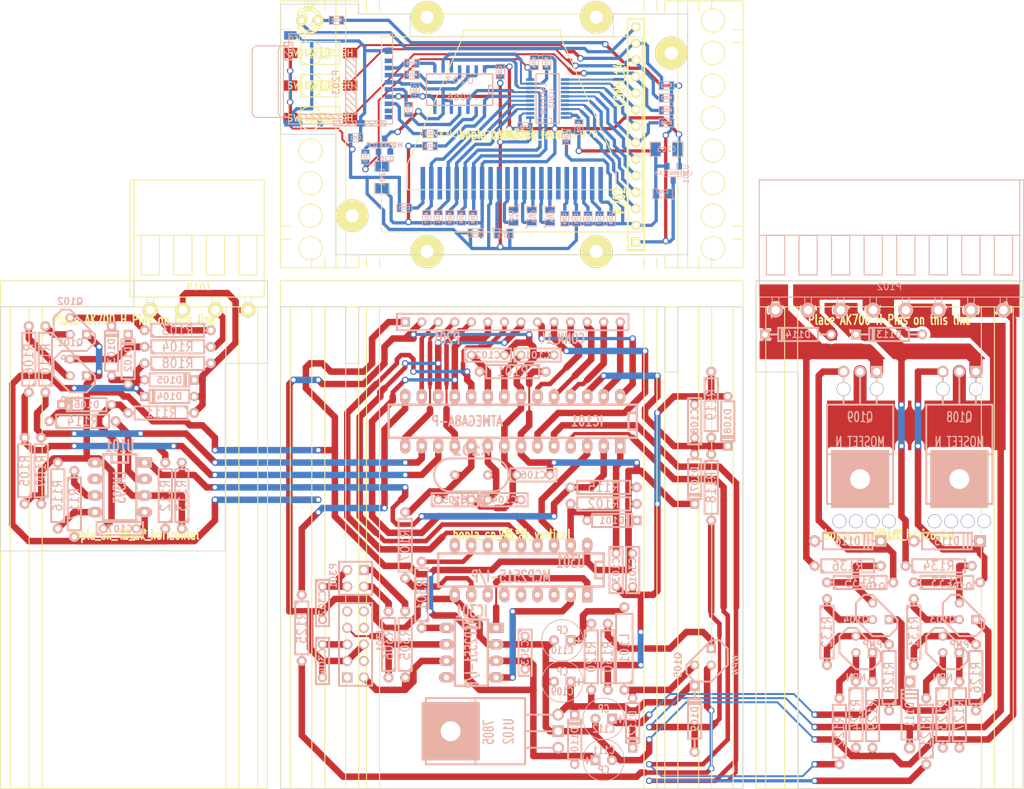
<source format=kicad_pcb>
(kicad_pcb (version 3) (host pcbnew "(22-Jun-2014 BZR 4027)-stable")
  (layers (15 F.Cu signal) (0 B.Cu signal) (18 B.Paste user) (19 F.Paste user) (20 B.SilkS user) (21 F.SilkS user) (22 B.Mask user) (23 F.Mask user) (28 Edge.Cuts user))
  (net 0 "")
  (net 1 +5V)
  (net 2 /CLKboost)
  (net 3 "/Can Interface/CS")
  (net 4 "/Can Interface/OSC1/CLK")
  (net 5 "/Can Interface/RESET")
  (net 6 "/Can Interface/SCK")
  (net 7 "/Can Interface/SI")
  (net 8 "/Can Interface/SO")
  (net 9 /Display/A0_LCD)
  (net 10 /Display/CS_LCD)
  (net 11 /Display/CS_SD)
  (net 12 /Display/LED)
  (net 13 /Display/PWRE_SD)
  (net 14 /Display/RESET_LCD)
  (net 15 /Display/SW1)
  (net 16 /Display/SW2)
  (net 17 /Display/SW3)
  (net 18 /ESens_a)
  (net 19 /ESens_b)
  (net 20 /Echa)
  (net 21 /Echb)
  (net 22 /MVpwr)
  (net 23 /RXD)
  (net 24 /Vboost)
  (net 25 /Vcha)
  (net 26 /Vchb)
  (net 27 /Vpwr)
  (net 28 /Vref)
  (net 29 GND)
  (net 30 N-000001)
  (net 31 N-0000010)
  (net 32 N-00000100)
  (net 33 N-00000103)
  (net 34 N-00000104)
  (net 35 N-00000105)
  (net 36 N-00000106)
  (net 37 N-00000107)
  (net 38 N-00000108)
  (net 39 N-00000109)
  (net 40 N-0000011)
  (net 41 N-00000110)
  (net 42 N-00000111)
  (net 43 N-00000112)
  (net 44 N-00000113)
  (net 45 N-00000114)
  (net 46 N-00000115)
  (net 47 N-00000116)
  (net 48 N-00000118)
  (net 49 N-00000119)
  (net 50 N-0000012)
  (net 51 N-00000120)
  (net 52 N-00000122)
  (net 53 N-00000123)
  (net 54 N-00000124)
  (net 55 N-00000125)
  (net 56 N-00000126)
  (net 57 N-00000127)
  (net 58 N-00000128)
  (net 59 N-00000129)
  (net 60 N-0000013)
  (net 61 N-00000130)
  (net 62 N-00000131)
  (net 63 N-00000132)
  (net 64 N-00000133)
  (net 65 N-00000134)
  (net 66 N-00000135)
  (net 67 N-00000136)
  (net 68 N-00000137)
  (net 69 N-00000138)
  (net 70 N-00000139)
  (net 71 N-00000140)
  (net 72 N-00000141)
  (net 73 N-00000142)
  (net 74 N-00000143)
  (net 75 N-00000144)
  (net 76 N-00000145)
  (net 77 N-00000146)
  (net 78 N-00000147)
  (net 79 N-0000015)
  (net 80 N-0000016)
  (net 81 N-0000017)
  (net 82 N-0000018)
  (net 83 N-000002)
  (net 84 N-0000020)
  (net 85 N-0000021)
  (net 86 N-0000022)
  (net 87 N-0000023)
  (net 88 N-0000024)
  (net 89 N-0000025)
  (net 90 N-0000026)
  (net 91 N-0000028)
  (net 92 N-0000029)
  (net 93 N-000003)
  (net 94 N-0000031)
  (net 95 N-0000032)
  (net 96 N-0000034)
  (net 97 N-0000035)
  (net 98 N-0000036)
  (net 99 N-000005)
  (net 100 N-0000054)
  (net 101 N-0000059)
  (net 102 N-000006)
  (net 103 N-0000064)
  (net 104 N-0000065)
  (net 105 N-0000066)
  (net 106 N-0000067)
  (net 107 N-0000069)
  (net 108 N-0000070)
  (net 109 N-0000071)
  (net 110 N-0000072)
  (net 111 N-0000076)
  (net 112 N-0000078)
  (net 113 N-0000083)
  (net 114 N-0000084)
  (net 115 N-0000085)
  (net 116 N-0000086)
  (net 117 N-0000087)
  (net 118 N-0000088)
  (net 119 N-000009)
  (net 120 N-0000090)
  (net 121 N-0000091)
  (net 122 N-0000096)
  (net 123 N-0000097)
  (net 124 N-0000099)
  (module unkown_lcd_c39363-a319-b70 (layer F.Cu) (at 144 48)
    (fp_text reference LCD201 (at 0 0) (layer F.SilkS))
    (fp_text value UNKNOWN_LCD_C39363-A319-B70 (at 0 0) (layer F.SilkS))
    (pad 1 smd rect (at -13.65 7.5 180) (size 0.7 5) (layers B.Cu F.Paste F.Mask) (net 34 N-00000104))
    (pad 2 smd rect (at -12.35 7.5 180) (size 0.7 5) (layers B.Cu F.Paste F.Mask) (net 48 N-00000118))
    (pad 3 smd rect (at -11.05 7.5 180) (size 0.7 5) (layers B.Cu F.Paste F.Mask))
    (pad 4 smd rect (at -9.75 7.5 180) (size 0.7 5) (layers B.Cu F.Paste F.Mask) (net 35 N-00000105))
    (pad 5 smd rect (at -8.45 7.5 180) (size 0.7 5) (layers B.Cu F.Paste F.Mask) (net 37 N-00000107))
    (pad 6 smd rect (at -7.15 7.5 180) (size 0.7 5) (layers B.Cu F.Paste F.Mask) (net 122 N-0000096))
    (pad 7 smd rect (at -5.85 7.5 180) (size 0.7 5) (layers B.Cu F.Paste F.Mask) (net 33 N-00000103))
    (pad 8 smd rect (at -4.55 7.5 180) (size 0.7 5) (layers B.Cu F.Paste F.Mask) (net 41 N-00000110))
    (pad 9 smd rect (at -3.25 7.5 180) (size 0.7 5) (layers B.Cu F.Paste F.Mask) (net 29 GND))
    (pad 10 smd rect (at -1.95 7.5 180) (size 0.7 5) (layers B.Cu F.Paste F.Mask) (net 65 N-00000134))
    (pad 11 smd rect (at -0.65 7.5 180) (size 0.7 5) (layers B.Cu F.Paste F.Mask) (net 45 N-00000114))
    (pad 12 smd rect (at 0.65 7.5 180) (size 0.7 5) (layers B.Cu F.Paste F.Mask) (net 43 N-00000112))
    (pad 13 smd rect (at 1.95 7.5 180) (size 0.7 5) (layers B.Cu F.Paste F.Mask) (net 38 N-00000108))
    (pad 14 smd rect (at 3.25 7.5 180) (size 0.7 5) (layers B.Cu F.Paste F.Mask) (net 47 N-00000116))
    (pad 15 smd rect (at 4.55 7.5 180) (size 0.7 5) (layers B.Cu F.Paste F.Mask) (net 49 N-00000119))
    (pad 16 smd rect (at 5.85 7.5 180) (size 0.7 5) (layers B.Cu F.Paste F.Mask) (net 51 N-00000120))
    (pad 17 smd rect (at 7.15 7.5 180) (size 0.7 5) (layers B.Cu F.Paste F.Mask))
    (pad 18 smd rect (at 8.45 7.5 180) (size 0.7 5) (layers B.Cu F.Paste F.Mask) (net 52 N-00000122))
    (pad 19 smd rect (at 9.75 7.5 180) (size 0.7 5) (layers B.Cu F.Paste F.Mask) (net 39 N-00000109))
    (pad 20 smd rect (at 11.05 7.5 180) (size 0.7 5) (layers B.Cu F.Paste F.Mask) (net 46 N-00000115))
    (pad 21 smd rect (at 12.35 7.5 180) (size 0.7 5) (layers B.Cu F.Paste F.Mask) (net 44 N-00000113))
    (pad 22 smd rect (at 13.65 7.5 180) (size 0.7 5) (layers B.Cu F.Paste F.Mask) (net 42 N-00000111))
  )
  (module TO92 (layer B.Cu) (at 200.66 121.285)
    (fp_text reference Q107 (at -1.27 -3.81) (layer B.SilkS) (effects (font (size 1.016 1.016) (thickness 0.2032)) (justify mirror)))
    (fp_text value PNP (at -1.27 5.08) (layer B.SilkS) (effects (font (size 1.016 1.016) (thickness 0.2032)) (justify mirror)))
    (pad 1 thru_hole rect (at 1.27 1.27) (size 1.397 1.397) (drill 0.8128) (layers *.Cu *.Mask B.SilkS) (net 24 /Vboost))
    (pad 2 thru_hole circle (at -1.27 1.27) (size 1.397 1.397) (drill 0.8128) (layers *.Cu *.Mask B.SilkS) (net 80 N-0000016))
    (pad 3 thru_hole circle (at -1.27 -1.27) (size 1.397 1.397) (drill 0.8128) (layers *.Cu *.Mask B.SilkS) (net 102 N-000006))
  )
  (module TO92 (layer B.Cu) (at 173.355 128.27 90)
    (fp_text reference Q105 (at -1.27 -3.81 90) (layer B.SilkS) (effects (font (size 1.016 1.016) (thickness 0.2032)) (justify mirror)))
    (fp_text value NPN (at -1.27 5.08 90) (layer B.SilkS) (effects (font (size 1.016 1.016) (thickness 0.2032)) (justify mirror)))
    (pad 1 thru_hole rect (at 1.27 1.27 90) (size 1.397 1.397) (drill 0.8128) (layers *.Cu *.Mask B.SilkS) (net 50 N-0000012))
    (pad 2 thru_hole circle (at -1.27 1.27 90) (size 1.397 1.397) (drill 0.8128) (layers *.Cu *.Mask B.SilkS) (net 60 N-0000013))
    (pad 3 thru_hole circle (at -1.27 -1.27 90) (size 1.397 1.397) (drill 0.8128) (layers *.Cu *.Mask B.SilkS) (net 40 N-0000011))
  )
  (module TO92 (layer B.Cu) (at 198.12 126.365)
    (fp_text reference Q104 (at -1.27 -3.81) (layer B.SilkS) (effects (font (size 1.016 1.016) (thickness 0.2032)) (justify mirror)))
    (fp_text value NPN (at -1.27 5.08) (layer B.SilkS) (effects (font (size 1.016 1.016) (thickness 0.2032)) (justify mirror)))
    (pad 1 thru_hole rect (at 1.27 1.27) (size 1.397 1.397) (drill 0.8128) (layers *.Cu *.Mask B.SilkS) (net 79 N-0000015))
    (pad 2 thru_hole circle (at -1.27 1.27) (size 1.397 1.397) (drill 0.8128) (layers *.Cu *.Mask B.SilkS) (net 82 N-0000018))
    (pad 3 thru_hole circle (at -1.27 -1.27) (size 1.397 1.397) (drill 0.8128) (layers *.Cu *.Mask B.SilkS) (net 81 N-0000017))
  )
  (module TO92 (layer B.Cu) (at 213.995 121.285)
    (fp_text reference Q106 (at -1.27 -3.81) (layer B.SilkS) (effects (font (size 1.016 1.016) (thickness 0.2032)) (justify mirror)))
    (fp_text value PNP (at -1.27 5.08) (layer B.SilkS) (effects (font (size 1.016 1.016) (thickness 0.2032)) (justify mirror)))
    (pad 1 thru_hole rect (at 1.27 1.27) (size 1.397 1.397) (drill 0.8128) (layers *.Cu *.Mask B.SilkS) (net 24 /Vboost))
    (pad 2 thru_hole circle (at -1.27 1.27) (size 1.397 1.397) (drill 0.8128) (layers *.Cu *.Mask B.SilkS) (net 119 N-000009))
    (pad 3 thru_hole circle (at -1.27 -1.27) (size 1.397 1.397) (drill 0.8128) (layers *.Cu *.Mask B.SilkS) (net 94 N-0000031))
  )
  (module TO92 (layer B.Cu) (at 77.47 77.47)
    (fp_text reference Q102 (at -1.27 -3.81) (layer B.SilkS) (effects (font (size 1.016 1.016) (thickness 0.2032)) (justify mirror)))
    (fp_text value PNP (at -1.27 5.08) (layer B.SilkS) (effects (font (size 1.016 1.016) (thickness 0.2032)) (justify mirror)))
    (pad 1 thru_hole rect (at 1.27 1.27) (size 1.397 1.397) (drill 0.8128) (layers *.Cu *.Mask B.SilkS) (net 1 +5V))
    (pad 2 thru_hole circle (at -1.27 1.27) (size 1.397 1.397) (drill 0.8128) (layers *.Cu *.Mask B.SilkS) (net 89 N-0000025))
    (pad 3 thru_hole circle (at -1.27 -1.27) (size 1.397 1.397) (drill 0.8128) (layers *.Cu *.Mask B.SilkS) (net 85 N-0000021))
  )
  (module TO92 (layer B.Cu) (at 211.455 126.365)
    (fp_text reference Q103 (at -1.27 -3.81) (layer B.SilkS) (effects (font (size 1.016 1.016) (thickness 0.2032)) (justify mirror)))
    (fp_text value NPN (at -1.27 5.08) (layer B.SilkS) (effects (font (size 1.016 1.016) (thickness 0.2032)) (justify mirror)))
    (pad 1 thru_hole rect (at 1.27 1.27) (size 1.397 1.397) (drill 0.8128) (layers *.Cu *.Mask B.SilkS) (net 83 N-000002))
    (pad 2 thru_hole circle (at -1.27 1.27) (size 1.397 1.397) (drill 0.8128) (layers *.Cu *.Mask B.SilkS) (net 93 N-000003))
    (pad 3 thru_hole circle (at -1.27 -1.27) (size 1.397 1.397) (drill 0.8128) (layers *.Cu *.Mask B.SilkS) (net 30 N-000001))
  )
  (module TO92 (layer B.Cu) (at 77.47 83.82)
    (fp_text reference Q101 (at -1.27 -3.81) (layer B.SilkS) (effects (font (size 1.016 1.016) (thickness 0.2032)) (justify mirror)))
    (fp_text value PNP (at -1.27 5.08) (layer B.SilkS) (effects (font (size 1.016 1.016) (thickness 0.2032)) (justify mirror)))
    (pad 1 thru_hole rect (at 1.27 1.27) (size 1.397 1.397) (drill 0.8128) (layers *.Cu *.Mask B.SilkS) (net 1 +5V))
    (pad 2 thru_hole circle (at -1.27 1.27) (size 1.397 1.397) (drill 0.8128) (layers *.Cu *.Mask B.SilkS) (net 88 N-0000024))
    (pad 3 thru_hole circle (at -1.27 -1.27) (size 1.397 1.397) (drill 0.8128) (layers *.Cu *.Mask B.SilkS) (net 84 N-0000020))
  )
  (module TO220GDS (layer B.Cu) (at 212.725 84.455 270)
    (fp_text reference Q108 (at 6.985 0 540) (layer B.SilkS) (effects (font (size 1.524 1.016) (thickness 0.2032)) (justify mirror)))
    (fp_text value MOSFET_N (at 10.795 0 540) (layer B.SilkS) (effects (font (size 1.524 1.016) (thickness 0.2032)) (justify mirror)))
    (pad 4 thru_hole rect (at 16.51 0 270) (size 8.89 8.89) (drill 3.048) (layers *.Cu *.SilkS *.Mask))
    (pad G thru_hole circle (at 0 2.54 270) (size 1.778 1.778) (drill 1.143) (layers *.Cu *.Mask B.SilkS) (net 91 N-0000028))
    (pad D thru_hole circle (at 0 0 270) (size 1.778 1.778) (drill 1.143) (layers *.Cu *.Mask B.SilkS) (net 27 /Vpwr))
    (pad S thru_hole rect (at 0 -2.54 270) (size 1.778 1.778) (drill 1.143) (layers *.Cu *.Mask B.SilkS) (net 25 /Vcha))
  )
  (module TO220GDS (layer B.Cu) (at 197.485 84.455 270)
    (fp_text reference Q109 (at 6.985 0 540) (layer B.SilkS) (effects (font (size 1.524 1.016) (thickness 0.2032)) (justify mirror)))
    (fp_text value MOSFET_N (at 10.795 0 540) (layer B.SilkS) (effects (font (size 1.524 1.016) (thickness 0.2032)) (justify mirror)))
    (pad 4 thru_hole rect (at 16.51 0 270) (size 8.89 8.89) (drill 3.048) (layers *.Cu *.SilkS *.Mask))
    (pad G thru_hole circle (at 0 2.54 270) (size 1.778 1.778) (drill 1.143) (layers *.Cu *.Mask B.SilkS) (net 99 N-000005))
    (pad D thru_hole circle (at 0 0 270) (size 1.778 1.778) (drill 1.143) (layers *.Cu *.Mask B.SilkS) (net 27 /Vpwr))
    (pad S thru_hole rect (at 0 -2.54 270) (size 1.778 1.778) (drill 1.143) (layers *.Cu *.Mask B.SilkS) (net 26 /Vchb))
  )
  (module te_fsmsm (layer F.Cu) (at 114.6 35.5)
    (fp_text reference SW203 (at 0 0) (layer F.SilkS))
    (fp_text value SWITCH_PUSH (at 0 0) (layer F.SilkS))
    (pad 1 smd rect (at -4.59 0) (size 2.18 1.6) (layers F.Cu F.Paste F.Mask) (net 29 GND))
    (pad 2 smd rect (at 4.59 0) (size 2.18 1.6) (layers F.Cu F.Paste F.Mask) (net 118 N-0000088))
  )
  (module te_fsmsm (layer F.Cu) (at 114.6 45.5)
    (fp_text reference SW201 (at 0 0) (layer F.SilkS))
    (fp_text value SWITCH_PUSH (at 0 0) (layer F.SilkS))
    (pad 1 smd rect (at -4.59 0) (size 2.18 1.6) (layers F.Cu F.Paste F.Mask) (net 29 GND))
    (pad 2 smd rect (at 4.59 0) (size 2.18 1.6) (layers F.Cu F.Paste F.Mask) (net 73 N-00000142))
  )
  (module te_fsmsm (layer F.Cu) (at 114.6 40.5)
    (fp_text reference SW202 (at 0 0) (layer F.SilkS))
    (fp_text value SWITCH_PUSH (at 0 0) (layer F.SilkS))
    (pad 1 smd rect (at -4.59 0) (size 2.18 1.6) (layers F.Cu F.Paste F.Mask) (net 29 GND))
    (pad 2 smd rect (at 4.59 0) (size 2.18 1.6) (layers F.Cu F.Paste F.Mask) (net 117 N-0000087))
  )
  (module SSOP20 (layer B.Cu) (at 149.5 42.5 90)
    (fp_text reference U202 (at 0 0.635 90) (layer B.SilkS) (effects (font (size 0.762 0.762) (thickness 0.127)) (justify mirror)))
    (fp_text value LSF0108 (at 0 -0.635 90) (layer B.SilkS) (effects (font (size 0.762 0.762) (thickness 0.127)) (justify mirror)))
    (pad 1 smd rect (at -2.921 -2.667 90) (size 0.4064 1.27) (layers B.Cu B.Paste B.Mask) (net 29 GND))
    (pad 2 smd rect (at -2.286 -2.667 90) (size 0.4064 1.27) (layers B.Cu B.Paste B.Mask) (net 41 N-00000110))
    (pad 3 smd rect (at -1.6256 -2.667 90) (size 0.4064 1.27) (layers B.Cu B.Paste B.Mask) (net 37 N-00000107))
    (pad 4 smd rect (at -0.9652 -2.667 90) (size 0.4064 1.27) (layers B.Cu B.Paste B.Mask) (net 35 N-00000105))
    (pad 5 smd rect (at -0.3302 -2.667 90) (size 0.4064 1.27) (layers B.Cu B.Paste B.Mask) (net 48 N-00000118))
    (pad 6 smd rect (at 0.3302 -2.667 90) (size 0.4064 1.27) (layers B.Cu B.Paste B.Mask) (net 124 N-0000099))
    (pad 7 smd rect (at 0.9906 -2.667 90) (size 0.4064 1.27) (layers B.Cu B.Paste B.Mask) (net 122 N-0000096))
    (pad 8 smd rect (at 1.6256 -2.667 90) (size 0.4064 1.27) (layers B.Cu B.Paste B.Mask) (net 33 N-00000103))
    (pad 9 smd rect (at 2.286 -2.667 90) (size 0.4064 1.27) (layers B.Cu B.Paste B.Mask) (net 36 N-00000106))
    (pad 10 smd rect (at 2.921 -2.667 90) (size 0.4064 1.27) (layers B.Cu B.Paste B.Mask) (net 72 N-00000141))
    (pad 11 smd rect (at 2.921 2.667 90) (size 0.4064 1.27) (layers B.Cu B.Paste B.Mask) (net 74 N-00000143))
    (pad 12 smd rect (at 2.286 2.667 90) (size 0.4064 1.27) (layers B.Cu B.Paste B.Mask) (net 75 N-00000144))
    (pad 13 smd rect (at 1.6256 2.667 90) (size 0.4064 1.27) (layers B.Cu B.Paste B.Mask) (net 76 N-00000145))
    (pad 14 smd rect (at 0.9906 2.667 90) (size 0.4064 1.27) (layers B.Cu B.Paste B.Mask) (net 77 N-00000146))
    (pad 15 smd rect (at 0.3302 2.667 90) (size 0.4064 1.27) (layers B.Cu B.Paste B.Mask) (net 78 N-00000147))
    (pad 16 smd rect (at -0.3302 2.667 90) (size 0.4064 1.27) (layers B.Cu B.Paste B.Mask) (net 70 N-00000139))
    (pad 17 smd rect (at -0.9652 2.667 90) (size 0.4064 1.27) (layers B.Cu B.Paste B.Mask) (net 69 N-00000138))
    (pad 18 smd rect (at -1.6256 2.667 90) (size 0.4064 1.27) (layers B.Cu B.Paste B.Mask) (net 68 N-00000137))
    (pad 19 smd rect (at -2.286 2.667 90) (size 0.4064 1.27) (layers B.Cu B.Paste B.Mask) (net 66 N-00000135))
    (pad 20 smd rect (at -2.921 2.667 90) (size 0.4064 1.27) (layers B.Cu B.Paste B.Mask) (net 66 N-00000135))
  )
  (module SOT23GDS (layer B.Cu) (at 124.46 49.657)
    (fp_text reference Q201 (at 0 2.159) (layer B.SilkS) (effects (font (size 0.762 0.762) (thickness 0.12954)) (justify mirror)))
    (fp_text value MOSFET_P (at 0 0) (layer B.SilkS) (effects (font (size 0.762 0.762) (thickness 0.12954)) (justify mirror)))
    (pad S smd rect (at -0.889 1.016) (size 0.9144 0.9144) (layers B.Cu B.Paste B.Mask) (net 59 N-00000129))
    (pad G smd rect (at 0.889 1.016) (size 0.9144 0.9144) (layers B.Cu B.Paste B.Mask) (net 61 N-00000130))
    (pad D smd rect (at 0 -1.016) (size 0.9144 0.9144) (layers B.Cu B.Paste B.Mask) (net 62 N-00000131))
  )
  (module SM1206 (layer B.Cu) (at 167.767 50.292 180)
    (fp_text reference C205 (at 0 0 180) (layer B.SilkS) (effects (font (size 0.762 0.762) (thickness 0.127)) (justify mirror)))
    (fp_text value 10u hide)
    (pad 1 smd rect (at -1.651 0 180) (size 1.524 2.032) (layers B.Cu B.Paste B.Mask) (net 41 N-00000110))
    (pad 2 smd rect (at 1.651 0 180) (size 1.524 2.032) (layers B.Cu B.Paste B.Mask) (net 29 GND))
  )
  (module SM1206 (layer B.Cu) (at 124.079 54.61 90)
    (fp_text reference L201 (at 0 0 90) (layer B.SilkS) (effects (font (size 0.762 0.762) (thickness 0.127)) (justify mirror)))
    (fp_text value 47u hide)
    (pad 1 smd rect (at -1.651 0 90) (size 1.524 2.032) (layers B.Cu B.Paste B.Mask) (net 41 N-00000110))
    (pad 2 smd rect (at 1.651 0 90) (size 1.524 2.032) (layers B.Cu B.Paste B.Mask) (net 59 N-00000129))
  )
  (module SM0805 (layer B.Cu) (at 144.272 60.579 270)
    (fp_text reference C214 (at 0 0.3175 270) (layer B.SilkS) (effects (font (size 0.50038 0.50038) (thickness 0.10922)) (justify mirror)))
    (fp_text value 2µ2 (at 0 -0.381 270) (layer B.SilkS) (effects (font (size 0.50038 0.50038) (thickness 0.10922)) (justify mirror)))
    (pad 1 smd rect (at -0.9525 0 270) (size 0.889 1.397) (layers B.Cu B.Paste B.Mask) (net 43 N-00000112))
    (pad 2 smd rect (at 0.9525 0 270) (size 0.889 1.397) (layers B.Cu B.Paste B.Mask) (net 45 N-00000114))
  )
  (module SM0805 (layer B.Cu) (at 142.748 63.246)
    (fp_text reference C210 (at 0 0.3175) (layer B.SilkS) (effects (font (size 0.50038 0.50038) (thickness 0.10922)) (justify mirror)))
    (fp_text value 2µ2 (at 0 -0.381) (layer B.SilkS) (effects (font (size 0.50038 0.50038) (thickness 0.10922)) (justify mirror)))
    (pad 1 smd rect (at -0.9525 0) (size 0.889 1.397) (layers B.Cu B.Paste B.Mask) (net 65 N-00000134))
    (pad 2 smd rect (at 0.9525 0) (size 0.889 1.397) (layers B.Cu B.Paste B.Mask) (net 29 GND))
  )
  (module SM0805 (layer B.Cu) (at 147.066 60.579 90)
    (fp_text reference C215 (at 0 0.3175 90) (layer B.SilkS) (effects (font (size 0.50038 0.50038) (thickness 0.10922)) (justify mirror)))
    (fp_text value 2µ2 (at 0 -0.381 90) (layer B.SilkS) (effects (font (size 0.50038 0.50038) (thickness 0.10922)) (justify mirror)))
    (pad 1 smd rect (at -0.9525 0 90) (size 0.889 1.397) (layers B.Cu B.Paste B.Mask) (net 38 N-00000108))
    (pad 2 smd rect (at 0.9525 0 90) (size 0.889 1.397) (layers B.Cu B.Paste B.Mask) (net 47 N-00000116))
  )
  (module SM0805 (layer B.Cu) (at 149.86 60.579 90)
    (fp_text reference C216 (at 0 0.3175 90) (layer B.SilkS) (effects (font (size 0.50038 0.50038) (thickness 0.10922)) (justify mirror)))
    (fp_text value 2µ2 (at 0 -0.381 90) (layer B.SilkS) (effects (font (size 0.50038 0.50038) (thickness 0.10922)) (justify mirror)))
    (pad 1 smd rect (at -0.9525 0 90) (size 0.889 1.397) (layers B.Cu B.Paste B.Mask) (net 49 N-00000119))
    (pad 2 smd rect (at 0.9525 0 90) (size 0.889 1.397) (layers B.Cu B.Paste B.Mask) (net 51 N-00000120))
  )
  (module SM0805 (layer B.Cu) (at 167.132 57.15 180)
    (fp_text reference C202 (at 0 0.3175 180) (layer B.SilkS) (effects (font (size 0.50038 0.50038) (thickness 0.10922)) (justify mirror)))
    (fp_text value 1u (at 0 -0.381 180) (layer B.SilkS) (effects (font (size 0.50038 0.50038) (thickness 0.10922)) (justify mirror)))
    (pad 1 smd rect (at -0.9525 0 180) (size 0.889 1.397) (layers B.Cu B.Paste B.Mask) (net 71 N-00000140))
    (pad 2 smd rect (at 0.9525 0 180) (size 0.889 1.397) (layers B.Cu B.Paste B.Mask) (net 29 GND))
  )
  (module SM0603 (layer B.Cu) (at 152.146 60.96 270)
    (fp_text reference C209 (at 0 0 270) (layer B.SilkS) (effects (font (size 0.508 0.4572) (thickness 0.1143)) (justify mirror)))
    (fp_text value 1µ hide)
    (pad 1 smd rect (at -0.762 0 270) (size 0.635 1.143) (layers B.Cu B.Paste B.Mask) (net 52 N-00000122))
    (pad 2 smd rect (at 0.762 0 270) (size 0.635 1.143) (layers B.Cu B.Paste B.Mask) (net 29 GND))
  )
  (module SM0603 (layer B.Cu) (at 153.924 60.96 270)
    (fp_text reference C211 (at 0 0 270) (layer B.SilkS) (effects (font (size 0.508 0.4572) (thickness 0.1143)) (justify mirror)))
    (fp_text value 1µ hide)
    (pad 1 smd rect (at -0.762 0 270) (size 0.635 1.143) (layers B.Cu B.Paste B.Mask) (net 39 N-00000109))
    (pad 2 smd rect (at 0.762 0 270) (size 0.635 1.143) (layers B.Cu B.Paste B.Mask) (net 29 GND))
  )
  (module SM0603 (layer B.Cu) (at 167.767 40.513)
    (fp_text reference R202 (at 0 0) (layer B.SilkS) (effects (font (size 0.508 0.4572) (thickness 0.1143)) (justify mirror)))
    (fp_text value 10k hide)
    (pad 1 smd rect (at -0.762 0) (size 0.635 1.143) (layers B.Cu B.Paste B.Mask) (net 118 N-0000088))
    (pad 2 smd rect (at 0.762 0) (size 0.635 1.143) (layers B.Cu B.Paste B.Mask) (net 71 N-00000140))
  )
  (module SM0603 (layer B.Cu) (at 142.24 38.354 270)
    (fp_text reference C207 (at 0 0 270) (layer B.SilkS) (effects (font (size 0.508 0.4572) (thickness 0.1143)) (justify mirror)))
    (fp_text value 100n hide)
    (pad 1 smd rect (at -0.762 0 270) (size 0.635 1.143) (layers B.Cu B.Paste B.Mask) (net 41 N-00000110))
    (pad 2 smd rect (at 0.762 0 270) (size 0.635 1.143) (layers B.Cu B.Paste B.Mask) (net 29 GND))
  )
  (module SM0603 (layer B.Cu) (at 155.702 60.96 270)
    (fp_text reference C212 (at 0 0 270) (layer B.SilkS) (effects (font (size 0.508 0.4572) (thickness 0.1143)) (justify mirror)))
    (fp_text value 1µ hide)
    (pad 1 smd rect (at -0.762 0 270) (size 0.635 1.143) (layers B.Cu B.Paste B.Mask) (net 46 N-00000115))
    (pad 2 smd rect (at 0.762 0 270) (size 0.635 1.143) (layers B.Cu B.Paste B.Mask) (net 29 GND))
  )
  (module SM0603 (layer B.Cu) (at 117.094 30.48)
    (fp_text reference R201 (at 0 0) (layer B.SilkS) (effects (font (size 0.508 0.4572) (thickness 0.1143)) (justify mirror)))
    (fp_text value 1k hide)
    (pad 1 smd rect (at -0.762 0) (size 0.635 1.143) (layers B.Cu B.Paste B.Mask) (net 67 N-00000136))
    (pad 2 smd rect (at 0.762 0) (size 0.635 1.143) (layers B.Cu B.Paste B.Mask) (net 71 N-00000140))
  )
  (module SM0603 (layer B.Cu) (at 157.48 60.96 270)
    (fp_text reference C217 (at 0 0 270) (layer B.SilkS) (effects (font (size 0.508 0.4572) (thickness 0.1143)) (justify mirror)))
    (fp_text value 1µ hide)
    (pad 1 smd rect (at -0.762 0 270) (size 0.635 1.143) (layers B.Cu B.Paste B.Mask) (net 44 N-00000113))
    (pad 2 smd rect (at 0.762 0 270) (size 0.635 1.143) (layers B.Cu B.Paste B.Mask) (net 29 GND))
  )
  (module SM0603 (layer B.Cu) (at 159.258 60.96 270)
    (fp_text reference C218 (at 0 0 270) (layer B.SilkS) (effects (font (size 0.508 0.4572) (thickness 0.1143)) (justify mirror)))
    (fp_text value 1µ hide)
    (pad 1 smd rect (at -0.762 0 270) (size 0.635 1.143) (layers B.Cu B.Paste B.Mask) (net 42 N-00000111))
    (pad 2 smd rect (at 0.762 0 270) (size 0.635 1.143) (layers B.Cu B.Paste B.Mask) (net 29 GND))
  )
  (module SM0603 (layer B.Cu) (at 138.049 60.833 90)
    (fp_text reference R218 (at 0 0 90) (layer B.SilkS) (effects (font (size 0.508 0.4572) (thickness 0.1143)) (justify mirror)))
    (fp_text value 10k hide)
    (pad 1 smd rect (at -0.762 0 90) (size 0.635 1.143) (layers B.Cu B.Paste B.Mask) (net 41 N-00000110))
    (pad 2 smd rect (at 0.762 0 90) (size 0.635 1.143) (layers B.Cu B.Paste B.Mask) (net 33 N-00000103))
  )
  (module SM0603 (layer B.Cu) (at 128.651 37.084 180)
    (fp_text reference R209 (at 0 0 180) (layer B.SilkS) (effects (font (size 0.508 0.4572) (thickness 0.1143)) (justify mirror)))
    (fp_text value 10 hide)
    (pad 1 smd rect (at -0.762 0 180) (size 0.635 1.143) (layers B.Cu B.Paste B.Mask) (net 58 N-00000128))
    (pad 2 smd rect (at 0.762 0 180) (size 0.635 1.143) (layers B.Cu B.Paste B.Mask) (net 57 N-00000127))
  )
  (module SM0603 (layer B.Cu) (at 167.767 44.323)
    (fp_text reference R204 (at 0 0) (layer B.SilkS) (effects (font (size 0.508 0.4572) (thickness 0.1143)) (justify mirror)))
    (fp_text value 10k hide)
    (pad 1 smd rect (at -0.762 0) (size 0.635 1.143) (layers B.Cu B.Paste B.Mask) (net 73 N-00000142))
    (pad 2 smd rect (at 0.762 0) (size 0.635 1.143) (layers B.Cu B.Paste B.Mask) (net 71 N-00000140))
  )
  (module SM0603 (layer B.Cu) (at 167.767 46.228)
    (fp_text reference R206 (at 0 0) (layer B.SilkS) (effects (font (size 0.508 0.4572) (thickness 0.1143)) (justify mirror)))
    (fp_text value 10k hide)
    (pad 1 smd rect (at -0.762 0) (size 0.635 1.143) (layers B.Cu B.Paste B.Mask) (net 77 N-00000146))
    (pad 2 smd rect (at 0.762 0) (size 0.635 1.143) (layers B.Cu B.Paste B.Mask) (net 71 N-00000140))
  )
  (module SM0603 (layer B.Cu) (at 147.447 36.957 270)
    (fp_text reference R214 (at 0 0 270) (layer B.SilkS) (effects (font (size 0.508 0.4572) (thickness 0.1143)) (justify mirror)))
    (fp_text value 10k hide)
    (pad 1 smd rect (at -0.762 0 270) (size 0.635 1.143) (layers B.Cu B.Paste B.Mask) (net 41 N-00000110))
    (pad 2 smd rect (at 0.762 0 270) (size 0.635 1.143) (layers B.Cu B.Paste B.Mask) (net 72 N-00000141))
  )
  (module SM0603 (layer B.Cu) (at 120.015 48.514 180)
    (fp_text reference C201 (at 0 0 180) (layer B.SilkS) (effects (font (size 0.508 0.4572) (thickness 0.1143)) (justify mirror)))
    (fp_text value 100n hide)
    (pad 1 smd rect (at -0.762 0 180) (size 0.635 1.143) (layers B.Cu B.Paste B.Mask) (net 121 N-0000091))
    (pad 2 smd rect (at 0.762 0 180) (size 0.635 1.143) (layers B.Cu B.Paste B.Mask) (net 29 GND))
  )
  (module SM0603 (layer B.Cu) (at 121.539 51.435 90)
    (fp_text reference R213 (at 0 0 90) (layer B.SilkS) (effects (font (size 0.508 0.4572) (thickness 0.1143)) (justify mirror)))
    (fp_text value 10k hide)
    (pad 1 smd rect (at -0.762 0 90) (size 0.635 1.143) (layers B.Cu B.Paste B.Mask) (net 72 N-00000141))
    (pad 2 smd rect (at 0.762 0 90) (size 0.635 1.143) (layers B.Cu B.Paste B.Mask) (net 61 N-00000130))
  )
  (module SM0603 (layer B.Cu) (at 129.159 41.275 270)
    (fp_text reference C204 (at 0 0 270) (layer B.SilkS) (effects (font (size 0.508 0.4572) (thickness 0.1143)) (justify mirror)))
    (fp_text value 100n hide)
    (pad 1 smd rect (at -0.762 0 270) (size 0.635 1.143) (layers B.Cu B.Paste B.Mask) (net 62 N-00000131))
    (pad 2 smd rect (at 0.762 0 270) (size 0.635 1.143) (layers B.Cu B.Paste B.Mask) (net 29 GND))
  )
  (module SM0603 (layer B.Cu) (at 131.445 47.879 180)
    (fp_text reference R212 (at 0 0 180) (layer B.SilkS) (effects (font (size 0.508 0.4572) (thickness 0.1143)) (justify mirror)))
    (fp_text value 10 hide)
    (pad 1 smd rect (at -0.762 0 180) (size 0.635 1.143) (layers B.Cu B.Paste B.Mask) (net 32 N-00000100))
    (pad 2 smd rect (at 0.762 0 180) (size 0.635 1.143) (layers B.Cu B.Paste B.Mask) (net 53 N-00000123))
  )
  (module SM0603 (layer B.Cu) (at 128.143 44.196 90)
    (fp_text reference R211 (at 0 0 90) (layer B.SilkS) (effects (font (size 0.508 0.4572) (thickness 0.1143)) (justify mirror)))
    (fp_text value 10 hide)
    (pad 1 smd rect (at -0.762 0 90) (size 0.635 1.143) (layers B.Cu B.Paste B.Mask) (net 123 N-0000097))
    (pad 2 smd rect (at 0.762 0 90) (size 0.635 1.143) (layers B.Cu B.Paste B.Mask) (net 54 N-00000124))
  )
  (module SM0603 (layer B.Cu) (at 128.651 38.862 180)
    (fp_text reference R210 (at 0 0 180) (layer B.SilkS) (effects (font (size 0.508 0.4572) (thickness 0.1143)) (justify mirror)))
    (fp_text value 10 hide)
    (pad 1 smd rect (at -0.762 0 180) (size 0.635 1.143) (layers B.Cu B.Paste B.Mask) (net 56 N-00000126))
    (pad 2 smd rect (at 0.762 0 180) (size 0.635 1.143) (layers B.Cu B.Paste B.Mask) (net 55 N-00000125))
  )
  (module SM0603 (layer B.Cu) (at 154.305 46.863 90)
    (fp_text reference R208 (at 0 0 90) (layer B.SilkS) (effects (font (size 0.508 0.4572) (thickness 0.1143)) (justify mirror)))
    (fp_text value 200k hide)
    (pad 1 smd rect (at -0.762 0 90) (size 0.635 1.143) (layers B.Cu B.Paste B.Mask) (net 71 N-00000140))
    (pad 2 smd rect (at 0.762 0 90) (size 0.635 1.143) (layers B.Cu B.Paste B.Mask) (net 66 N-00000135))
  )
  (module SM0603 (layer B.Cu) (at 131.445 49.784)
    (fp_text reference R215 (at 0 0) (layer B.SilkS) (effects (font (size 0.508 0.4572) (thickness 0.1143)) (justify mirror)))
    (fp_text value 10k hide)
    (pad 1 smd rect (at -0.762 0) (size 0.635 1.143) (layers B.Cu B.Paste B.Mask) (net 41 N-00000110))
    (pad 2 smd rect (at 0.762 0) (size 0.635 1.143) (layers B.Cu B.Paste B.Mask) (net 124 N-0000099))
  )
  (module SM0603 (layer B.Cu) (at 149.352 36.957 270)
    (fp_text reference R216 (at 0 0 270) (layer B.SilkS) (effects (font (size 0.508 0.4572) (thickness 0.1143)) (justify mirror)))
    (fp_text value 10k hide)
    (pad 1 smd rect (at -0.762 0 270) (size 0.635 1.143) (layers B.Cu B.Paste B.Mask) (net 41 N-00000110))
    (pad 2 smd rect (at 0.762 0 270) (size 0.635 1.143) (layers B.Cu B.Paste B.Mask) (net 36 N-00000106))
  )
  (module SM0603 (layer B.Cu) (at 127.508 59.309)
    (fp_text reference C213 (at 0 0) (layer B.SilkS) (effects (font (size 0.508 0.4572) (thickness 0.1143)) (justify mirror)))
    (fp_text value 100n hide)
    (pad 1 smd rect (at -0.762 0) (size 0.635 1.143) (layers B.Cu B.Paste B.Mask) (net 29 GND))
    (pad 2 smd rect (at 0.762 0) (size 0.635 1.143) (layers B.Cu B.Paste B.Mask) (net 34 N-00000104))
  )
  (module SM0603 (layer B.Cu) (at 132.715 60.833 90)
    (fp_text reference R221 (at 0 0 90) (layer B.SilkS) (effects (font (size 0.508 0.4572) (thickness 0.1143)) (justify mirror)))
    (fp_text value 10k hide)
    (pad 1 smd rect (at -0.762 0 90) (size 0.635 1.143) (layers B.Cu B.Paste B.Mask) (net 41 N-00000110))
    (pad 2 smd rect (at 0.762 0 90) (size 0.635 1.143) (layers B.Cu B.Paste B.Mask) (net 35 N-00000105))
  )
  (module SM0603 (layer B.Cu) (at 138.43 63.119 180)
    (fp_text reference C208 (at 0 0 180) (layer B.SilkS) (effects (font (size 0.508 0.4572) (thickness 0.1143)) (justify mirror)))
    (fp_text value 100n hide)
    (pad 1 smd rect (at -0.762 0 180) (size 0.635 1.143) (layers B.Cu B.Paste B.Mask) (net 41 N-00000110))
    (pad 2 smd rect (at 0.762 0 180) (size 0.635 1.143) (layers B.Cu B.Paste B.Mask) (net 29 GND))
  )
  (module SM0603 (layer B.Cu) (at 152.4 48.387 270)
    (fp_text reference C203 (at 0 0 270) (layer B.SilkS) (effects (font (size 0.508 0.4572) (thickness 0.1143)) (justify mirror)))
    (fp_text value 100n hide)
    (pad 1 smd rect (at -0.762 0 270) (size 0.635 1.143) (layers B.Cu B.Paste B.Mask) (net 71 N-00000140))
    (pad 2 smd rect (at 0.762 0 270) (size 0.635 1.143) (layers B.Cu B.Paste B.Mask) (net 29 GND))
  )
  (module SM0603 (layer B.Cu) (at 146.05 46.863)
    (fp_text reference C206 (at 0 0) (layer B.SilkS) (effects (font (size 0.508 0.4572) (thickness 0.1143)) (justify mirror)))
    (fp_text value 100n hide)
    (pad 1 smd rect (at -0.762 0) (size 0.635 1.143) (layers B.Cu B.Paste B.Mask) (net 41 N-00000110))
    (pad 2 smd rect (at 0.762 0) (size 0.635 1.143) (layers B.Cu B.Paste B.Mask) (net 29 GND))
  )
  (module SM0603 (layer B.Cu) (at 136.271 60.833 90)
    (fp_text reference R219 (at 0 0 90) (layer B.SilkS) (effects (font (size 0.508 0.4572) (thickness 0.1143)) (justify mirror)))
    (fp_text value 10k hide)
    (pad 1 smd rect (at -0.762 0 90) (size 0.635 1.143) (layers B.Cu B.Paste B.Mask) (net 41 N-00000110))
    (pad 2 smd rect (at 0.762 0 90) (size 0.635 1.143) (layers B.Cu B.Paste B.Mask) (net 122 N-0000096))
  )
  (module SM0603 (layer B.Cu) (at 167.767 42.418)
    (fp_text reference R203 (at 0 0) (layer B.SilkS) (effects (font (size 0.508 0.4572) (thickness 0.1143)) (justify mirror)))
    (fp_text value 10k hide)
    (pad 1 smd rect (at -0.762 0) (size 0.635 1.143) (layers B.Cu B.Paste B.Mask) (net 117 N-0000087))
    (pad 2 smd rect (at 0.762 0) (size 0.635 1.143) (layers B.Cu B.Paste B.Mask) (net 71 N-00000140))
  )
  (module SM0603 (layer B.Cu) (at 130.937 60.833 90)
    (fp_text reference R217 (at 0 0 90) (layer B.SilkS) (effects (font (size 0.508 0.4572) (thickness 0.1143)) (justify mirror)))
    (fp_text value 10k hide)
    (pad 1 smd rect (at -0.762 0 90) (size 0.635 1.143) (layers B.Cu B.Paste B.Mask) (net 41 N-00000110))
    (pad 2 smd rect (at 0.762 0 90) (size 0.635 1.143) (layers B.Cu B.Paste B.Mask) (net 48 N-00000118))
  )
  (module SM0603 (layer B.Cu) (at 134.493 60.833 90)
    (fp_text reference R220 (at 0 0 90) (layer B.SilkS) (effects (font (size 0.508 0.4572) (thickness 0.1143)) (justify mirror)))
    (fp_text value 10k hide)
    (pad 1 smd rect (at -0.762 0 90) (size 0.635 1.143) (layers B.Cu B.Paste B.Mask) (net 41 N-00000110))
    (pad 2 smd rect (at 0.762 0 90) (size 0.635 1.143) (layers B.Cu B.Paste B.Mask) (net 37 N-00000107))
  )
  (module SIL-14 (layer F.Cu) (at 163.068 48.006 90)
    (fp_text reference P202 (at -10.16 -2.54 90) (layer F.SilkS) (effects (font (size 1.72974 1.08712) (thickness 0.3048))))
    (fp_text value CONN_14 (at 7.62 -2.54 90) (layer F.SilkS) (effects (font (size 1.524 1.016) (thickness 0.3048))))
    (pad 1 thru_hole rect (at -16.51 0 90) (size 1.397 1.397) (drill 0.8128) (layers *.Cu *.Mask F.SilkS) (net 71 N-00000140))
    (pad 2 thru_hole circle (at -13.97 0 90) (size 1.397 1.397) (drill 0.8128) (layers *.Cu *.Mask F.SilkS) (net 29 GND))
    (pad 3 thru_hole circle (at -11.43 0 90) (size 1.397 1.397) (drill 0.8128) (layers *.Cu *.Mask F.SilkS) (net 68 N-00000137))
    (pad 4 thru_hole circle (at -8.89 0 90) (size 1.397 1.397) (drill 0.8128) (layers *.Cu *.Mask F.SilkS) (net 69 N-00000138))
    (pad 5 thru_hole circle (at -6.35 0 90) (size 1.397 1.397) (drill 0.8128) (layers *.Cu *.Mask F.SilkS) (net 70 N-00000139))
    (pad 6 thru_hole circle (at -3.81 0 90) (size 1.397 1.397) (drill 0.8128) (layers *.Cu *.Mask F.SilkS) (net 78 N-00000147))
    (pad 7 thru_hole circle (at -1.27 0 90) (size 1.397 1.397) (drill 0.8128) (layers *.Cu *.Mask F.SilkS) (net 77 N-00000146))
    (pad 8 thru_hole circle (at 1.27 0 90) (size 1.397 1.397) (drill 0.8128) (layers *.Cu *.Mask F.SilkS) (net 76 N-00000145))
    (pad 9 thru_hole circle (at 3.81 0 90) (size 1.397 1.397) (drill 0.8128) (layers *.Cu *.Mask F.SilkS) (net 75 N-00000144))
    (pad 10 thru_hole circle (at 6.35 0 90) (size 1.397 1.397) (drill 0.8128) (layers *.Cu *.Mask F.SilkS) (net 74 N-00000143))
    (pad 11 thru_hole circle (at 8.89 0 90) (size 1.397 1.397) (drill 0.8128) (layers *.Cu *.Mask F.SilkS) (net 73 N-00000142))
    (pad 12 thru_hole circle (at 11.43 0 90) (size 1.397 1.397) (drill 0.8128) (layers *.Cu *.Mask F.SilkS) (net 117 N-0000087))
    (pad 13 thru_hole circle (at 13.97 0 90) (size 1.397 1.397) (drill 0.8128) (layers *.Cu *.Mask F.SilkS) (net 118 N-0000088))
    (pad 14 thru_hole circle (at 16.51 0 90) (size 1.397 1.397) (drill 0.8128) (layers *.Cu *.Mask F.SilkS) (net 120 N-0000090))
  )
  (module SIL-14 (layer B.Cu) (at 144.145 76.835)
    (fp_text reference P201 (at -10.16 2.54) (layer B.SilkS) (effects (font (size 1.72974 1.08712) (thickness 0.3048)) (justify mirror)))
    (fp_text value CONN_14 (at 7.62 2.54) (layer B.SilkS) (effects (font (size 1.524 1.016) (thickness 0.3048)) (justify mirror)))
    (pad 1 thru_hole rect (at -16.51 0) (size 1.397 1.397) (drill 0.8128) (layers *.Cu *.Mask B.SilkS) (net 1 +5V))
    (pad 2 thru_hole circle (at -13.97 0) (size 1.397 1.397) (drill 0.8128) (layers *.Cu *.Mask B.SilkS) (net 29 GND))
    (pad 3 thru_hole circle (at -11.43 0) (size 1.397 1.397) (drill 0.8128) (layers *.Cu *.Mask B.SilkS) (net 9 /Display/A0_LCD))
    (pad 4 thru_hole circle (at -8.89 0) (size 1.397 1.397) (drill 0.8128) (layers *.Cu *.Mask B.SilkS) (net 10 /Display/CS_LCD))
    (pad 5 thru_hole circle (at -6.35 0) (size 1.397 1.397) (drill 0.8128) (layers *.Cu *.Mask B.SilkS) (net 14 /Display/RESET_LCD))
    (pad 6 thru_hole circle (at -3.81 0) (size 1.397 1.397) (drill 0.8128) (layers *.Cu *.Mask B.SilkS) (net 8 "/Can Interface/SO"))
    (pad 7 thru_hole circle (at -1.27 0) (size 1.397 1.397) (drill 0.8128) (layers *.Cu *.Mask B.SilkS) (net 6 "/Can Interface/SCK"))
    (pad 8 thru_hole circle (at 1.27 0) (size 1.397 1.397) (drill 0.8128) (layers *.Cu *.Mask B.SilkS) (net 7 "/Can Interface/SI"))
    (pad 9 thru_hole circle (at 3.81 0) (size 1.397 1.397) (drill 0.8128) (layers *.Cu *.Mask B.SilkS) (net 11 /Display/CS_SD))
    (pad 10 thru_hole circle (at 6.35 0) (size 1.397 1.397) (drill 0.8128) (layers *.Cu *.Mask B.SilkS) (net 13 /Display/PWRE_SD))
    (pad 11 thru_hole circle (at 8.89 0) (size 1.397 1.397) (drill 0.8128) (layers *.Cu *.Mask B.SilkS) (net 15 /Display/SW1))
    (pad 12 thru_hole circle (at 11.43 0) (size 1.397 1.397) (drill 0.8128) (layers *.Cu *.Mask B.SilkS) (net 16 /Display/SW2))
    (pad 13 thru_hole circle (at 13.97 0) (size 1.397 1.397) (drill 0.8128) (layers *.Cu *.Mask B.SilkS) (net 17 /Display/SW3))
    (pad 14 thru_hole circle (at 16.51 0) (size 1.397 1.397) (drill 0.8128) (layers *.Cu *.Mask B.SilkS) (net 12 /Display/LED))
  )
  (module R5 (layer B.Cu) (at 161.29 127 90)
    (fp_text reference L101 (at 0 0 90) (layer B.SilkS) (effects (font (size 1.397 1.27) (thickness 0.2032)) (justify mirror)))
    (fp_text value 2.2mH hide)
    (pad 1 thru_hole circle (at -6.35 0 90) (size 1.524 1.524) (drill 0.8128) (layers *.Cu *.Mask B.SilkS) (net 40 N-0000011))
    (pad 2 thru_hole circle (at 6.35 0 90) (size 1.524 1.524) (drill 0.8128) (layers *.Cu *.Mask B.SilkS) (net 31 N-0000010))
  )
  (module R4 (layer B.Cu) (at 210.185 137.16 270)
    (fp_text reference R123 (at 0 0 270) (layer B.SilkS) (effects (font (size 1.397 1.27) (thickness 0.2032)) (justify mirror)))
    (fp_text value 4k7 hide)
    (pad 1 thru_hole circle (at -5.08 0 270) (size 1.524 1.524) (drill 0.8128) (layers *.Cu *.Mask B.SilkS) (net 93 N-000003))
    (pad 2 thru_hole circle (at 5.08 0 270) (size 1.524 1.524) (drill 0.8128) (layers *.Cu *.Mask B.SilkS) (net 29 GND))
  )
  (module R4 (layer B.Cu) (at 215.265 131.445 90)
    (fp_text reference R126 (at 0 0 90) (layer B.SilkS) (effects (font (size 1.397 1.27) (thickness 0.2032)) (justify mirror)))
    (fp_text value 4k7 hide)
    (pad 1 thru_hole circle (at -5.08 0 90) (size 1.524 1.524) (drill 0.8128) (layers *.Cu *.Mask B.SilkS) (net 24 /Vboost))
    (pad 2 thru_hole circle (at 5.08 0 90) (size 1.524 1.524) (drill 0.8128) (layers *.Cu *.Mask B.SilkS) (net 30 N-000001))
  )
  (module R4 (layer B.Cu) (at 212.725 137.16 270)
    (fp_text reference R127 (at 0 0 270) (layer B.SilkS) (effects (font (size 1.397 1.27) (thickness 0.2032)) (justify mirror)))
    (fp_text value 4k7 hide)
    (pad 1 thru_hole circle (at -5.08 0 270) (size 1.524 1.524) (drill 0.8128) (layers *.Cu *.Mask B.SilkS) (net 83 N-000002))
    (pad 2 thru_hole circle (at 5.08 0 270) (size 1.524 1.524) (drill 0.8128) (layers *.Cu *.Mask B.SilkS) (net 29 GND))
  )
  (module R4 (layer B.Cu) (at 205.74 124.46 270)
    (fp_text reference R131 (at 0 0 270) (layer B.SilkS) (effects (font (size 1.397 1.27) (thickness 0.2032)) (justify mirror)))
    (fp_text value 10k hide)
    (pad 1 thru_hole circle (at -5.08 0 270) (size 1.524 1.524) (drill 0.8128) (layers *.Cu *.Mask B.SilkS) (net 119 N-000009))
    (pad 2 thru_hole circle (at 5.08 0 270) (size 1.524 1.524) (drill 0.8128) (layers *.Cu *.Mask B.SilkS) (net 30 N-000001))
  )
  (module R4 (layer B.Cu) (at 209.55 114.3)
    (fp_text reference R134 (at 0 0) (layer B.SilkS) (effects (font (size 1.397 1.27) (thickness 0.2032)) (justify mirror)))
    (fp_text value 10k hide)
    (pad 1 thru_hole circle (at -5.08 0) (size 1.524 1.524) (drill 0.8128) (layers *.Cu *.Mask B.SilkS) (net 25 /Vcha))
    (pad 2 thru_hole circle (at 5.08 0) (size 1.524 1.524) (drill 0.8128) (layers *.Cu *.Mask B.SilkS) (net 94 N-0000031))
  )
  (module R4 (layer B.Cu) (at 210.82 116.84)
    (fp_text reference R133 (at 0 0) (layer B.SilkS) (effects (font (size 1.397 1.27) (thickness 0.2032)) (justify mirror)))
    (fp_text value 1k hide)
    (pad 1 thru_hole circle (at -5.08 0) (size 1.524 1.524) (drill 0.8128) (layers *.Cu *.Mask B.SilkS) (net 94 N-0000031))
    (pad 2 thru_hole circle (at 5.08 0) (size 1.524 1.524) (drill 0.8128) (layers *.Cu *.Mask B.SilkS) (net 91 N-0000028))
  )
  (module R4 (layer B.Cu) (at 127.635 111.125 90)
    (fp_text reference R107 (at 0 0 90) (layer B.SilkS) (effects (font (size 1.397 1.27) (thickness 0.2032)) (justify mirror)))
    (fp_text value R hide)
    (pad 1 thru_hole circle (at -5.08 0 90) (size 1.524 1.524) (drill 0.8128) (layers *.Cu *.Mask B.SilkS) (net 4 "/Can Interface/OSC1/CLK"))
    (pad 2 thru_hole circle (at 5.08 0 90) (size 1.524 1.524) (drill 0.8128) (layers *.Cu *.Mask B.SilkS) (net 92 N-0000029))
  )
  (module R4 (layer B.Cu) (at 158.115 104.775)
    (fp_text reference R102 (at 0 0) (layer B.SilkS) (effects (font (size 1.397 1.27) (thickness 0.2032)) (justify mirror)))
    (fp_text value 10k hide)
    (pad 1 thru_hole circle (at -5.08 0) (size 1.524 1.524) (drill 0.8128) (layers *.Cu *.Mask B.SilkS) (net 5 "/Can Interface/RESET"))
    (pad 2 thru_hole circle (at 5.08 0) (size 1.524 1.524) (drill 0.8128) (layers *.Cu *.Mask B.SilkS) (net 1 +5V))
  )
  (module R4 (layer B.Cu) (at 92.71 80.645)
    (fp_text reference R104 (at 0 0) (layer B.SilkS) (effects (font (size 1.397 1.27) (thickness 0.2032)) (justify mirror)))
    (fp_text value 10 hide)
    (pad 1 thru_hole circle (at -5.08 0) (size 1.524 1.524) (drill 0.8128) (layers *.Cu *.Mask B.SilkS) (net 84 N-0000020))
    (pad 2 thru_hole circle (at 5.08 0) (size 1.524 1.524) (drill 0.8128) (layers *.Cu *.Mask B.SilkS) (net 86 N-0000022))
  )
  (module R4 (layer B.Cu) (at 92.71 78.105)
    (fp_text reference R103 (at 0 0) (layer B.SilkS) (effects (font (size 1.397 1.27) (thickness 0.2032)) (justify mirror)))
    (fp_text value 10 hide)
    (pad 1 thru_hole circle (at -5.08 0) (size 1.524 1.524) (drill 0.8128) (layers *.Cu *.Mask B.SilkS) (net 85 N-0000021))
    (pad 2 thru_hole circle (at 5.08 0) (size 1.524 1.524) (drill 0.8128) (layers *.Cu *.Mask B.SilkS) (net 87 N-0000023))
  )
  (module R4 (layer B.Cu) (at 127.635 126.365 90)
    (fp_text reference R305 (at 0 0 90) (layer B.SilkS) (effects (font (size 1.397 1.27) (thickness 0.2032)) (justify mirror)))
    (fp_text value 60 hide)
    (pad 1 thru_hole circle (at -5.08 0 90) (size 1.524 1.524) (drill 0.8128) (layers *.Cu *.Mask B.SilkS) (net 116 N-0000086))
    (pad 2 thru_hole circle (at 5.08 0 90) (size 1.524 1.524) (drill 0.8128) (layers *.Cu *.Mask B.SilkS) (net 104 N-0000065))
  )
  (module R4 (layer B.Cu) (at 72.39 82.55 90)
    (fp_text reference R110 (at 0 0 90) (layer B.SilkS) (effects (font (size 1.397 1.27) (thickness 0.2032)) (justify mirror)))
    (fp_text value 10k hide)
    (pad 1 thru_hole circle (at -5.08 0 90) (size 1.524 1.524) (drill 0.8128) (layers *.Cu *.Mask B.SilkS) (net 19 /ESens_b))
    (pad 2 thru_hole circle (at 5.08 0 90) (size 1.524 1.524) (drill 0.8128) (layers *.Cu *.Mask B.SilkS) (net 89 N-0000025))
  )
  (module R4 (layer B.Cu) (at 69.85 82.55 90)
    (fp_text reference R106 (at 0 0 90) (layer B.SilkS) (effects (font (size 1.397 1.27) (thickness 0.2032)) (justify mirror)))
    (fp_text value 10k hide)
    (pad 1 thru_hole circle (at -5.08 0 90) (size 1.524 1.524) (drill 0.8128) (layers *.Cu *.Mask B.SilkS) (net 18 /ESens_a))
    (pad 2 thru_hole circle (at 5.08 0 90) (size 1.524 1.524) (drill 0.8128) (layers *.Cu *.Mask B.SilkS) (net 88 N-0000024))
  )
  (module R4 (layer B.Cu) (at 130.175 118.745 90)
    (fp_text reference R301 (at 0 0 90) (layer B.SilkS) (effects (font (size 1.397 1.27) (thickness 0.2032)) (justify mirror)))
    (fp_text value 1k hide)
    (pad 1 thru_hole circle (at -5.08 0 90) (size 1.524 1.524) (drill 0.8128) (layers *.Cu *.Mask B.SilkS) (net 105 N-0000066))
    (pad 2 thru_hole circle (at 5.08 0 90) (size 1.524 1.524) (drill 0.8128) (layers *.Cu *.Mask B.SilkS) (net 106 N-0000067))
  )
  (module R4 (layer B.Cu) (at 158.115 102.235)
    (fp_text reference R115 (at 0 0) (layer B.SilkS) (effects (font (size 1.397 1.27) (thickness 0.2032)) (justify mirror)))
    (fp_text value 4k7 hide)
    (pad 1 thru_hole circle (at -5.08 0) (size 1.524 1.524) (drill 0.8128) (layers *.Cu *.Mask B.SilkS) (net 23 /RXD))
    (pad 2 thru_hole circle (at 5.08 0) (size 1.524 1.524) (drill 0.8128) (layers *.Cu *.Mask B.SilkS) (net 1 +5V))
  )
  (module R4 (layer B.Cu) (at 125.095 126.365 90)
    (fp_text reference R306 (at 0 0 90) (layer B.SilkS) (effects (font (size 1.397 1.27) (thickness 0.2032)) (justify mirror)))
    (fp_text value 60 hide)
    (pad 1 thru_hole circle (at -5.08 0 90) (size 1.524 1.524) (drill 0.8128) (layers *.Cu *.Mask B.SilkS) (net 115 N-0000085))
    (pad 2 thru_hole circle (at 5.08 0 90) (size 1.524 1.524) (drill 0.8128) (layers *.Cu *.Mask B.SilkS) (net 110 N-0000072))
  )
  (module R4 (layer B.Cu) (at 92.71 83.185)
    (fp_text reference R108 (at 0 0) (layer B.SilkS) (effects (font (size 1.397 1.27) (thickness 0.2032)) (justify mirror)))
    (fp_text value 10 hide)
    (pad 1 thru_hole circle (at -5.08 0) (size 1.524 1.524) (drill 0.8128) (layers *.Cu *.Mask B.SilkS) (net 29 GND))
    (pad 2 thru_hole circle (at 5.08 0) (size 1.524 1.524) (drill 0.8128) (layers *.Cu *.Mask B.SilkS) (net 103 N-0000064))
  )
  (module R4 (layer B.Cu) (at 78.105 92.075)
    (fp_text reference R114 (at 0 0) (layer B.SilkS) (effects (font (size 1.397 1.27) (thickness 0.2032)) (justify mirror)))
    (fp_text value R hide)
    (pad 1 thru_hole circle (at -5.08 0) (size 1.524 1.524) (drill 0.8128) (layers *.Cu *.Mask B.SilkS) (net 1 +5V))
    (pad 2 thru_hole circle (at 5.08 0) (size 1.524 1.524) (drill 0.8128) (layers *.Cu *.Mask B.SilkS) (net 101 N-0000059))
  )
  (module R4 (layer B.Cu) (at 90.805 103.505 90)
    (fp_text reference R112 (at 0 0 90) (layer B.SilkS) (effects (font (size 1.397 1.27) (thickness 0.2032)) (justify mirror)))
    (fp_text value R hide)
    (pad 1 thru_hole circle (at -5.08 0 90) (size 1.524 1.524) (drill 0.8128) (layers *.Cu *.Mask B.SilkS) (net 29 GND))
    (pad 2 thru_hole circle (at 5.08 0 90) (size 1.524 1.524) (drill 0.8128) (layers *.Cu *.Mask B.SilkS) (net 101 N-0000059))
  )
  (module R4 (layer B.Cu) (at 90.17 90.805 180)
    (fp_text reference R111 (at 0 0 180) (layer B.SilkS) (effects (font (size 1.397 1.27) (thickness 0.2032)) (justify mirror)))
    (fp_text value 10k hide)
    (pad 1 thru_hole circle (at -5.08 0 180) (size 1.524 1.524) (drill 0.8128) (layers *.Cu *.Mask B.SilkS) (net 103 N-0000064))
    (pad 2 thru_hole circle (at 5.08 0 180) (size 1.524 1.524) (drill 0.8128) (layers *.Cu *.Mask B.SilkS) (net 90 N-0000026))
  )
  (module R4 (layer B.Cu) (at 93.345 103.505 90)
    (fp_text reference R113 (at 0 0 90) (layer B.SilkS) (effects (font (size 1.397 1.27) (thickness 0.2032)) (justify mirror)))
    (fp_text value 1M hide)
    (pad 1 thru_hole circle (at -5.08 0 90) (size 1.524 1.524) (drill 0.8128) (layers *.Cu *.Mask B.SilkS) (net 90 N-0000026))
    (pad 2 thru_hole circle (at 5.08 0 90) (size 1.524 1.524) (drill 0.8128) (layers *.Cu *.Mask B.SilkS) (net 23 /RXD))
  )
  (module R4 (layer B.Cu) (at 207.645 139.7 90)
    (fp_text reference R121 (at 0 0 90) (layer B.SilkS) (effects (font (size 1.397 1.27) (thickness 0.2032)) (justify mirror)))
    (fp_text value 4k7 hide)
    (pad 1 thru_hole circle (at -5.08 0 90) (size 1.524 1.524) (drill 0.8128) (layers *.Cu *.Mask B.SilkS) (net 20 /Echa))
    (pad 2 thru_hole circle (at 5.08 0 90) (size 1.524 1.524) (drill 0.8128) (layers *.Cu *.Mask B.SilkS) (net 93 N-000003))
  )
  (module R4 (layer B.Cu) (at 156.21 128.27 270)
    (fp_text reference R120 (at 0 0 270) (layer B.SilkS) (effects (font (size 1.397 1.27) (thickness 0.2032)) (justify mirror)))
    (fp_text value 10 hide)
    (pad 1 thru_hole circle (at -5.08 0 270) (size 1.524 1.524) (drill 0.8128) (layers *.Cu *.Mask B.SilkS) (net 31 N-0000010))
    (pad 2 thru_hole circle (at 5.08 0 270) (size 1.524 1.524) (drill 0.8128) (layers *.Cu *.Mask B.SilkS) (net 100 N-0000054))
  )
  (module R4 (layer B.Cu) (at 174.625 102.235 270)
    (fp_text reference R118 (at 0 0 270) (layer B.SilkS) (effects (font (size 1.397 1.27) (thickness 0.2032)) (justify mirror)))
    (fp_text value 33k hide)
    (pad 1 thru_hole circle (at -5.08 0 270) (size 1.524 1.524) (drill 0.8128) (layers *.Cu *.Mask B.SilkS) (net 22 /MVpwr))
    (pad 2 thru_hole circle (at 5.08 0 270) (size 1.524 1.524) (drill 0.8128) (layers *.Cu *.Mask B.SilkS) (net 27 /Vpwr))
  )
  (module R4 (layer B.Cu) (at 76.835 104.775 270)
    (fp_text reference R117 (at 0 0 270) (layer B.SilkS) (effects (font (size 1.397 1.27) (thickness 0.2032)) (justify mirror)))
    (fp_text value 10k hide)
    (pad 1 thru_hole circle (at -5.08 0 270) (size 1.524 1.524) (drill 0.8128) (layers *.Cu *.Mask B.SilkS) (net 98 N-0000036))
    (pad 2 thru_hole circle (at 5.08 0 270) (size 1.524 1.524) (drill 0.8128) (layers *.Cu *.Mask B.SilkS) (net 29 GND))
  )
  (module R4 (layer B.Cu) (at 111.76 123.825 270)
    (fp_text reference R125 (at 0 0 270) (layer B.SilkS) (effects (font (size 1.397 1.27) (thickness 0.2032)) (justify mirror)))
    (fp_text value 10k hide)
    (pad 1 thru_hole circle (at -5.08 0 270) (size 1.524 1.524) (drill 0.8128) (layers *.Cu *.Mask B.SilkS) (net 2 /CLKboost))
    (pad 2 thru_hole circle (at 5.08 0 270) (size 1.524 1.524) (drill 0.8128) (layers *.Cu *.Mask B.SilkS) (net 60 N-0000013))
  )
  (module R4 (layer B.Cu) (at 144.145 84.455 180)
    (fp_text reference R101 (at 0 0 180) (layer B.SilkS) (effects (font (size 1.397 1.27) (thickness 0.2032)) (justify mirror)))
    (fp_text value 10 hide)
    (pad 1 thru_hole circle (at -5.08 0 180) (size 1.524 1.524) (drill 0.8128) (layers *.Cu *.Mask B.SilkS) (net 1 +5V))
    (pad 2 thru_hole circle (at 5.08 0 180) (size 1.524 1.524) (drill 0.8128) (layers *.Cu *.Mask B.SilkS) (net 95 N-0000032))
  )
  (module R4 (layer B.Cu) (at 158.75 128.27 270)
    (fp_text reference R130 (at 0 0 270) (layer B.SilkS) (effects (font (size 1.397 1.27) (thickness 0.2032)) (justify mirror)))
    (fp_text value 470 hide)
    (pad 1 thru_hole circle (at -5.08 0 270) (size 1.524 1.524) (drill 0.8128) (layers *.Cu *.Mask B.SilkS) (net 50 N-0000012))
    (pad 2 thru_hole circle (at 5.08 0 270) (size 1.524 1.524) (drill 0.8128) (layers *.Cu *.Mask B.SilkS) (net 29 GND))
  )
  (module R4 (layer B.Cu) (at 69.215 99.695 90)
    (fp_text reference R105 (at 0 0 90) (layer B.SilkS) (effects (font (size 1.397 1.27) (thickness 0.2032)) (justify mirror)))
    (fp_text value 10k hide)
    (pad 1 thru_hole circle (at -5.08 0 90) (size 1.524 1.524) (drill 0.8128) (layers *.Cu *.Mask B.SilkS) (net 1 +5V))
    (pad 2 thru_hole circle (at 5.08 0 90) (size 1.524 1.524) (drill 0.8128) (layers *.Cu *.Mask B.SilkS) (net 18 /ESens_a))
  )
  (module R4 (layer B.Cu) (at 71.755 99.695 90)
    (fp_text reference R109 (at 0 0 90) (layer B.SilkS) (effects (font (size 1.397 1.27) (thickness 0.2032)) (justify mirror)))
    (fp_text value 10k hide)
    (pad 1 thru_hole circle (at -5.08 0 90) (size 1.524 1.524) (drill 0.8128) (layers *.Cu *.Mask B.SilkS) (net 1 +5V))
    (pad 2 thru_hole circle (at 5.08 0 90) (size 1.524 1.524) (drill 0.8128) (layers *.Cu *.Mask B.SilkS) (net 19 /ESens_b))
  )
  (module R4 (layer B.Cu) (at 74.295 103.505 90)
    (fp_text reference R116 (at 0 0 90) (layer B.SilkS) (effects (font (size 1.397 1.27) (thickness 0.2032)) (justify mirror)))
    (fp_text value 10k hide)
    (pad 1 thru_hole circle (at -5.08 0 90) (size 1.524 1.524) (drill 0.8128) (layers *.Cu *.Mask B.SilkS) (net 97 N-0000035))
    (pad 2 thru_hole circle (at 5.08 0 90) (size 1.524 1.524) (drill 0.8128) (layers *.Cu *.Mask B.SilkS) (net 1 +5V))
  )
  (module R4 (layer B.Cu) (at 174.625 89.535 270)
    (fp_text reference R119 (at 0 0 270) (layer B.SilkS) (effects (font (size 1.397 1.27) (thickness 0.2032)) (justify mirror)))
    (fp_text value 10k hide)
    (pad 1 thru_hole circle (at -5.08 0 270) (size 1.524 1.524) (drill 0.8128) (layers *.Cu *.Mask B.SilkS) (net 29 GND))
    (pad 2 thru_hole circle (at 5.08 0 270) (size 1.524 1.524) (drill 0.8128) (layers *.Cu *.Mask B.SilkS) (net 22 /MVpwr))
  )
  (module R4 (layer B.Cu) (at 194.31 139.7 90)
    (fp_text reference R122 (at 0 0 90) (layer B.SilkS) (effects (font (size 1.397 1.27) (thickness 0.2032)) (justify mirror)))
    (fp_text value 4k7 hide)
    (pad 1 thru_hole circle (at -5.08 0 90) (size 1.524 1.524) (drill 0.8128) (layers *.Cu *.Mask B.SilkS) (net 21 /Echb))
    (pad 2 thru_hole circle (at 5.08 0 90) (size 1.524 1.524) (drill 0.8128) (layers *.Cu *.Mask B.SilkS) (net 82 N-0000018))
  )
  (module R4 (layer B.Cu) (at 197.485 116.84)
    (fp_text reference R135 (at 0 0) (layer B.SilkS) (effects (font (size 1.397 1.27) (thickness 0.2032)) (justify mirror)))
    (fp_text value 1k hide)
    (pad 1 thru_hole circle (at -5.08 0) (size 1.524 1.524) (drill 0.8128) (layers *.Cu *.Mask B.SilkS) (net 102 N-000006))
    (pad 2 thru_hole circle (at 5.08 0) (size 1.524 1.524) (drill 0.8128) (layers *.Cu *.Mask B.SilkS) (net 99 N-000005))
  )
  (module R4 (layer B.Cu) (at 195.58 114.3)
    (fp_text reference R136 (at 0 0) (layer B.SilkS) (effects (font (size 1.397 1.27) (thickness 0.2032)) (justify mirror)))
    (fp_text value 10k hide)
    (pad 1 thru_hole circle (at -5.08 0) (size 1.524 1.524) (drill 0.8128) (layers *.Cu *.Mask B.SilkS) (net 26 /Vchb))
    (pad 2 thru_hole circle (at 5.08 0) (size 1.524 1.524) (drill 0.8128) (layers *.Cu *.Mask B.SilkS) (net 102 N-000006))
  )
  (module R4 (layer B.Cu) (at 201.93 131.445 90)
    (fp_text reference R128 (at 0 0 90) (layer B.SilkS) (effects (font (size 1.397 1.27) (thickness 0.2032)) (justify mirror)))
    (fp_text value 4k7 hide)
    (pad 1 thru_hole circle (at -5.08 0 90) (size 1.524 1.524) (drill 0.8128) (layers *.Cu *.Mask B.SilkS) (net 24 /Vboost))
    (pad 2 thru_hole circle (at 5.08 0 90) (size 1.524 1.524) (drill 0.8128) (layers *.Cu *.Mask B.SilkS) (net 81 N-0000017))
  )
  (module R4 (layer B.Cu) (at 192.405 124.46 270)
    (fp_text reference R132 (at 0 0 270) (layer B.SilkS) (effects (font (size 1.397 1.27) (thickness 0.2032)) (justify mirror)))
    (fp_text value 10k hide)
    (pad 1 thru_hole circle (at -5.08 0 270) (size 1.524 1.524) (drill 0.8128) (layers *.Cu *.Mask B.SilkS) (net 80 N-0000016))
    (pad 2 thru_hole circle (at 5.08 0 270) (size 1.524 1.524) (drill 0.8128) (layers *.Cu *.Mask B.SilkS) (net 81 N-0000017))
  )
  (module R4 (layer B.Cu) (at 199.39 137.16 270)
    (fp_text reference R129 (at 0 0 270) (layer B.SilkS) (effects (font (size 1.397 1.27) (thickness 0.2032)) (justify mirror)))
    (fp_text value 4k7 hide)
    (pad 1 thru_hole circle (at -5.08 0 270) (size 1.524 1.524) (drill 0.8128) (layers *.Cu *.Mask B.SilkS) (net 79 N-0000015))
    (pad 2 thru_hole circle (at 5.08 0 270) (size 1.524 1.524) (drill 0.8128) (layers *.Cu *.Mask B.SilkS) (net 29 GND))
  )
  (module R4 (layer B.Cu) (at 196.85 137.16 270)
    (fp_text reference R124 (at 0 0 270) (layer B.SilkS) (effects (font (size 1.397 1.27) (thickness 0.2032)) (justify mirror)))
    (fp_text value 4k7 hide)
    (pad 1 thru_hole circle (at -5.08 0 270) (size 1.524 1.524) (drill 0.8128) (layers *.Cu *.Mask B.SilkS) (net 82 N-0000018))
    (pad 2 thru_hole circle (at 5.08 0 270) (size 1.524 1.524) (drill 0.8128) (layers *.Cu *.Mask B.SilkS) (net 29 GND))
  )
  (module PIN_ARRAY_5x2 (layer B.Cu) (at 120.015 126.365 90)
    (fp_text reference J301 (at 0.635 3.81 90) (layer B.SilkS) (effects (font (size 1.016 1.016) (thickness 0.2032)) (justify mirror)))
    (fp_text value DB9 hide)
    (pad 1 thru_hole rect (at -5.08 -1.27 90) (size 1.524 1.524) (drill 1.016) (layers *.Cu *.Mask B.SilkS))
    (pad 2 thru_hole circle (at -5.08 1.27 90) (size 1.524 1.524) (drill 1.016) (layers *.Cu *.Mask B.SilkS) (net 116 N-0000086))
    (pad 3 thru_hole circle (at -2.54 -1.27 90) (size 1.524 1.524) (drill 1.016) (layers *.Cu *.Mask B.SilkS) (net 29 GND))
    (pad 4 thru_hole circle (at -2.54 1.27 90) (size 1.524 1.524) (drill 1.016) (layers *.Cu *.Mask B.SilkS))
    (pad 5 thru_hole circle (at 0 -1.27 90) (size 1.524 1.524) (drill 1.016) (layers *.Cu *.Mask B.SilkS) (net 107 N-0000069))
    (pad 6 thru_hole circle (at 0 1.27 90) (size 1.524 1.524) (drill 1.016) (layers *.Cu *.Mask B.SilkS) (net 29 GND))
    (pad 7 thru_hole circle (at 2.54 -1.27 90) (size 1.524 1.524) (drill 1.016) (layers *.Cu *.Mask B.SilkS) (net 115 N-0000085))
    (pad 8 thru_hole circle (at 2.54 1.27 90) (size 1.524 1.524) (drill 1.016) (layers *.Cu *.Mask B.SilkS))
    (pad 9 thru_hole circle (at 5.08 -1.27 90) (size 1.524 1.524) (drill 1.016) (layers *.Cu *.Mask B.SilkS))
    (pad 10 thru_hole circle (at 5.08 1.27 90) (size 1.524 1.524) (drill 1.016) (layers *.Cu *.Mask B.SilkS))
  )
  (module PIN_ARRAY_2X2 (layer B.Cu) (at 120.015 116.205 270)
    (fp_text reference P301 (at -0.381 3.429 270) (layer B.SilkS) (effects (font (size 1.016 1.016) (thickness 0.2032)) (justify mirror)))
    (fp_text value CONN_2X2 hide)
    (pad 1 thru_hole rect (at -1.27 -1.27 270) (size 1.524 1.524) (drill 1.016) (layers *.Cu *.Mask B.SilkS) (net 104 N-0000065))
    (pad 2 thru_hole circle (at -1.27 1.27 270) (size 1.524 1.524) (drill 1.016) (layers *.Cu *.Mask B.SilkS) (net 114 N-0000084))
    (pad 3 thru_hole circle (at 1.27 -1.27 270) (size 1.524 1.524) (drill 1.016) (layers *.Cu *.Mask B.SilkS) (net 110 N-0000072))
    (pad 4 thru_hole circle (at 1.27 1.27 270) (size 1.524 1.524) (drill 1.016) (layers *.Cu *.Mask B.SilkS) (net 114 N-0000084))
  )
  (module LM78XX (layer B.Cu) (at 151.13 139.7 180)
    (fp_text reference U102 (at 7.62 0 450) (layer B.SilkS) (effects (font (size 1.524 1.016) (thickness 0.2032)) (justify mirror)))
    (fp_text value 7805 (at 10.668 -0.127 450) (layer B.SilkS) (effects (font (size 1.524 1.016) (thickness 0.2032)) (justify mirror)))
    (pad 4 thru_hole rect (at 16.51 0 180) (size 8.89 8.89) (drill 3.048) (layers *.Cu *.SilkS *.Mask))
    (pad VI thru_hole circle (at 0 2.54 180) (size 1.778 1.778) (drill 1.143) (layers *.Cu *.Mask B.SilkS) (net 100 N-0000054))
    (pad GND thru_hole rect (at 0 0 180) (size 1.778 1.778) (drill 1.143) (layers *.Cu *.Mask B.SilkS) (net 29 GND))
    (pad VO thru_hole circle (at 0 -2.54 180) (size 1.778 1.778) (drill 1.143) (layers *.Cu *.Mask B.SilkS) (net 1 +5V))
  )
  (module LED-3MM (layer F.Cu) (at 113 30.5 180)
    (fp_text reference D201 (at 1.778 -2.794 180) (layer F.SilkS) (effects (font (size 0.762 0.762) (thickness 0.0889))))
    (fp_text value LED (at 0 2.54 180) (layer F.SilkS) (effects (font (size 0.762 0.762) (thickness 0.0889))))
    (pad 1 thru_hole circle (at -1.27 0 180) (size 1.6764 1.6764) (drill 0.8128) (layers *.Cu *.Mask F.SilkS) (net 67 N-00000136))
    (pad 2 thru_hole circle (at 1.27 0 180) (size 1.6764 1.6764) (drill 0.8128) (layers *.Cu *.Mask F.SilkS) (net 120 N-0000090))
  )
  (module hirose_dm3at (layer B.Cu) (at 117 40 90)
    (fp_text reference P203 (at 0 0 90) (layer B.SilkS) (effects (justify mirror)))
    (fp_text value MICROSD hide)
    (pad 1 smd rect (at 3.3 8.1 90) (size 0.7 1.2) (layers B.Cu B.Paste B.Mask) (net 64 N-00000133))
    (pad 2 smd rect (at 2.2 8.1 90) (size 0.7 1.2) (layers B.Cu B.Paste B.Mask) (net 57 N-00000127))
    (pad 3 smd rect (at 1.1 8.1 90) (size 0.7 1.2) (layers B.Cu B.Paste B.Mask) (net 55 N-00000125))
    (pad 4 smd rect (at 0 8.1 90) (size 0.7 1.2) (layers B.Cu B.Paste B.Mask) (net 62 N-00000131))
    (pad 5 smd rect (at -1.1 8.1 90) (size 0.7 1.2) (layers B.Cu B.Paste B.Mask) (net 54 N-00000124))
    (pad 6 smd rect (at -2.2 8.1 90) (size 0.7 1.2) (layers B.Cu B.Paste B.Mask) (net 29 GND))
    (pad 7 smd rect (at -3.3 8.1 90) (size 0.7 1.2) (layers B.Cu B.Paste B.Mask) (net 53 N-00000123))
    (pad 8 smd rect (at -4.4 8.1 90) (size 0.7 1.2) (layers B.Cu B.Paste B.Mask) (net 63 N-00000132))
    (pad B smd rect (at -5.35 8.1 90) (size 0.7 1.2) (layers B.Cu B.Paste B.Mask))
    (pad S smd rect (at 4.85 8.1 90) (size 1 1.2) (layers B.Cu B.Paste B.Mask) (net 121 N-0000091))
    (pad S smd rect (at -6.3 3.8 90) (size 1 1.2) (layers B.Cu B.Paste B.Mask) (net 121 N-0000091))
    (pad S smd rect (at -6.3 -6.55 90) (size 1 2.8) (layers B.Cu B.Paste B.Mask) (net 121 N-0000091))
    (pad A smd rect (at -6.3 -2.4 90) (size 1 0.8) (layers B.Cu B.Paste B.Mask))
    (pad S smd rect (at 7.2 -7 90) (size 1.3 1.9) (layers B.Cu B.Paste B.Mask) (net 121 N-0000091))
  )
  (module HC-49V (layer B.Cu) (at 137.795 100.33 180)
    (fp_text reference X101 (at 0 3.81 180) (layer B.SilkS) (effects (font (size 1.524 1.524) (thickness 0.3048)) (justify mirror)))
    (fp_text value 8MHz (at 0 -3.81 180) (layer B.SilkS) (effects (font (size 1.524 1.524) (thickness 0.3048)) (justify mirror)))
    (pad 1 thru_hole circle (at -2.54 0 180) (size 1.4224 1.4224) (drill 0.762) (layers *.Cu *.Mask B.SilkS) (net 96 N-0000034))
    (pad 2 thru_hole circle (at 2.54 0 180) (size 1.4224 1.4224) (drill 0.762) (layers *.Cu *.Mask B.SilkS) (net 92 N-0000029))
  )
  (module DO-41 (layer B.Cu) (at 172.085 137.795 90)
    (fp_text reference D109 (at 0 0 90) (layer B.SilkS) (effects (font (size 1.016 1.016) (thickness 0.2032)) (justify mirror)))
    (fp_text value DIODE hide)
    (pad 2 thru_hole rect (at 5.08 0 90) (size 1.524 1.524) (drill 0.889) (layers *.Cu *.Mask B.SilkS) (net 100 N-0000054))
    (pad 1 thru_hole circle (at -5.08 0 90) (size 1.524 1.524) (drill 0.889) (layers *.Cu *.Mask B.SilkS) (net 27 /Vpwr))
  )
  (module DO-41 (layer B.Cu) (at 201.93 78.74 180)
    (fp_text reference D113 (at 0 0 180) (layer B.SilkS) (effects (font (size 1.016 1.016) (thickness 0.2032)) (justify mirror)))
    (fp_text value DIODE hide)
    (pad 2 thru_hole rect (at 5.08 0 180) (size 1.524 1.524) (drill 0.889) (layers *.Cu *.Mask B.SilkS) (net 25 /Vcha))
    (pad 1 thru_hole circle (at -5.08 0 180) (size 1.524 1.524) (drill 0.889) (layers *.Cu *.Mask B.SilkS) (net 29 GND))
  )
  (module DO-41 (layer B.Cu) (at 187.96 78.74 180)
    (fp_text reference D114 (at 0 0 180) (layer B.SilkS) (effects (font (size 1.016 1.016) (thickness 0.2032)) (justify mirror)))
    (fp_text value DIODE hide)
    (pad 2 thru_hole rect (at 5.08 0 180) (size 1.524 1.524) (drill 0.889) (layers *.Cu *.Mask B.SilkS) (net 26 /Vchb))
    (pad 1 thru_hole circle (at -5.08 0 180) (size 1.524 1.524) (drill 0.889) (layers *.Cu *.Mask B.SilkS) (net 29 GND))
  )
  (module DIP-8__300_ELL (layer B.Cu) (at 83.82 102.235 270)
    (fp_text reference U101 (at -6.35 0 540) (layer B.SilkS) (effects (font (size 1.778 1.143) (thickness 0.3048)) (justify mirror)))
    (fp_text value LM393 (at 0 0 270) (layer B.SilkS) (effects (font (size 1.778 1.016) (thickness 0.3048)) (justify mirror)))
    (pad 1 thru_hole rect (at -3.81 -3.81 270) (size 1.5748 2.286) (drill 0.8128) (layers *.Cu *.Mask B.SilkS) (net 23 /RXD))
    (pad 2 thru_hole oval (at -1.27 -3.81 270) (size 1.5748 2.286) (drill 0.8128) (layers *.Cu *.Mask B.SilkS) (net 101 N-0000059))
    (pad 3 thru_hole oval (at 1.27 -3.81 270) (size 1.5748 2.286) (drill 0.8128) (layers *.Cu *.Mask B.SilkS) (net 90 N-0000026))
    (pad 4 thru_hole oval (at 3.81 -3.81 270) (size 1.5748 2.286) (drill 0.8128) (layers *.Cu *.Mask B.SilkS) (net 29 GND))
    (pad 5 thru_hole oval (at 3.81 3.81 270) (size 1.5748 2.286) (drill 0.8128) (layers *.Cu *.Mask B.SilkS) (net 97 N-0000035))
    (pad 6 thru_hole oval (at 1.27 3.81 270) (size 1.5748 2.286) (drill 0.8128) (layers *.Cu *.Mask B.SilkS) (net 98 N-0000036))
    (pad 7 thru_hole oval (at -1.27 3.81 270) (size 1.5748 2.286) (drill 0.8128) (layers *.Cu *.Mask B.SilkS))
    (pad 8 thru_hole oval (at -3.81 3.81 270) (size 1.5748 2.286) (drill 0.8128) (layers *.Cu *.Mask B.SilkS) (net 1 +5V))
  )
  (module DIP-8__300_ELL (layer B.Cu) (at 137.795 127.635 270)
    (fp_text reference IC301 (at -6.35 0 540) (layer B.SilkS) (effects (font (size 1.778 1.143) (thickness 0.3048)) (justify mirror)))
    (fp_text value MCP2551-I/P (at 0 0 270) (layer B.SilkS) (effects (font (size 1.778 1.016) (thickness 0.3048)) (justify mirror)))
    (pad 1 thru_hole rect (at -3.81 -3.81 270) (size 1.5748 2.286) (drill 0.8128) (layers *.Cu *.Mask B.SilkS) (net 113 N-0000083))
    (pad 2 thru_hole oval (at -1.27 -3.81 270) (size 1.5748 2.286) (drill 0.8128) (layers *.Cu *.Mask B.SilkS) (net 29 GND))
    (pad 3 thru_hole oval (at 1.27 -3.81 270) (size 1.5748 2.286) (drill 0.8128) (layers *.Cu *.Mask B.SilkS) (net 1 +5V))
    (pad 4 thru_hole oval (at 3.81 -3.81 270) (size 1.5748 2.286) (drill 0.8128) (layers *.Cu *.Mask B.SilkS) (net 112 N-0000078))
    (pad 5 thru_hole oval (at 3.81 3.81 270) (size 1.5748 2.286) (drill 0.8128) (layers *.Cu *.Mask B.SilkS))
    (pad 6 thru_hole oval (at 1.27 3.81 270) (size 1.5748 2.286) (drill 0.8128) (layers *.Cu *.Mask B.SilkS) (net 116 N-0000086))
    (pad 7 thru_hole oval (at -1.27 3.81 270) (size 1.5748 2.286) (drill 0.8128) (layers *.Cu *.Mask B.SilkS) (net 115 N-0000085))
    (pad 8 thru_hole oval (at -3.81 3.81 270) (size 1.5748 2.286) (drill 0.8128) (layers *.Cu *.Mask B.SilkS) (net 105 N-0000066))
  )
  (module DIP-28__300_ELL (layer B.Cu) (at 144.145 92.075 180)
    (fp_text reference IC101 (at -11.43 0 180) (layer B.SilkS) (effects (font (size 1.524 1.143) (thickness 0.3048)) (justify mirror)))
    (fp_text value ATMEGA8A-P (at 6.985 0 180) (layer B.SilkS) (effects (font (size 1.524 1.143) (thickness 0.3048)) (justify mirror)))
    (pad 2 thru_hole oval (at -13.97 -3.81 180) (size 1.5748 2.286) (drill 0.8128) (layers *.Cu *.Mask B.SilkS) (net 23 /RXD))
    (pad 3 thru_hole oval (at -11.43 -3.81 180) (size 1.5748 2.286) (drill 0.8128) (layers *.Cu *.Mask B.SilkS) (net 3 "/Can Interface/CS"))
    (pad 4 thru_hole oval (at -8.89 -3.81 180) (size 1.5748 2.286) (drill 0.8128) (layers *.Cu *.Mask B.SilkS) (net 21 /Echb))
    (pad 5 thru_hole oval (at -6.35 -3.81 180) (size 1.5748 2.286) (drill 0.8128) (layers *.Cu *.Mask B.SilkS) (net 20 /Echa))
    (pad 6 thru_hole oval (at -3.81 -3.81 180) (size 1.5748 2.286) (drill 0.8128) (layers *.Cu *.Mask B.SilkS) (net 13 /Display/PWRE_SD))
    (pad 7 thru_hole oval (at -1.27 -3.81 180) (size 1.5748 2.286) (drill 0.8128) (layers *.Cu *.Mask B.SilkS) (net 1 +5V))
    (pad 8 thru_hole oval (at 1.27 -3.81 180) (size 1.5748 2.286) (drill 0.8128) (layers *.Cu *.Mask B.SilkS) (net 29 GND))
    (pad 9 thru_hole oval (at 3.81 -3.81 180) (size 1.5748 2.286) (drill 0.8128) (layers *.Cu *.Mask B.SilkS) (net 96 N-0000034))
    (pad 10 thru_hole oval (at 6.35 -3.81 180) (size 1.5748 2.286) (drill 0.8128) (layers *.Cu *.Mask B.SilkS) (net 92 N-0000029))
    (pad 11 thru_hole oval (at 8.89 -3.81 180) (size 1.5748 2.286) (drill 0.8128) (layers *.Cu *.Mask B.SilkS) (net 14 /Display/RESET_LCD))
    (pad 12 thru_hole oval (at 11.43 -3.81 180) (size 1.5748 2.286) (drill 0.8128) (layers *.Cu *.Mask B.SilkS) (net 18 /ESens_a))
    (pad 13 thru_hole oval (at 13.97 -3.81 180) (size 1.5748 2.286) (drill 0.8128) (layers *.Cu *.Mask B.SilkS) (net 19 /ESens_b))
    (pad 14 thru_hole oval (at 16.51 -3.81 180) (size 1.5748 2.286) (drill 0.8128) (layers *.Cu *.Mask B.SilkS) (net 10 /Display/CS_LCD))
    (pad 1 thru_hole rect (at -16.51 -3.81 180) (size 1.5748 2.286) (drill 0.8128) (layers *.Cu *.Mask B.SilkS) (net 5 "/Can Interface/RESET"))
    (pad 15 thru_hole oval (at 16.51 3.81 180) (size 1.5748 2.286) (drill 0.8128) (layers *.Cu *.Mask B.SilkS) (net 2 /CLKboost))
    (pad 16 thru_hole oval (at 13.97 3.81 180) (size 1.5748 2.286) (drill 0.8128) (layers *.Cu *.Mask B.SilkS) (net 9 /Display/A0_LCD))
    (pad 17 thru_hole oval (at 11.43 3.81 180) (size 1.5748 2.286) (drill 0.8128) (layers *.Cu *.Mask B.SilkS) (net 7 "/Can Interface/SI"))
    (pad 18 thru_hole oval (at 8.89 3.81 180) (size 1.5748 2.286) (drill 0.8128) (layers *.Cu *.Mask B.SilkS) (net 8 "/Can Interface/SO"))
    (pad 19 thru_hole oval (at 6.35 3.81 180) (size 1.5748 2.286) (drill 0.8128) (layers *.Cu *.Mask B.SilkS) (net 6 "/Can Interface/SCK"))
    (pad 20 thru_hole oval (at 3.81 3.81 180) (size 1.5748 2.286) (drill 0.8128) (layers *.Cu *.Mask B.SilkS) (net 95 N-0000032))
    (pad 21 thru_hole oval (at 1.27 3.81 180) (size 1.5748 2.286) (drill 0.8128) (layers *.Cu *.Mask B.SilkS) (net 28 /Vref))
    (pad 22 thru_hole oval (at -1.27 3.81 180) (size 1.5748 2.286) (drill 0.8128) (layers *.Cu *.Mask B.SilkS) (net 29 GND))
    (pad 23 thru_hole oval (at -3.81 3.81 180) (size 1.5748 2.286) (drill 0.8128) (layers *.Cu *.Mask B.SilkS) (net 15 /Display/SW1))
    (pad 24 thru_hole oval (at -6.35 3.81 180) (size 1.5748 2.286) (drill 0.8128) (layers *.Cu *.Mask B.SilkS) (net 16 /Display/SW2))
    (pad 25 thru_hole oval (at -8.89 3.81 180) (size 1.5748 2.286) (drill 0.8128) (layers *.Cu *.Mask B.SilkS) (net 17 /Display/SW3))
    (pad 26 thru_hole oval (at -11.43 3.81 180) (size 1.5748 2.286) (drill 0.8128) (layers *.Cu *.Mask B.SilkS) (net 22 /MVpwr))
    (pad 27 thru_hole oval (at -13.97 3.81 180) (size 1.5748 2.286) (drill 0.8128) (layers *.Cu *.Mask B.SilkS) (net 12 /Display/LED))
    (pad 28 thru_hole oval (at -16.51 3.81 180) (size 1.5748 2.286) (drill 0.8128) (layers *.Cu *.Mask B.SilkS) (net 11 /Display/CS_SD))
  )
  (module DIP-18__300_ELL (layer B.Cu) (at 145.415 114.935 180)
    (fp_text reference U301 (at -7.62 1.27 180) (layer B.SilkS) (effects (font (size 1.778 1.143) (thickness 0.3048)) (justify mirror)))
    (fp_text value MCP2515-I/P (at 1.524 -1.016 180) (layer B.SilkS) (effects (font (size 1.778 1.143) (thickness 0.3048)) (justify mirror)))
    (pad 1 thru_hole rect (at -10.16 -3.81 180) (size 1.5748 2.286) (drill 0.8128) (layers *.Cu *.Mask B.SilkS) (net 113 N-0000083))
    (pad 2 thru_hole oval (at -7.62 -3.81 180) (size 1.5748 2.286) (drill 0.8128) (layers *.Cu *.Mask B.SilkS) (net 112 N-0000078))
    (pad 3 thru_hole oval (at -5.08 -3.81 180) (size 1.5748 2.286) (drill 0.8128) (layers *.Cu *.Mask B.SilkS))
    (pad 4 thru_hole oval (at -2.54 -3.81 180) (size 1.5748 2.286) (drill 0.8128) (layers *.Cu *.Mask B.SilkS) (net 109 N-0000071))
    (pad 5 thru_hole oval (at 0 -3.81 180) (size 1.5748 2.286) (drill 0.8128) (layers *.Cu *.Mask B.SilkS) (net 111 N-0000076))
    (pad 6 thru_hole oval (at 2.54 -3.81 180) (size 1.5748 2.286) (drill 0.8128) (layers *.Cu *.Mask B.SilkS) (net 108 N-0000070))
    (pad 7 thru_hole oval (at 5.08 -3.81 180) (size 1.5748 2.286) (drill 0.8128) (layers *.Cu *.Mask B.SilkS))
    (pad 8 thru_hole oval (at 7.62 -3.81 180) (size 1.5748 2.286) (drill 0.8128) (layers *.Cu *.Mask B.SilkS) (net 4 "/Can Interface/OSC1/CLK"))
    (pad 9 thru_hole oval (at 10.16 -3.81 180) (size 1.5748 2.286) (drill 0.8128) (layers *.Cu *.Mask B.SilkS) (net 29 GND))
    (pad 10 thru_hole oval (at 10.16 3.81 180) (size 1.5748 2.286) (drill 0.8128) (layers *.Cu *.Mask B.SilkS))
    (pad 11 thru_hole oval (at 7.62 3.81 180) (size 1.5748 2.286) (drill 0.8128) (layers *.Cu *.Mask B.SilkS) (net 106 N-0000067))
    (pad 12 thru_hole oval (at 5.08 3.81 180) (size 1.5748 2.286) (drill 0.8128) (layers *.Cu *.Mask B.SilkS))
    (pad 13 thru_hole oval (at 2.54 3.81 180) (size 1.5748 2.286) (drill 0.8128) (layers *.Cu *.Mask B.SilkS) (net 6 "/Can Interface/SCK"))
    (pad 14 thru_hole oval (at 0 3.81 180) (size 1.5748 2.286) (drill 0.8128) (layers *.Cu *.Mask B.SilkS) (net 7 "/Can Interface/SI"))
    (pad 15 thru_hole oval (at -2.54 3.81 180) (size 1.5748 2.286) (drill 0.8128) (layers *.Cu *.Mask B.SilkS) (net 8 "/Can Interface/SO"))
    (pad 16 thru_hole oval (at -5.08 3.81 180) (size 1.5748 2.286) (drill 0.8128) (layers *.Cu *.Mask B.SilkS) (net 3 "/Can Interface/CS"))
    (pad 17 thru_hole oval (at -7.62 3.81 180) (size 1.5748 2.286) (drill 0.8128) (layers *.Cu *.Mask B.SilkS) (net 5 "/Can Interface/RESET"))
    (pad 18 thru_hole oval (at -10.16 3.81 180) (size 1.5748 2.286) (drill 0.8128) (layers *.Cu *.Mask B.SilkS) (net 1 +5V))
  )
  (module D4 (layer B.Cu) (at 205.105 137.16 90)
    (fp_text reference D111 (at 0 0 90) (layer B.SilkS) (effects (font (size 1.27 1.016) (thickness 0.2032)) (justify mirror)))
    (fp_text value 12V hide)
    (pad 1 thru_hole circle (at -5.08 0 90) (size 1.778 1.778) (drill 1.016) (layers *.Cu *.Mask B.SilkS) (net 27 /Vpwr))
    (pad 2 thru_hole rect (at 5.08 0 90) (size 1.778 1.778) (drill 1.016) (layers *.Cu *.Mask B.SilkS) (net 24 /Vboost))
  )
  (module D4 (layer B.Cu) (at 195.58 110.49)
    (fp_text reference D116 (at 0 0) (layer B.SilkS) (effects (font (size 1.27 1.016) (thickness 0.2032)) (justify mirror)))
    (fp_text value 12V hide)
    (pad 1 thru_hole circle (at -5.08 0) (size 1.778 1.778) (drill 1.016) (layers *.Cu *.Mask B.SilkS) (net 26 /Vchb))
    (pad 2 thru_hole rect (at 5.08 0) (size 1.778 1.778) (drill 1.016) (layers *.Cu *.Mask B.SilkS) (net 99 N-000005))
  )
  (module D4 (layer B.Cu) (at 210.82 110.49)
    (fp_text reference D115 (at 0 0) (layer B.SilkS) (effects (font (size 1.27 1.016) (thickness 0.2032)) (justify mirror)))
    (fp_text value 12V hide)
    (pad 1 thru_hole circle (at -5.08 0) (size 1.778 1.778) (drill 1.016) (layers *.Cu *.Mask B.SilkS) (net 25 /Vcha))
    (pad 2 thru_hole rect (at 5.08 0) (size 1.778 1.778) (drill 1.016) (layers *.Cu *.Mask B.SilkS) (net 91 N-0000028))
  )
  (module D3 (layer B.Cu) (at 177.165 92.075 270)
    (fp_text reference D108 (at 0 0 270) (layer B.SilkS) (effects (font (size 1.016 1.016) (thickness 0.2032)) (justify mirror)))
    (fp_text value DIODE hide)
    (pad 2 thru_hole rect (at 3.81 0 270) (size 1.397 1.397) (drill 0.8128) (layers *.Cu *.Mask B.SilkS) (net 22 /MVpwr))
    (pad 1 thru_hole circle (at -3.81 0 270) (size 1.397 1.397) (drill 0.8128) (layers *.Cu *.Mask B.SilkS) (net 29 GND))
  )
  (module D3 (layer B.Cu) (at 85.09 82.55 90)
    (fp_text reference D102 (at 0 0 90) (layer B.SilkS) (effects (font (size 1.016 1.016) (thickness 0.2032)) (justify mirror)))
    (fp_text value ZENER hide)
    (pad 2 thru_hole rect (at 3.81 0 90) (size 1.397 1.397) (drill 0.8128) (layers *.Cu *.Mask B.SilkS) (net 84 N-0000020))
    (pad 1 thru_hole circle (at -3.81 0 90) (size 1.397 1.397) (drill 0.8128) (layers *.Cu *.Mask B.SilkS) (net 29 GND))
  )
  (module D3 (layer B.Cu) (at 91.44 88.265 180)
    (fp_text reference D104 (at 0 0 180) (layer B.SilkS) (effects (font (size 1.016 1.016) (thickness 0.2032)) (justify mirror)))
    (fp_text value DIODE hide)
    (pad 2 thru_hole rect (at 3.81 0 180) (size 1.397 1.397) (drill 0.8128) (layers *.Cu *.Mask B.SilkS) (net 29 GND))
    (pad 1 thru_hole circle (at -3.81 0 180) (size 1.397 1.397) (drill 0.8128) (layers *.Cu *.Mask B.SilkS) (net 103 N-0000064))
  )
  (module D3 (layer B.Cu) (at 82.55 81.28 90)
    (fp_text reference D103 (at 0 0 90) (layer B.SilkS) (effects (font (size 1.016 1.016) (thickness 0.2032)) (justify mirror)))
    (fp_text value ZENER hide)
    (pad 2 thru_hole rect (at 3.81 0 90) (size 1.397 1.397) (drill 0.8128) (layers *.Cu *.Mask B.SilkS) (net 85 N-0000021))
    (pad 1 thru_hole circle (at -3.81 0 90) (size 1.397 1.397) (drill 0.8128) (layers *.Cu *.Mask B.SilkS) (net 29 GND))
  )
  (module D3 (layer B.Cu) (at 159.385 107.315)
    (fp_text reference D101 (at 0 0) (layer B.SilkS) (effects (font (size 1.016 1.016) (thickness 0.2032)) (justify mirror)))
    (fp_text value DIODE hide)
    (pad 2 thru_hole rect (at 3.81 0) (size 1.397 1.397) (drill 0.8128) (layers *.Cu *.Mask B.SilkS) (net 1 +5V))
    (pad 1 thru_hole circle (at -3.81 0) (size 1.397 1.397) (drill 0.8128) (layers *.Cu *.Mask B.SilkS) (net 5 "/Can Interface/RESET"))
  )
  (module D3 (layer B.Cu) (at 153.67 140.97 90)
    (fp_text reference D110 (at 0 0 90) (layer B.SilkS) (effects (font (size 1.016 1.016) (thickness 0.2032)) (justify mirror)))
    (fp_text value DIODE hide)
    (pad 2 thru_hole rect (at 3.81 0 90) (size 1.397 1.397) (drill 0.8128) (layers *.Cu *.Mask B.SilkS) (net 100 N-0000054))
    (pad 1 thru_hole circle (at -3.81 0 90) (size 1.397 1.397) (drill 0.8128) (layers *.Cu *.Mask B.SilkS) (net 1 +5V))
  )
  (module D3 (layer B.Cu) (at 172.085 100.965 270)
    (fp_text reference D107 (at 0 0 270) (layer B.SilkS) (effects (font (size 1.016 1.016) (thickness 0.2032)) (justify mirror)))
    (fp_text value DIODE hide)
    (pad 2 thru_hole rect (at 3.81 0 270) (size 1.397 1.397) (drill 0.8128) (layers *.Cu *.Mask B.SilkS) (net 1 +5V))
    (pad 1 thru_hole circle (at -3.81 0 270) (size 1.397 1.397) (drill 0.8128) (layers *.Cu *.Mask B.SilkS) (net 22 /MVpwr))
  )
  (module D3 (layer B.Cu) (at 91.44 85.725)
    (fp_text reference D105 (at 0 0) (layer B.SilkS) (effects (font (size 1.016 1.016) (thickness 0.2032)) (justify mirror)))
    (fp_text value DIODE hide)
    (pad 2 thru_hole rect (at 3.81 0) (size 1.397 1.397) (drill 0.8128) (layers *.Cu *.Mask B.SilkS) (net 103 N-0000064))
    (pad 1 thru_hole circle (at -3.81 0) (size 1.397 1.397) (drill 0.8128) (layers *.Cu *.Mask B.SilkS) (net 29 GND))
  )
  (module D3 (layer B.Cu) (at 78.74 89.535 180)
    (fp_text reference D106 (at 0 0 180) (layer B.SilkS) (effects (font (size 1.016 1.016) (thickness 0.2032)) (justify mirror)))
    (fp_text value DIODE hide)
    (pad 2 thru_hole rect (at 3.81 0 180) (size 1.397 1.397) (drill 0.8128) (layers *.Cu *.Mask B.SilkS) (net 1 +5V))
    (pad 1 thru_hole circle (at -3.81 0 180) (size 1.397 1.397) (drill 0.8128) (layers *.Cu *.Mask B.SilkS) (net 90 N-0000026))
  )
  (module D3 (layer B.Cu) (at 162.56 138.43 270)
    (fp_text reference D112 (at 0 0 270) (layer B.SilkS) (effects (font (size 1.016 1.016) (thickness 0.2032)) (justify mirror)))
    (fp_text value DIODE hide)
    (pad 2 thru_hole rect (at 3.81 0 270) (size 1.397 1.397) (drill 0.8128) (layers *.Cu *.Mask B.SilkS) (net 24 /Vboost))
    (pad 1 thru_hole circle (at -3.81 0 270) (size 1.397 1.397) (drill 0.8128) (layers *.Cu *.Mask B.SilkS) (net 40 N-0000011))
  )
  (module C2 (layer B.Cu) (at 162.56 114.935 90)
    (fp_text reference C301 (at 0 0 90) (layer B.SilkS) (effects (font (size 1.016 1.016) (thickness 0.2032)) (justify mirror)))
    (fp_text value 100n hide)
    (pad 1 thru_hole circle (at -2.54 0 90) (size 1.397 1.397) (drill 0.8128) (layers *.Cu *.Mask B.SilkS) (net 29 GND))
    (pad 2 thru_hole circle (at 2.54 0 90) (size 1.397 1.397) (drill 0.8128) (layers *.Cu *.Mask B.SilkS) (net 1 +5V))
  )
  (module C2 (layer B.Cu) (at 114.935 128.905 270)
    (fp_text reference C304 (at 0 0 270) (layer B.SilkS) (effects (font (size 1.016 1.016) (thickness 0.2032)) (justify mirror)))
    (fp_text value 100n hide)
    (pad 1 thru_hole circle (at -2.54 0 270) (size 1.397 1.397) (drill 0.8128) (layers *.Cu *.Mask B.SilkS) (net 107 N-0000069))
    (pad 2 thru_hole circle (at 2.54 0 270) (size 1.397 1.397) (drill 0.8128) (layers *.Cu *.Mask B.SilkS) (net 29 GND))
  )
  (module C2 (layer B.Cu) (at 83.82 108.585)
    (fp_text reference C107 (at 0 0) (layer B.SilkS) (effects (font (size 1.016 1.016) (thickness 0.2032)) (justify mirror)))
    (fp_text value 100n hide)
    (pad 1 thru_hole circle (at -2.54 0) (size 1.397 1.397) (drill 0.8128) (layers *.Cu *.Mask B.SilkS) (net 1 +5V))
    (pad 2 thru_hole circle (at 2.54 0) (size 1.397 1.397) (drill 0.8128) (layers *.Cu *.Mask B.SilkS) (net 29 GND))
  )
  (module C2 (layer B.Cu) (at 114.935 120.015 270)
    (fp_text reference C302 (at 0 0 270) (layer B.SilkS) (effects (font (size 1.016 1.016) (thickness 0.2032)) (justify mirror)))
    (fp_text value 100n hide)
    (pad 1 thru_hole circle (at -2.54 0 270) (size 1.397 1.397) (drill 0.8128) (layers *.Cu *.Mask B.SilkS) (net 114 N-0000084))
    (pad 2 thru_hole circle (at 2.54 0 270) (size 1.397 1.397) (drill 0.8128) (layers *.Cu *.Mask B.SilkS) (net 29 GND))
  )
  (module C2 (layer B.Cu) (at 147.32 100.33)
    (fp_text reference C106 (at 0 0) (layer B.SilkS) (effects (font (size 1.016 1.016) (thickness 0.2032)) (justify mirror)))
    (fp_text value 100n hide)
    (pad 1 thru_hole circle (at -2.54 0) (size 1.397 1.397) (drill 0.8128) (layers *.Cu *.Mask B.SilkS) (net 29 GND))
    (pad 2 thru_hole circle (at 2.54 0) (size 1.397 1.397) (drill 0.8128) (layers *.Cu *.Mask B.SilkS) (net 1 +5V))
  )
  (module C2 (layer B.Cu) (at 135.255 104.14)
    (fp_text reference C105 (at 0 0) (layer B.SilkS) (effects (font (size 1.016 1.016) (thickness 0.2032)) (justify mirror)))
    (fp_text value C hide)
    (pad 1 thru_hole circle (at -2.54 0) (size 1.397 1.397) (drill 0.8128) (layers *.Cu *.Mask B.SilkS) (net 92 N-0000029))
    (pad 2 thru_hole circle (at 2.54 0) (size 1.397 1.397) (drill 0.8128) (layers *.Cu *.Mask B.SilkS) (net 29 GND))
  )
  (module C2 (layer B.Cu) (at 146.05 127.635 270)
    (fp_text reference C303 (at 0 0 270) (layer B.SilkS) (effects (font (size 1.016 1.016) (thickness 0.2032)) (justify mirror)))
    (fp_text value 100n hide)
    (pad 1 thru_hole circle (at -2.54 0 270) (size 1.397 1.397) (drill 0.8128) (layers *.Cu *.Mask B.SilkS) (net 29 GND))
    (pad 2 thru_hole circle (at 2.54 0 270) (size 1.397 1.397) (drill 0.8128) (layers *.Cu *.Mask B.SilkS) (net 1 +5V))
  )
  (module C2 (layer B.Cu) (at 142.875 104.14)
    (fp_text reference C104 (at 0 0) (layer B.SilkS) (effects (font (size 1.016 1.016) (thickness 0.2032)) (justify mirror)))
    (fp_text value C hide)
    (pad 1 thru_hole circle (at -2.54 0) (size 1.397 1.397) (drill 0.8128) (layers *.Cu *.Mask B.SilkS) (net 96 N-0000034))
    (pad 2 thru_hole circle (at 2.54 0) (size 1.397 1.397) (drill 0.8128) (layers *.Cu *.Mask B.SilkS) (net 29 GND))
  )
  (module C2 (layer B.Cu) (at 147.955 81.915)
    (fp_text reference C101 (at 0 0) (layer B.SilkS) (effects (font (size 1.016 1.016) (thickness 0.2032)) (justify mirror)))
    (fp_text value 100n hide)
    (pad 1 thru_hole circle (at -2.54 0) (size 1.397 1.397) (drill 0.8128) (layers *.Cu *.Mask B.SilkS) (net 28 /Vref))
    (pad 2 thru_hole circle (at 2.54 0) (size 1.397 1.397) (drill 0.8128) (layers *.Cu *.Mask B.SilkS) (net 29 GND))
  )
  (module C2 (layer B.Cu) (at 160.02 114.935 270)
    (fp_text reference C103 (at 0 0 270) (layer B.SilkS) (effects (font (size 1.016 1.016) (thickness 0.2032)) (justify mirror)))
    (fp_text value 100n hide)
    (pad 1 thru_hole circle (at -2.54 0 270) (size 1.397 1.397) (drill 0.8128) (layers *.Cu *.Mask B.SilkS) (net 5 "/Can Interface/RESET"))
    (pad 2 thru_hole circle (at 2.54 0 270) (size 1.397 1.397) (drill 0.8128) (layers *.Cu *.Mask B.SilkS) (net 29 GND))
  )
  (module C2 (layer B.Cu) (at 140.335 81.915)
    (fp_text reference C102 (at 0 0) (layer B.SilkS) (effects (font (size 1.016 1.016) (thickness 0.2032)) (justify mirror)))
    (fp_text value 100n hide)
    (pad 1 thru_hole circle (at -2.54 0) (size 1.397 1.397) (drill 0.8128) (layers *.Cu *.Mask B.SilkS) (net 95 N-0000032))
    (pad 2 thru_hole circle (at 2.54 0) (size 1.397 1.397) (drill 0.8128) (layers *.Cu *.Mask B.SilkS) (net 29 GND))
  )
  (module C2 (layer B.Cu) (at 172.085 92.075 90)
    (fp_text reference C108 (at 0 0 90) (layer B.SilkS) (effects (font (size 1.016 1.016) (thickness 0.2032)) (justify mirror)))
    (fp_text value 100n hide)
    (pad 1 thru_hole circle (at -2.54 0 90) (size 1.397 1.397) (drill 0.8128) (layers *.Cu *.Mask B.SilkS) (net 22 /MVpwr))
    (pad 2 thru_hole circle (at 2.54 0 90) (size 1.397 1.397) (drill 0.8128) (layers *.Cu *.Mask B.SilkS) (net 29 GND))
  )
  (module bopla_ak700_8h (layer B.Cu) (at 202 75 180)
    (fp_text reference P102 (at 0 3.6 180) (layer B.SilkS) (effects (justify mirror)))
    (fp_text value CONN_8 hide)
    (pad 1 thru_hole circle (at -17.5 0 180) (size 2.3 2.3) (drill 1.3) (layers *.Cu *.Mask B.SilkS) (net 29 GND))
    (pad 2 thru_hole circle (at -12.5 0 180) (size 2.3 2.3) (drill 1.3) (layers *.Cu *.Mask B.SilkS) (net 29 GND))
    (pad 3 thru_hole circle (at -7.5 0 180) (size 2.3 2.3) (drill 1.3) (layers *.Cu *.Mask B.SilkS) (net 27 /Vpwr))
    (pad 4 thru_hole circle (at -2.5 0 180) (size 2.3 2.3) (drill 1.3) (layers *.Cu *.Mask B.SilkS) (net 27 /Vpwr))
    (pad 5 thru_hole circle (at 2.5 0 180) (size 2.3 2.3) (drill 1.3) (layers *.Cu *.Mask B.SilkS) (net 29 GND))
    (pad 6 thru_hole circle (at 7.5 0 180) (size 2.3 2.3) (drill 1.3) (layers *.Cu *.Mask B.SilkS) (net 25 /Vcha))
    (pad 7 thru_hole circle (at 12.5 0 180) (size 2.3 2.3) (drill 1.3) (layers *.Cu *.Mask B.SilkS) (net 29 GND))
    (pad 8 thru_hole circle (at 17.5 0 180) (size 2.3 2.3) (drill 1.3) (layers *.Cu *.Mask B.SilkS) (net 26 /Vchb))
  )
  (module bopla_ak700_4h (layer F.Cu) (at 96 75)
    (fp_text reference P101 (at 0 -3.6) (layer F.SilkS))
    (fp_text value CONN_4 hide)
    (pad 1 thru_hole circle (at -7.5 0) (size 2.3 2.3) (drill 1.3) (layers *.Cu *.Mask F.SilkS) (net 87 N-0000023))
    (pad 2 thru_hole circle (at -2.5 0) (size 2.3 2.3) (drill 1.3) (layers *.Cu *.Mask F.SilkS) (net 103 N-0000064))
    (pad 3 thru_hole circle (at 2.5 0) (size 2.3 2.3) (drill 1.3) (layers *.Cu *.Mask F.SilkS) (net 86 N-0000022))
    (pad 4 thru_hole circle (at 7.5 0) (size 2.3 2.3) (drill 1.3) (layers *.Cu *.Mask F.SilkS) (net 103 N-0000064))
  )
  (module SOT23 (layer B.Cu) (at 168.783 53.975)
    (fp_text reference U201 (at 1.99898 0.09906 270) (layer B.SilkS) (effects (font (size 0.762 0.762) (thickness 0.11938)) (justify mirror)))
    (fp_text value LM6206N3-3.3 (at 0.0635 0) (layer B.SilkS) (effects (font (size 0.50038 0.50038) (thickness 0.09906)) (justify mirror)))
    (pad 3 smd rect (at 0 1.09982) (size 0.8001 1.00076) (layers B.Cu B.Paste B.Mask) (net 71 N-00000140))
    (pad 2 smd rect (at 0.9525 -1.09982) (size 0.8001 1.00076) (layers B.Cu B.Paste B.Mask) (net 41 N-00000110))
    (pad 1 smd rect (at -0.9525 -1.09982) (size 0.8001 1.00076) (layers B.Cu B.Paste B.Mask) (net 29 GND))
  )
  (module bopla_cn_45_ak_vertical (layer F.Cu) (at 144 109.5 180)
    (fp_text reference bopla_cn_45_ak_vertical (at 0 0 180) (layer F.SilkS) (effects (font (size 1.5 1) (thickness 0.25))))
    (fp_text value VAL** (at 0 0 180) (layer F.SilkS) (effects (font (size 1.5 1) (thickness 0.3))))
  )
  (module bopla_cn_45_ak_horizontal (layer F.Cu) (at 202 109.5 180)
    (fp_text reference bopla_cn_45_ak_horizontal (at 0 0 180) (layer F.SilkS) (effects (font (size 1.5 1) (thickness 0.3))))
    (fp_text value VAL** (at 0 0 180) (layer F.SilkS) (effects (font (size 1.5 1) (thickness 0.3))))
    (fp_text user "Place AK700 H Pins on this line" (at 0 33 180) (layer F.SilkS) (effects (font (size 1.5 1) (thickness 0.25))))
  )
  (module SO14N (layer B.Cu) (at 136 41 180)
    (fp_text reference U203 (at 0 1.27 180) (layer B.SilkS) (effects (font (size 1.016 1.143) (thickness 0.127)) (justify mirror)))
    (fp_text value 4066 (at 0 -1.27 180) (layer B.SilkS) (effects (font (size 1.016 1.016) (thickness 0.127)) (justify mirror)))
    (pad 1 smd rect (at -3.81 -3.302 180) (size 0.508 1.143) (layers B.Cu B.Paste B.Mask) (net 124 N-0000099))
    (pad 2 smd rect (at -2.54 -3.302 180) (size 0.508 1.143) (layers B.Cu B.Paste B.Mask) (net 32 N-00000100))
    (pad 3 smd rect (at -1.27 -3.302 180) (size 0.508 1.143) (layers B.Cu B.Paste B.Mask) (net 122 N-0000096))
    (pad 4 smd rect (at 0 -3.302 180) (size 0.508 1.143) (layers B.Cu B.Paste B.Mask) (net 123 N-0000097))
    (pad 5 smd rect (at 1.27 -3.302 180) (size 0.508 1.143) (layers B.Cu B.Paste B.Mask) (net 62 N-00000131))
    (pad 6 smd rect (at 2.54 -3.302 180) (size 0.508 1.143) (layers B.Cu B.Paste B.Mask) (net 62 N-00000131))
    (pad 7 smd rect (at 3.81 -3.302 180) (size 0.508 1.143) (layers B.Cu B.Paste B.Mask) (net 29 GND))
    (pad 8 smd rect (at 3.81 3.048 180) (size 0.508 1.143) (layers B.Cu B.Paste B.Mask) (net 58 N-00000128))
    (pad 9 smd rect (at 2.54 3.048 180) (size 0.508 1.143) (layers B.Cu B.Paste B.Mask) (net 36 N-00000106))
    (pad 11 smd rect (at 0 3.048 180) (size 0.508 1.143) (layers B.Cu B.Paste B.Mask) (net 56 N-00000126))
    (pad 12 smd rect (at -1.27 3.048 180) (size 0.508 1.143) (layers B.Cu B.Paste B.Mask) (net 62 N-00000131))
    (pad 13 smd rect (at -2.54 3.048 180) (size 0.508 1.143) (layers B.Cu B.Paste B.Mask) (net 62 N-00000131))
    (pad 14 smd rect (at -3.81 3.048 180) (size 0.508 1.143) (layers B.Cu B.Paste B.Mask) (net 41 N-00000110))
    (pad 10 smd rect (at 1.27 3.048 180) (size 0.508 1.143) (layers B.Cu B.Paste B.Mask) (net 33 N-00000103))
  )
  (module C1V7 (layer B.Cu) (at 158.115 137.795 180)
    (fp_text reference C112 (at 0 -1.524 180) (layer B.SilkS) (effects (font (size 1.143 0.889) (thickness 0.2032)) (justify mirror)))
    (fp_text value CP (at 0 1.524 180) (layer B.SilkS) (effects (font (size 1.143 0.889) (thickness 0.2032)) (justify mirror)))
    (fp_text user + (at -2.54 0 180) (layer B.SilkS) (effects (font (size 1.143 1.143) (thickness 0.3048)) (justify mirror)))
    (pad 1 thru_hole rect (at -1.27 0 180) (size 1.524 1.524) (drill 0.8128) (layers *.Cu *.Mask B.SilkS) (net 24 /Vboost))
    (pad 2 thru_hole circle (at 1.27 0 180) (size 1.524 1.524) (drill 0.8128) (layers *.Cu *.Mask B.SilkS) (net 29 GND))
  )
  (module C1V7 (layer B.Cu) (at 151.765 125.73 180)
    (fp_text reference C110 (at 0 -1.524 180) (layer B.SilkS) (effects (font (size 1.143 0.889) (thickness 0.2032)) (justify mirror)))
    (fp_text value CP (at 0 1.524 180) (layer B.SilkS) (effects (font (size 1.143 0.889) (thickness 0.2032)) (justify mirror)))
    (fp_text user + (at -2.54 0 180) (layer B.SilkS) (effects (font (size 1.143 1.143) (thickness 0.3048)) (justify mirror)))
    (pad 1 thru_hole rect (at -1.27 0 180) (size 1.524 1.524) (drill 0.8128) (layers *.Cu *.Mask B.SilkS) (net 31 N-0000010))
    (pad 2 thru_hole circle (at 1.27 0 180) (size 1.524 1.524) (drill 0.8128) (layers *.Cu *.Mask B.SilkS) (net 29 GND))
  )
  (module C1V7 (layer B.Cu) (at 158.115 144.145)
    (fp_text reference C111 (at 0 -1.524) (layer B.SilkS) (effects (font (size 1.143 0.889) (thickness 0.2032)) (justify mirror)))
    (fp_text value CP (at 0 1.524) (layer B.SilkS) (effects (font (size 1.143 0.889) (thickness 0.2032)) (justify mirror)))
    (fp_text user + (at -2.54 0) (layer B.SilkS) (effects (font (size 1.143 1.143) (thickness 0.3048)) (justify mirror)))
    (pad 1 thru_hole rect (at -1.27 0) (size 1.524 1.524) (drill 0.8128) (layers *.Cu *.Mask B.SilkS) (net 1 +5V))
    (pad 2 thru_hole circle (at 1.27 0) (size 1.524 1.524) (drill 0.8128) (layers *.Cu *.Mask B.SilkS) (net 29 GND))
  )
  (module C1V7 (layer B.Cu) (at 151.765 132.08 180)
    (fp_text reference C109 (at 0 -1.524 180) (layer B.SilkS) (effects (font (size 1.143 0.889) (thickness 0.2032)) (justify mirror)))
    (fp_text value CP (at 0 1.524 180) (layer B.SilkS) (effects (font (size 1.143 0.889) (thickness 0.2032)) (justify mirror)))
    (fp_text user + (at -2.54 0 180) (layer B.SilkS) (effects (font (size 1.143 1.143) (thickness 0.3048)) (justify mirror)))
    (pad 1 thru_hole rect (at -1.27 0 180) (size 1.524 1.524) (drill 0.8128) (layers *.Cu *.Mask B.SilkS) (net 100 N-0000054))
    (pad 2 thru_hole circle (at 1.27 0 180) (size 1.524 1.524) (drill 0.8128) (layers *.Cu *.Mask B.SilkS) (net 29 GND))
  )
  (module bopla_cn_45_ak_horizontal (layer F.Cu) (at 86 109.5 180)
    (fp_text reference bopla_cn_45_ak_horizontal (at 0 0 180) (layer F.SilkS) (effects (font (size 1.5 1) (thickness 0.3))))
    (fp_text value VAL** (at 0 0 180) (layer F.SilkS) (effects (font (size 1.5 1) (thickness 0.3))))
    (fp_text user "Place AK700 H Pins on this line" (at 0 33 180) (layer F.SilkS) (effects (font (size 1.5 1) (thickness 0.25))))
  )
  (module bopla_cn_45_ak_front_modified (layer F.Cu) (at 144 48)
    (fp_text reference bopla_cn_45_ak_front (at 0 0) (layer F.SilkS) (effects (font (size 1.5 1) (thickness 0.25))))
    (fp_text value VAL** (at 0 0) (layer F.SilkS) (effects (font (size 1.5 1) (thickness 0.3))))
    (pad "" np_thru_hole circle (at -13 -18) (size 5 5) (drill 2) (layers *.Cu *.Mask F.SilkS))
    (pad 1 np_thru_hole circle (at 13 -18) (size 5 5) (drill 2) (layers *.Cu *.Mask F.SilkS))
    (pad 2 np_thru_hole circle (at 13 18) (size 5 5) (drill 2) (layers *.Cu *.Mask F.SilkS))
    (pad 3 np_thru_hole circle (at -13 18) (size 5 5) (drill 2) (layers *.Cu *.Mask F.SilkS))
    (pad 1 np_thru_hole circle (at 24.5 -12.5) (size 5 5) (drill 2) (layers *.Cu *.Mask F.SilkS))
    (pad 3 np_thru_hole circle (at -24.5 12.5) (size 5 5) (drill 2) (layers *.Cu *.Mask F.SilkS))
  )
  (gr_line (start 188 84.5) (end 181.5 84.5) (angle 90) (layer Edge.Cuts) (width 0.1))
  (gr_line (start 188 148.5) (end 188 84.5) (angle 90) (layer Edge.Cuts) (width 0.1))
  (gr_line (start 222.5 148.5) (end 188 148.5) (angle 90) (layer Edge.Cuts) (width 0.1))
  (gr_line (start 222.5 70.5) (end 222.5 148.5) (angle 90) (layer Edge.Cuts) (width 0.1))
  (gr_line (start 181.5 70.5) (end 222.5 70.5) (angle 90) (layer Edge.Cuts) (width 0.1))
  (gr_line (start 181.5 84.5) (end 181.5 70.5) (angle 90) (layer Edge.Cuts) (width 0.1))
  (gr_line (start 120.5 83.2) (end 120.5 74.5) (angle 90) (layer Edge.Cuts) (width 0.1))
  (gr_line (start 118.5 83.2) (end 120.5 83.2) (angle 90) (layer Edge.Cuts) (width 0.1))
  (gr_line (start 118.5 74.5) (end 118.5 83.2) (angle 90) (layer Edge.Cuts) (width 0.1))
  (gr_line (start 106.5 83.2) (end 106.5 70.5) (angle 90) (layer Edge.Cuts) (width 0.1))
  (gr_line (start 100 83.2) (end 106.5 83.2) (angle 90) (layer Edge.Cuts) (width 0.1))
  (gr_line (start 100 84.5) (end 100 83.2) (angle 90) (layer Edge.Cuts) (width 0.1))
  (gr_line (start 108.5 148.5) (end 108.5 74.5) (angle 90) (layer Edge.Cuts) (width 0.1))
  (gr_line (start 179.5 148.5) (end 108.5 148.5) (angle 90) (layer Edge.Cuts) (width 0.1))
  (gr_line (start 179.5 74.5) (end 179.5 148.5) (angle 90) (layer Edge.Cuts) (width 0.1))
  (gr_line (start 169.5 74.5) (end 179.5 74.5) (angle 90) (layer Edge.Cuts) (width 0.1))
  (gr_line (start 169.5 84.5) (end 169.5 74.5) (angle 90) (layer Edge.Cuts) (width 0.1))
  (gr_line (start 167.5 84.5) (end 169.5 84.5) (angle 90) (layer Edge.Cuts) (width 0.1))
  (gr_line (start 167.5 74.5) (end 167.5 84.5) (angle 90) (layer Edge.Cuts) (width 0.1))
  (gr_line (start 120.5 74.5) (end 167.5 74.5) (angle 90) (layer Edge.Cuts) (width 0.1))
  (gr_line (start 108.5 74.5) (end 118.5 74.5) (angle 90) (layer Edge.Cuts) (width 0.1))
  (gr_line (start 65.5 74.5) (end 86 74.5) (angle 90) (layer Edge.Cuts) (width 0.1))
  (gr_line (start 65.5 112) (end 65.5 74.5) (angle 90) (layer Edge.Cuts) (width 0.1))
  (gr_line (start 100 112) (end 65.5 112) (angle 90) (layer Edge.Cuts) (width 0.1))
  (gr_line (start 100 84.5) (end 100 112) (angle 90) (layer Edge.Cuts) (width 0.1))
  (gr_line (start 86 70.5) (end 106.5 70.5) (angle 90) (layer Edge.Cuts) (width 0.1))
  (gr_line (start 86 74.5) (end 86 70.5) (angle 90) (layer Edge.Cuts) (width 0.1))
  (gr_line (start 159.6 33) (end 159.6 29.5) (angle 90) (layer Edge.Cuts) (width 0.1))
  (gr_line (start 128.4 33) (end 159.6 33) (angle 90) (layer Edge.Cuts) (width 0.1))
  (gr_line (start 128.4 29.5) (end 128.4 33) (angle 90) (layer Edge.Cuts) (width 0.1))
  (gr_line (start 120.5 29.5) (end 128.4 29.5) (angle 90) (layer Edge.Cuts) (width 0.1))
  (gr_line (start 120.5 28) (end 120.5 29.5) (angle 90) (layer Edge.Cuts) (width 0.1))
  (gr_line (start 108.5 28) (end 120.5 28) (angle 90) (layer Edge.Cuts) (width 0.1))
  (gr_line (start 108.5 48) (end 108.5 28) (angle 90) (layer Edge.Cuts) (width 0.1))
  (gr_line (start 117 48) (end 108.5 48) (angle 90) (layer Edge.Cuts) (width 0.1))
  (gr_line (start 117 66.5) (end 117 48) (angle 90) (layer Edge.Cuts) (width 0.1))
  (gr_line (start 171 66.5) (end 117 66.5) (angle 90) (layer Edge.Cuts) (width 0.1))
  (gr_line (start 171 29.5) (end 171 66.5) (angle 90) (layer Edge.Cuts) (width 0.1))
  (gr_line (start 159.6 29.5) (end 171 29.5) (angle 90) (layer Edge.Cuts) (width 0.1))
  (via (at 194.31 107.442) (size 2.1) (drill 2) (layers F.Cu B.Cu) (net 0))
  (via (at 196.85 107.442) (size 2.1) (drill 2) (layers F.Cu B.Cu) (net 0))
  (via (at 199.39 107.442) (size 2.1) (drill 2) (layers F.Cu B.Cu) (net 0))
  (via (at 201.93 107.442) (size 2.1) (drill 2) (layers F.Cu B.Cu) (net 0))
  (via (at 208.915 107.442) (size 2.1) (drill 2) (layers F.Cu B.Cu) (net 0))
  (via (at 211.455 107.442) (size 2.1) (drill 2) (layers F.Cu B.Cu) (net 0))
  (via (at 213.995 107.442) (size 2.1) (drill 2) (layers F.Cu B.Cu) (net 0))
  (via (at 216.535 107.442) (size 2.1) (drill 2) (layers F.Cu B.Cu) (net 0))
  (via (at 194.945 87.122) (size 2.1) (drill 2) (layers F.Cu B.Cu) (net 0))
  (via (at 200.025 87.122) (size 2.1) (drill 2) (layers F.Cu B.Cu) (net 0))
  (via (at 210.185 87.122) (size 2.1) (drill 2) (layers F.Cu B.Cu) (net 0))
  (via (at 215.265 87.122) (size 2.1) (drill 2) (layers F.Cu B.Cu) (net 0))
  (segment (start 116.84 106.68) (end 124.46 114.3) (width 1) (layer F.Cu) (net 1))
  (segment (start 94.615 92.71) (end 96.52 92.71) (width 1) (layer F.Cu) (net 1))
  (segment (start 114.3 96.52) (end 116.84 96.52) (width 1) (layer F.Cu) (net 1))
  (via (at 114.3 96.52) (size 1) (layers F.Cu B.Cu) (net 1))
  (segment (start 98.425 96.52) (end 114.3 96.52) (width 1) (layer B.Cu) (net 1))
  (via (at 98.425 96.52) (size 1) (layers F.Cu B.Cu) (net 1))
  (segment (start 98.425 94.615) (end 98.425 96.52) (width 1) (layer F.Cu) (net 1))
  (segment (start 96.52 92.71) (end 98.425 94.615) (width 1) (layer F.Cu) (net 1))
  (segment (start 116.84 104.14) (end 116.84 96.52) (width 1) (layer F.Cu) (net 1))
  (segment (start 116.84 105.41) (end 116.84 104.14) (width 1) (layer F.Cu) (net 1))
  (segment (start 116.84 106.68) (end 116.84 105.41) (width 1) (layer F.Cu) (net 1))
  (segment (start 128.27 114.3) (end 124.46 114.3) (width 1) (layer F.Cu) (net 1))
  (segment (start 131.445 115.57) (end 129.54 115.57) (width 1) (layer F.Cu) (net 1))
  (segment (start 129.54 115.57) (end 128.27 114.3) (width 1) (layer F.Cu) (net 1))
  (segment (start 116.84 91.44) (end 112.395 86.995) (width 1) (layer F.Cu) (net 1))
  (segment (start 112.395 86.995) (end 112.395 83.82) (width 1) (layer F.Cu) (net 1))
  (segment (start 112.395 83.82) (end 113.03 83.185) (width 1) (layer F.Cu) (net 1))
  (segment (start 113.03 83.185) (end 114.935 83.185) (width 1) (layer F.Cu) (net 1))
  (segment (start 114.935 83.185) (end 116.205 84.455) (width 1) (layer F.Cu) (net 1))
  (segment (start 121.285 84.455) (end 122.555 83.185) (width 1) (layer F.Cu) (net 1))
  (segment (start 116.205 84.455) (end 121.285 84.455) (width 1) (layer F.Cu) (net 1))
  (segment (start 122.555 81.915) (end 122.555 79.375) (width 1) (layer F.Cu) (net 1))
  (segment (start 122.555 79.375) (end 125.095 76.835) (width 1) (layer F.Cu) (net 1))
  (segment (start 125.095 76.835) (end 127.635 76.835) (width 1) (layer F.Cu) (net 1))
  (segment (start 122.555 83.185) (end 122.555 81.915) (width 1) (layer F.Cu) (net 1))
  (segment (start 116.84 96.52) (end 116.84 91.44) (width 1) (layer F.Cu) (net 1))
  (segment (start 93.98 92.075) (end 94.615 92.71) (width 1) (layer F.Cu) (net 1))
  (segment (start 78.74 87.63) (end 83.82 87.63) (width 1) (layer F.Cu) (net 1))
  (segment (start 88.9 92.075) (end 93.98 92.075) (width 1) (layer F.Cu) (net 1))
  (segment (start 85.09 88.265) (end 88.9 92.075) (width 1) (layer F.Cu) (net 1))
  (segment (start 84.455 88.265) (end 85.09 88.265) (width 1) (layer F.Cu) (net 1))
  (segment (start 83.82 87.63) (end 84.455 88.265) (width 1) (layer F.Cu) (net 1))
  (segment (start 78.74 88.265) (end 78.74 87.63) (width 1) (layer F.Cu) (net 1))
  (segment (start 78.74 87.63) (end 78.74 86.36) (width 1) (layer F.Cu) (net 1))
  (segment (start 79.375 85.09) (end 78.74 85.09) (width 1) (layer F.Cu) (net 1))
  (segment (start 79.375 85.725) (end 79.375 85.09) (width 1) (layer F.Cu) (net 1))
  (segment (start 78.74 86.36) (end 79.375 85.725) (width 1) (layer F.Cu) (net 1))
  (segment (start 69.215 104.775) (end 70.485 103.505) (width 1) (layer F.Cu) (net 1))
  (segment (start 70.485 103.505) (end 71.755 103.505) (width 1) (layer F.Cu) (net 1))
  (segment (start 74.295 98.425) (end 74.295 97.79) (width 1) (layer F.Cu) (net 1))
  (segment (start 74.295 97.79) (end 78.74 97.79) (width 1) (layer F.Cu) (net 1))
  (segment (start 78.74 97.79) (end 80.01 97.79) (width 1) (layer F.Cu) (net 1))
  (segment (start 80.01 97.79) (end 80.01 98.425) (width 1) (layer F.Cu) (net 1))
  (segment (start 71.755 104.775) (end 71.755 103.505) (width 1) (layer F.Cu) (net 1))
  (segment (start 71.755 103.505) (end 71.755 99.695) (width 1) (layer F.Cu) (net 1))
  (segment (start 73.66 97.79) (end 76.835 97.79) (width 1) (layer F.Cu) (net 1))
  (segment (start 71.755 99.695) (end 73.66 97.79) (width 1) (layer F.Cu) (net 1))
  (segment (start 74.93 89.535) (end 74.93 90.805) (width 1) (layer F.Cu) (net 1))
  (segment (start 73.025 92.075) (end 74.295 90.805) (width 1) (layer F.Cu) (net 1))
  (segment (start 74.295 90.805) (end 74.93 90.805) (width 1) (layer F.Cu) (net 1))
  (segment (start 74.93 90.805) (end 78.74 90.805) (width 1) (layer F.Cu) (net 1))
  (segment (start 78.74 97.79) (end 80.645 97.79) (width 1) (layer F.Cu) (net 1))
  (segment (start 80.645 97.79) (end 82.55 99.695) (width 1) (layer F.Cu) (net 1))
  (segment (start 80.01 98.425) (end 81.28 98.425) (width 1) (layer F.Cu) (net 1))
  (segment (start 81.28 98.425) (end 82.55 99.695) (width 1) (layer F.Cu) (net 1))
  (segment (start 82.55 107.315) (end 81.28 108.585) (width 1) (layer F.Cu) (net 1))
  (segment (start 82.55 99.695) (end 82.55 107.315) (width 1) (layer F.Cu) (net 1))
  (segment (start 76.835 97.79) (end 78.74 97.79) (width 1) (layer F.Cu) (net 1))
  (segment (start 78.74 97.79) (end 78.74 97.155) (width 1) (layer F.Cu) (net 1))
  (segment (start 78.74 97.155) (end 78.74 92.075) (width 1) (layer F.Cu) (net 1))
  (segment (start 78.74 92.075) (end 78.74 90.805) (width 1) (layer F.Cu) (net 1))
  (segment (start 78.74 90.805) (end 78.74 89.535) (width 1) (layer F.Cu) (net 1))
  (segment (start 78.74 89.535) (end 78.74 88.265) (width 1) (layer F.Cu) (net 1))
  (via (at 80.645 80.645) (size 1) (layers F.Cu B.Cu) (net 1))
  (segment (start 80.645 84.455) (end 80.645 80.645) (width 1) (layer B.Cu) (net 1))
  (via (at 80.645 84.455) (size 1) (layers F.Cu B.Cu) (net 1))
  (segment (start 80.645 84.455) (end 80.645 85.09) (width 1) (layer F.Cu) (net 1))
  (segment (start 78.74 85.09) (end 80.645 85.09) (width 1) (layer F.Cu) (net 1))
  (segment (start 78.74 78.74) (end 80.645 80.645) (width 1) (layer F.Cu) (net 1))
  (segment (start 80.645 80.645) (end 80.645 80.645) (width 1) (layer F.Cu) (net 1))
  (segment (start 162.56 112.395) (end 161.925 112.395) (width 1) (layer F.Cu) (net 1))
  (segment (start 161.925 112.395) (end 161.925 107.315) (width 1) (layer F.Cu) (net 1))
  (segment (start 161.925 107.315) (end 163.195 107.315) (width 1) (layer F.Cu) (net 1))
  (segment (start 163.195 107.315) (end 161.925 107.315) (width 1) (layer F.Cu) (net 1))
  (via (at 163.195 98.425) (size 1) (layers F.Cu B.Cu) (net 1))
  (segment (start 149.86 98.425) (end 150.495 98.425) (width 1) (layer F.Cu) (net 1))
  (via (at 150.495 98.425) (size 1) (layers F.Cu B.Cu) (net 1))
  (segment (start 150.495 98.425) (end 163.195 98.425) (width 1) (layer B.Cu) (net 1))
  (segment (start 163.195 98.425) (end 163.195 99.695) (width 1) (layer F.Cu) (net 1))
  (segment (start 172.085 104.775) (end 168.91 104.775) (width 1) (layer F.Cu) (net 1))
  (segment (start 168.91 104.775) (end 163.83 99.695) (width 1) (layer F.Cu) (net 1))
  (segment (start 163.83 99.695) (end 163.195 99.695) (width 1) (layer F.Cu) (net 1))
  (segment (start 163.195 99.695) (end 161.925 99.695) (width 1) (layer F.Cu) (net 1))
  (segment (start 161.925 104.775) (end 163.195 104.775) (width 1) (layer F.Cu) (net 1))
  (segment (start 161.925 102.235) (end 163.195 102.235) (width 1) (layer F.Cu) (net 1))
  (segment (start 161.925 114.935) (end 161.925 107.315) (width 1) (layer F.Cu) (net 1))
  (segment (start 161.925 107.315) (end 161.925 106.045) (width 1) (layer F.Cu) (net 1))
  (segment (start 161.925 106.045) (end 161.925 104.775) (width 1) (layer F.Cu) (net 1))
  (segment (start 161.925 104.775) (end 161.925 102.235) (width 1) (layer F.Cu) (net 1))
  (segment (start 161.925 102.235) (end 161.925 99.695) (width 1) (layer F.Cu) (net 1))
  (segment (start 161.29 114.935) (end 156.845 114.935) (width 1) (layer F.Cu) (net 1))
  (segment (start 156.845 114.935) (end 155.575 113.665) (width 1) (layer F.Cu) (net 1))
  (segment (start 146.685 86.36) (end 146.685 85.09) (width 1) (layer F.Cu) (net 1))
  (segment (start 146.685 85.09) (end 147.32 84.455) (width 1) (layer F.Cu) (net 1))
  (segment (start 147.32 84.455) (end 149.225 84.455) (width 1) (layer F.Cu) (net 1))
  (segment (start 145.415 95.885) (end 145.415 93.98) (width 1) (layer F.Cu) (net 1))
  (segment (start 146.685 92.71) (end 146.685 90.805) (width 1) (layer F.Cu) (net 1))
  (segment (start 145.415 93.98) (end 146.685 92.71) (width 1) (layer F.Cu) (net 1))
  (segment (start 149.225 84.455) (end 147.32 84.455) (width 0.3) (layer F.Cu) (net 1))
  (segment (start 146.685 86.36) (end 146.685 90.805) (width 0.3) (layer F.Cu) (net 1))
  (segment (start 147.32 84.455) (end 146.685 85.09) (width 0.3) (layer F.Cu) (net 1))
  (segment (start 149.86 100.33) (end 149.86 98.425) (width 1) (layer F.Cu) (net 1))
  (segment (start 147.955 98.425) (end 149.86 98.425) (width 1) (layer F.Cu) (net 1))
  (segment (start 145.415 95.885) (end 145.415 97.155) (width 1) (layer F.Cu) (net 1))
  (segment (start 146.685 98.425) (end 147.955 98.425) (width 1) (layer F.Cu) (net 1))
  (segment (start 145.415 97.155) (end 146.685 98.425) (width 1) (layer F.Cu) (net 1))
  (segment (start 131.445 115.57) (end 132.08 114.935) (width 1) (layer F.Cu) (net 1))
  (segment (start 155.575 113.665) (end 152.4 113.665) (width 1) (layer F.Cu) (net 1))
  (segment (start 152.4 113.665) (end 142.24 113.665) (width 1) (layer F.Cu) (net 1))
  (via (at 131.445 115.57) (size 1) (layers F.Cu B.Cu) (net 1))
  (segment (start 131.445 115.57) (end 131.445 121.285) (width 1) (layer B.Cu) (net 1))
  (via (at 131.445 121.285) (size 1) (layers F.Cu B.Cu) (net 1))
  (segment (start 135.255 121.92) (end 137.16 123.825) (width 1) (layer F.Cu) (net 1))
  (segment (start 137.16 123.825) (end 137.16 131.445) (width 1) (layer F.Cu) (net 1))
  (segment (start 137.16 131.445) (end 139.065 133.35) (width 1) (layer F.Cu) (net 1))
  (segment (start 139.065 133.35) (end 147.32 133.35) (width 1) (layer F.Cu) (net 1))
  (segment (start 132.08 121.92) (end 131.445 121.285) (width 1) (layer F.Cu) (net 1))
  (segment (start 135.255 121.92) (end 132.08 121.92) (width 1) (layer F.Cu) (net 1))
  (segment (start 132.08 114.935) (end 135.255 114.935) (width 1) (layer F.Cu) (net 1))
  (segment (start 135.255 114.935) (end 140.97 114.935) (width 1) (layer F.Cu) (net 1))
  (segment (start 140.97 114.935) (end 142.24 113.665) (width 1) (layer F.Cu) (net 1))
  (segment (start 155.575 111.125) (end 155.575 113.665) (width 1) (layer F.Cu) (net 1))
  (segment (start 161.29 114.935) (end 161.925 114.935) (width 1) (layer F.Cu) (net 1))
  (segment (start 146.05 130.175) (end 146.05 128.905) (width 1) (layer F.Cu) (net 1))
  (segment (start 151.13 142.24) (end 151.13 143.51) (width 1) (layer F.Cu) (net 1))
  (segment (start 151.13 143.51) (end 153.67 143.51) (width 1) (layer F.Cu) (net 1))
  (segment (start 153.67 143.51) (end 153.67 144.78) (width 1) (layer F.Cu) (net 1))
  (segment (start 143.51 128.905) (end 144.78 128.905) (width 1) (layer F.Cu) (net 1))
  (segment (start 144.78 128.905) (end 146.05 128.905) (width 1) (layer F.Cu) (net 1))
  (segment (start 146.05 128.905) (end 146.685 128.905) (width 1) (layer F.Cu) (net 1))
  (segment (start 147.32 129.54) (end 147.32 133.35) (width 1) (layer F.Cu) (net 1))
  (segment (start 146.685 128.905) (end 147.32 129.54) (width 1) (layer F.Cu) (net 1))
  (segment (start 147.32 133.35) (end 147.32 143.51) (width 1) (layer F.Cu) (net 1))
  (segment (start 147.32 143.51) (end 151.13 143.51) (width 1) (layer F.Cu) (net 1))
  (segment (start 141.605 128.905) (end 143.51 128.905) (width 1) (layer F.Cu) (net 1))
  (segment (start 153.67 143.51) (end 153.67 144.78) (width 1) (layer F.Cu) (net 1))
  (segment (start 156.21 143.51) (end 156.845 144.145) (width 1) (layer F.Cu) (net 1))
  (segment (start 153.67 143.51) (end 156.21 143.51) (width 1) (layer F.Cu) (net 1))
  (segment (start 111.76 118.745) (end 111.76 108.585) (width 1) (layer F.Cu) (net 2))
  (segment (start 127.635 90.17) (end 127.635 88.265) (width 1) (layer F.Cu) (net 2))
  (segment (start 124.46 93.345) (end 127.635 90.17) (width 1) (layer F.Cu) (net 2))
  (segment (start 124.46 95.25) (end 124.46 93.345) (width 1) (layer F.Cu) (net 2))
  (segment (start 124.46 105.41) (end 124.46 95.25) (width 1) (layer F.Cu) (net 2))
  (via (at 124.46 105.41) (size 1) (layers F.Cu B.Cu) (net 2))
  (segment (start 114.935 105.41) (end 124.46 105.41) (width 1) (layer B.Cu) (net 2))
  (segment (start 114.3 106.045) (end 114.935 105.41) (width 1) (layer B.Cu) (net 2))
  (via (at 114.3 106.045) (size 1) (layers F.Cu B.Cu) (net 2))
  (segment (start 111.76 108.585) (end 114.3 106.045) (width 1) (layer F.Cu) (net 2))
  (segment (start 150.495 102.235) (end 148.59 104.14) (width 1) (layer F.Cu) (net 3))
  (segment (start 148.59 104.14) (end 148.59 107.315) (width 1) (layer F.Cu) (net 3))
  (segment (start 150.495 111.125) (end 150.495 109.22) (width 1) (layer F.Cu) (net 3))
  (segment (start 150.495 109.22) (end 148.59 107.315) (width 1) (layer F.Cu) (net 3))
  (segment (start 153.035 99.695) (end 155.575 97.155) (width 1) (layer F.Cu) (net 3))
  (segment (start 150.495 102.235) (end 153.035 99.695) (width 1) (layer F.Cu) (net 3))
  (segment (start 155.575 97.155) (end 155.575 95.885) (width 1) (layer F.Cu) (net 3))
  (segment (start 132.715 117.475) (end 133.985 116.205) (width 0.7) (layer F.Cu) (net 4))
  (segment (start 137.795 116.84) (end 137.795 117.475) (width 0.7) (layer F.Cu) (net 4))
  (segment (start 137.16 116.205) (end 137.795 116.84) (width 0.7) (layer F.Cu) (net 4))
  (segment (start 133.985 116.205) (end 137.16 116.205) (width 0.7) (layer F.Cu) (net 4))
  (segment (start 130.175 117.475) (end 128.905 117.475) (width 1) (layer F.Cu) (net 4))
  (segment (start 128.905 117.475) (end 127.635 116.205) (width 1) (layer F.Cu) (net 4))
  (segment (start 132.715 117.475) (end 130.175 117.475) (width 1) (layer F.Cu) (net 4))
  (segment (start 137.795 118.745) (end 137.795 117.475) (width 1) (layer F.Cu) (net 4))
  (segment (start 155.575 106.045) (end 160.02 106.045) (width 1) (layer F.Cu) (net 5))
  (segment (start 160.02 112.395) (end 160.02 106.045) (width 1) (layer F.Cu) (net 5))
  (segment (start 160.02 106.045) (end 160.02 99.06) (width 1) (layer F.Cu) (net 5))
  (segment (start 160.02 99.06) (end 160.655 98.425) (width 1) (layer F.Cu) (net 5))
  (segment (start 160.655 98.425) (end 160.655 95.885) (width 1) (layer F.Cu) (net 5))
  (segment (start 153.035 104.775) (end 153.035 106.045) (width 1) (layer F.Cu) (net 5))
  (segment (start 155.575 107.315) (end 155.575 106.045) (width 1) (layer F.Cu) (net 5))
  (segment (start 153.035 111.125) (end 153.035 106.045) (width 1) (layer F.Cu) (net 5))
  (segment (start 153.035 106.045) (end 155.575 106.045) (width 1) (layer F.Cu) (net 5))
  (segment (start 153.035 109.855) (end 153.035 111.125) (width 1) (layer F.Cu) (net 5))
  (segment (start 153.035 109.855) (end 153.035 111.125) (width 1) (layer F.Cu) (net 5))
  (segment (start 137.16 85.09) (end 137.040002 85.09) (width 0.7) (layer F.Cu) (net 6))
  (segment (start 136.525 84.574998) (end 136.525 83.185) (width 0.7) (layer F.Cu) (net 6))
  (segment (start 137.040002 85.09) (end 136.525 84.574998) (width 0.7) (layer F.Cu) (net 6))
  (segment (start 142.875 76.835) (end 142.875 78.105) (width 0.7) (layer F.Cu) (net 6))
  (segment (start 142.875 78.105) (end 140.335 80.645) (width 0.7) (layer F.Cu) (net 6))
  (segment (start 140.335 80.645) (end 139.065 80.645) (width 0.7) (layer F.Cu) (net 6))
  (segment (start 123.19 86.36) (end 126.365 83.185) (width 0.7) (layer F.Cu) (net 6))
  (segment (start 126.365 83.185) (end 126.365 82.55) (width 0.7) (layer F.Cu) (net 6))
  (segment (start 126.365 82.55) (end 127 81.915) (width 0.7) (layer F.Cu) (net 6))
  (segment (start 127 81.915) (end 128.27 81.915) (width 0.7) (layer F.Cu) (net 6))
  (segment (start 128.27 81.915) (end 128.905 82.55) (width 0.7) (layer F.Cu) (net 6))
  (segment (start 128.905 82.55) (end 128.905 84.455) (width 0.7) (layer F.Cu) (net 6))
  (segment (start 133.35 109.855) (end 133.985 109.22) (width 0.7) (layer F.Cu) (net 6))
  (segment (start 133.985 109.22) (end 142.24 109.22) (width 0.7) (layer F.Cu) (net 6))
  (segment (start 142.24 109.22) (end 142.875 109.855) (width 0.7) (layer F.Cu) (net 6))
  (segment (start 142.875 109.855) (end 142.875 111.125) (width 0.7) (layer F.Cu) (net 6))
  (segment (start 123.19 111.125) (end 118.745 106.68) (width 1) (layer F.Cu) (net 6))
  (segment (start 123.19 111.125) (end 123.825 111.76) (width 1) (layer F.Cu) (net 6))
  (segment (start 123.825 111.76) (end 131.445 111.76) (width 1) (layer F.Cu) (net 6))
  (segment (start 131.445 111.76) (end 133.35 109.855) (width 1) (layer F.Cu) (net 6))
  (segment (start 118.745 106.045) (end 118.745 106.68) (width 1) (layer F.Cu) (net 6))
  (segment (start 121.285 88.265) (end 123.19 86.36) (width 1) (layer F.Cu) (net 6))
  (segment (start 126.365 83.185) (end 126.365 82.55) (width 0.5) (layer F.Cu) (net 6))
  (segment (start 137.16 84.455) (end 137.16 85.725) (width 0.5) (layer F.Cu) (net 6))
  (segment (start 126.365 82.55) (end 127 81.915) (width 0.5) (layer F.Cu) (net 6))
  (segment (start 127 81.915) (end 128.27 81.915) (width 0.5) (layer F.Cu) (net 6))
  (segment (start 128.27 81.915) (end 128.905 82.55) (width 0.5) (layer F.Cu) (net 6))
  (segment (start 128.905 82.55) (end 128.905 84.455) (width 0.5) (layer F.Cu) (net 6))
  (via (at 128.905 84.455) (size 1) (layers F.Cu B.Cu) (net 6))
  (segment (start 128.905 84.455) (end 137.16 84.455) (width 0.5) (layer B.Cu) (net 6))
  (via (at 137.16 84.455) (size 1) (layers F.Cu B.Cu) (net 6))
  (segment (start 121.285 88.265) (end 118.745 90.805) (width 1) (layer F.Cu) (net 6))
  (segment (start 118.745 106.045) (end 118.745 90.805) (width 1) (layer F.Cu) (net 6))
  (segment (start 133.35 109.855) (end 131.445 111.76) (width 0.5) (layer F.Cu) (net 6))
  (segment (start 129.54 111.76) (end 123.825 111.76) (width 0.5) (layer F.Cu) (net 6))
  (segment (start 131.445 111.76) (end 129.54 111.76) (width 0.5) (layer F.Cu) (net 6))
  (segment (start 133.985 109.22) (end 142.24 109.22) (width 0.5) (layer F.Cu) (net 6))
  (segment (start 142.24 109.22) (end 142.875 109.855) (width 0.5) (layer F.Cu) (net 6))
  (segment (start 142.875 111.125) (end 142.875 109.855) (width 0.5) (layer F.Cu) (net 6))
  (segment (start 137.795 88.265) (end 137.795 86.36) (width 1) (layer F.Cu) (net 6))
  (segment (start 137.795 86.36) (end 137.16 85.725) (width 1) (layer F.Cu) (net 6))
  (segment (start 137.16 85.725) (end 137.16 85.09) (width 1) (layer F.Cu) (net 6))
  (segment (start 137.16 80.645) (end 136.525 81.28) (width 0.5) (layer F.Cu) (net 6))
  (segment (start 136.525 81.28) (end 136.525 83.185) (width 0.5) (layer F.Cu) (net 6))
  (segment (start 139.065 80.645) (end 137.16 80.645) (width 0.5) (layer F.Cu) (net 6))
  (segment (start 142.875 78.105) (end 140.97 80.01) (width 0.5) (layer F.Cu) (net 6))
  (segment (start 140.97 80.01) (end 140.335 80.645) (width 0.5) (layer F.Cu) (net 6))
  (segment (start 140.335 80.645) (end 139.065 80.645) (width 0.5) (layer F.Cu) (net 6))
  (segment (start 124.46 86.995) (end 127.635 83.82) (width 0.7) (layer F.Cu) (net 7))
  (segment (start 127.635 83.82) (end 127.635 83.185) (width 0.7) (layer F.Cu) (net 7))
  (segment (start 145.415 111.125) (end 145.415 109.855) (width 0.7) (layer F.Cu) (net 7))
  (segment (start 145.415 109.855) (end 143.51 107.95) (width 0.7) (layer F.Cu) (net 7))
  (segment (start 143.51 107.95) (end 133.35 107.95) (width 0.7) (layer F.Cu) (net 7))
  (segment (start 133.35 107.95) (end 130.81 110.49) (width 0.7) (layer F.Cu) (net 7))
  (segment (start 130.81 110.49) (end 124.46 110.49) (width 0.7) (layer F.Cu) (net 7))
  (segment (start 124.46 110.49) (end 123.19 109.22) (width 0.7) (layer F.Cu) (net 7))
  (segment (start 123.19 109.22) (end 124.46 110.49) (width 0.5) (layer F.Cu) (net 7))
  (segment (start 124.46 110.49) (end 125.095 110.49) (width 0.5) (layer F.Cu) (net 7))
  (segment (start 123.19 109.22) (end 120.65 106.68) (width 1) (layer F.Cu) (net 7))
  (segment (start 120.65 106.045) (end 120.65 106.68) (width 1) (layer F.Cu) (net 7))
  (segment (start 120.65 106.045) (end 120.65 91.44) (width 1) (layer F.Cu) (net 7))
  (segment (start 120.65 91.44) (end 123.825 88.265) (width 1) (layer F.Cu) (net 7))
  (segment (start 123.825 88.265) (end 123.825 87.63) (width 1) (layer F.Cu) (net 7))
  (segment (start 123.825 87.63) (end 124.46 86.995) (width 1) (layer F.Cu) (net 7))
  (via (at 127.635 83.185) (size 1) (layers F.Cu B.Cu) (net 7))
  (via (at 132.715 83.185) (size 1) (layers F.Cu B.Cu) (net 7))
  (segment (start 127.635 83.185) (end 132.715 83.185) (width 0.5) (layer B.Cu) (net 7))
  (segment (start 132.08 109.22) (end 130.81 110.49) (width 0.5) (layer F.Cu) (net 7))
  (segment (start 143.51 107.95) (end 145.415 109.855) (width 0.5) (layer F.Cu) (net 7))
  (segment (start 133.35 107.95) (end 143.51 107.95) (width 0.5) (layer F.Cu) (net 7))
  (segment (start 133.35 107.95) (end 132.08 109.22) (width 0.5) (layer F.Cu) (net 7))
  (segment (start 130.81 110.49) (end 125.095 110.49) (width 0.5) (layer F.Cu) (net 7))
  (segment (start 142.875 80.01) (end 145.415 77.47) (width 1) (layer F.Cu) (net 7))
  (segment (start 145.415 77.47) (end 145.415 76.835) (width 1) (layer F.Cu) (net 7))
  (segment (start 132.715 81.28) (end 132.715 80.01) (width 1) (layer F.Cu) (net 7))
  (segment (start 132.715 88.265) (end 132.715 83.185) (width 1) (layer F.Cu) (net 7))
  (segment (start 132.715 83.185) (end 132.715 81.28) (width 1) (layer F.Cu) (net 7))
  (via (at 132.715 80.01) (size 1) (layers F.Cu B.Cu) (net 7))
  (segment (start 142.875 80.01) (end 132.715 80.01) (width 0.5) (layer B.Cu) (net 7))
  (via (at 142.875 80.01) (size 1) (layers F.Cu B.Cu) (net 7))
  (segment (start 145.415 77.47) (end 145.415 76.835) (width 0.5) (layer F.Cu) (net 7))
  (segment (start 132.715 88.265) (end 132.715 81.28) (width 0.5) (layer F.Cu) (net 7))
  (segment (start 145.415 77.47) (end 145.415 76.835) (width 0.5) (layer F.Cu) (net 7))
  (segment (start 126.365 86.995) (end 125.73 87.63) (width 0.7) (layer F.Cu) (net 8))
  (segment (start 125.73 87.63) (end 125.73 88.265) (width 0.7) (layer F.Cu) (net 8))
  (segment (start 126.365 86.995) (end 127.635 85.725) (width 0.7) (layer F.Cu) (net 8))
  (segment (start 140.335 106.68) (end 144.145 106.68) (width 0.7) (layer F.Cu) (net 8))
  (segment (start 122.555 106.045) (end 122.555 106.68) (width 1) (layer F.Cu) (net 8))
  (segment (start 125.095 109.22) (end 125.73 109.22) (width 1) (layer F.Cu) (net 8))
  (segment (start 122.555 106.68) (end 125.095 109.22) (width 1) (layer F.Cu) (net 8))
  (segment (start 147.955 111.125) (end 147.955 109.855) (width 1) (layer F.Cu) (net 8))
  (segment (start 147.955 109.855) (end 144.78 106.68) (width 1) (layer F.Cu) (net 8))
  (segment (start 144.78 106.68) (end 144.145 106.68) (width 1) (layer F.Cu) (net 8))
  (segment (start 125.73 109.22) (end 130.175 109.22) (width 1) (layer F.Cu) (net 8))
  (segment (start 130.175 109.22) (end 132.715 106.68) (width 1) (layer F.Cu) (net 8))
  (segment (start 132.715 106.68) (end 140.335 106.68) (width 1) (layer F.Cu) (net 8))
  (segment (start 125.73 88.9) (end 122.555 92.075) (width 1) (layer F.Cu) (net 8))
  (segment (start 125.73 88.265) (end 125.73 88.9) (width 1) (layer F.Cu) (net 8))
  (segment (start 127.635 85.725) (end 135.255 85.725) (width 0.5) (layer B.Cu) (net 8))
  (via (at 127.635 85.725) (size 1) (layers F.Cu B.Cu) (net 8))
  (via (at 135.255 85.725) (size 1) (layers F.Cu B.Cu) (net 8))
  (segment (start 122.555 105.41) (end 122.555 92.075) (width 1) (layer F.Cu) (net 8))
  (segment (start 122.555 105.41) (end 122.555 106.045) (width 1) (layer F.Cu) (net 8))
  (segment (start 147.955 109.855) (end 146.05 107.95) (width 0.5) (layer F.Cu) (net 8))
  (segment (start 144.78 106.68) (end 146.05 107.95) (width 0.5) (layer F.Cu) (net 8))
  (segment (start 132.715 106.68) (end 140.335 106.68) (width 0.5) (layer F.Cu) (net 8))
  (segment (start 144.145 106.68) (end 144.78 106.68) (width 0.5) (layer F.Cu) (net 8))
  (segment (start 131.445 107.95) (end 130.81 108.585) (width 0.5) (layer F.Cu) (net 8))
  (segment (start 132.715 106.68) (end 131.445 107.95) (width 0.5) (layer F.Cu) (net 8))
  (segment (start 130.175 109.22) (end 125.73 109.22) (width 0.5) (layer F.Cu) (net 8))
  (segment (start 130.81 108.585) (end 130.175 109.22) (width 0.5) (layer F.Cu) (net 8))
  (segment (start 135.255 88.265) (end 135.255 85.725) (width 1) (layer F.Cu) (net 8))
  (segment (start 135.255 85.725) (end 135.255 80.645) (width 1) (layer F.Cu) (net 8))
  (segment (start 135.255 80.645) (end 136.525 79.375) (width 1) (layer F.Cu) (net 8))
  (segment (start 136.525 79.375) (end 139.7 79.375) (width 1) (layer F.Cu) (net 8))
  (segment (start 139.7 79.375) (end 140.335 78.74) (width 1) (layer F.Cu) (net 8))
  (segment (start 140.335 78.74) (end 140.335 76.835) (width 1) (layer F.Cu) (net 8))
  (segment (start 135.255 80.645) (end 136.525 79.375) (width 0.5) (layer F.Cu) (net 8))
  (segment (start 136.525 79.375) (end 139.7 79.375) (width 0.5) (layer F.Cu) (net 8))
  (segment (start 139.7 79.375) (end 140.335 78.74) (width 0.5) (layer F.Cu) (net 8))
  (segment (start 140.335 78.74) (end 140.335 76.835) (width 0.5) (layer F.Cu) (net 8))
  (segment (start 135.255 83.185) (end 135.255 80.645) (width 0.5) (layer F.Cu) (net 8))
  (segment (start 135.255 85.09) (end 135.255 83.185) (width 0.5) (layer F.Cu) (net 8))
  (segment (start 135.255 85.09) (end 135.255 88.265) (width 0.5) (layer F.Cu) (net 8))
  (segment (start 130.175 88.265) (end 130.175 79.375) (width 0.7) (layer F.Cu) (net 9))
  (segment (start 132.715 76.835) (end 130.175 79.375) (width 0.5) (layer F.Cu) (net 9))
  (segment (start 135.255 76.835) (end 133.35 78.74) (width 0.7) (layer F.Cu) (net 10))
  (segment (start 133.35 78.74) (end 132.715 78.74) (width 0.7) (layer F.Cu) (net 10))
  (segment (start 131.445 80.01) (end 131.445 86.36) (width 0.7) (layer F.Cu) (net 10))
  (segment (start 132.08 78.74) (end 132.715 78.74) (width 0.5) (layer F.Cu) (net 10))
  (segment (start 132.715 78.74) (end 133.35 78.74) (width 0.5) (layer F.Cu) (net 10))
  (segment (start 131.445 90.17) (end 131.445 90.805) (width 1) (layer F.Cu) (net 10))
  (segment (start 127.635 94.615) (end 127.635 95.885) (width 1) (layer F.Cu) (net 10))
  (segment (start 131.445 90.805) (end 127.635 94.615) (width 1) (layer F.Cu) (net 10))
  (segment (start 131.445 89.535) (end 131.445 90.17) (width 0.5) (layer F.Cu) (net 10))
  (segment (start 131.445 89.535) (end 131.445 86.995) (width 0.3) (layer F.Cu) (net 10))
  (segment (start 132.08 78.74) (end 131.445 79.375) (width 0.5) (layer F.Cu) (net 10))
  (segment (start 131.445 79.375) (end 131.445 80.01) (width 0.5) (layer F.Cu) (net 10))
  (segment (start 131.445 86.36) (end 131.445 86.995) (width 0.5) (layer F.Cu) (net 10))
  (segment (start 131.445 90.17) (end 131.445 89.535) (width 0.3) (layer F.Cu) (net 10))
  (segment (start 162.56 86.36) (end 162.56 79.375) (width 1) (layer F.Cu) (net 11))
  (segment (start 148.59 79.375) (end 148.59 77.47) (width 1) (layer F.Cu) (net 11))
  (via (at 148.59 79.375) (size 1) (layers F.Cu B.Cu) (net 11))
  (segment (start 148.59 79.375) (end 162.56 79.375) (width 0.5) (layer B.Cu) (net 11))
  (via (at 162.56 79.375) (size 1) (layers F.Cu B.Cu) (net 11))
  (segment (start 148.59 77.47) (end 147.955 76.835) (width 1) (layer F.Cu) (net 11))
  (segment (start 162.56 86.36) (end 160.655 88.265) (width 0.5) (layer F.Cu) (net 11))
  (segment (start 162.56 86.36) (end 160.655 88.265) (width 1) (layer F.Cu) (net 11))
  (segment (start 158.75 86.995) (end 158.115 87.63) (width 1) (layer F.Cu) (net 12))
  (segment (start 160.655 81.915) (end 160.655 85.09) (width 1) (layer F.Cu) (net 12))
  (segment (start 160.655 85.09) (end 158.75 86.995) (width 1) (layer F.Cu) (net 12))
  (segment (start 160.655 76.835) (end 160.655 81.915) (width 1) (layer F.Cu) (net 12))
  (segment (start 158.115 87.63) (end 158.115 88.265) (width 1) (layer F.Cu) (net 12))
  (segment (start 164.465 87.63) (end 161.29 90.805) (width 1) (layer F.Cu) (net 13))
  (via (at 164.465 81.28) (size 1) (layers F.Cu B.Cu) (net 13))
  (segment (start 147.955 93.98) (end 151.13 90.805) (width 1) (layer F.Cu) (net 13))
  (segment (start 147.955 95.885) (end 147.955 93.98) (width 1) (layer F.Cu) (net 13))
  (segment (start 151.13 90.805) (end 161.29 90.805) (width 1) (layer F.Cu) (net 13))
  (segment (start 164.465 87.63) (end 164.465 81.28) (width 1) (layer F.Cu) (net 13))
  (segment (start 150.495 79.375) (end 150.495 76.835) (width 1) (layer F.Cu) (net 13))
  (segment (start 152.4 81.28) (end 150.495 79.375) (width 1) (layer F.Cu) (net 13))
  (via (at 152.4 81.28) (size 1) (layers F.Cu B.Cu) (net 13))
  (segment (start 164.465 81.28) (end 152.4 81.28) (width 1) (layer B.Cu) (net 13))
  (segment (start 133.985 86.36) (end 133.985 80.01) (width 0.7) (layer F.Cu) (net 14))
  (segment (start 133.985 80.01) (end 135.89 78.105) (width 0.7) (layer F.Cu) (net 14))
  (segment (start 135.89 78.105) (end 136.525 78.105) (width 0.7) (layer F.Cu) (net 14))
  (segment (start 136.525 78.105) (end 137.795 76.835) (width 0.7) (layer F.Cu) (net 14))
  (segment (start 133.985 80.01) (end 134.62 79.375) (width 0.5) (layer F.Cu) (net 14))
  (segment (start 133.985 90.17) (end 133.985 92.71) (width 1) (layer F.Cu) (net 14))
  (segment (start 137.795 76.835) (end 136.525 78.105) (width 0.5) (layer F.Cu) (net 14))
  (segment (start 133.985 86.36) (end 133.985 86.995) (width 0.5) (layer F.Cu) (net 14))
  (segment (start 135.89 78.105) (end 134.62 79.375) (width 0.5) (layer F.Cu) (net 14))
  (segment (start 136.525 78.105) (end 135.89 78.105) (width 0.5) (layer F.Cu) (net 14))
  (segment (start 133.985 90.17) (end 133.985 86.995) (width 0.3) (layer F.Cu) (net 14))
  (segment (start 135.255 93.98) (end 135.255 95.885) (width 1) (layer F.Cu) (net 14))
  (segment (start 133.985 92.71) (end 135.255 93.98) (width 1) (layer F.Cu) (net 14))
  (segment (start 152.4 83.82) (end 150.495 85.725) (width 0.7) (layer F.Cu) (net 15))
  (segment (start 147.955 86.995) (end 147.955 88.265) (width 0.7) (layer F.Cu) (net 15))
  (segment (start 148.59 86.36) (end 147.955 86.995) (width 0.7) (layer F.Cu) (net 15))
  (segment (start 149.86 86.36) (end 148.59 86.36) (width 0.7) (layer F.Cu) (net 15))
  (segment (start 150.495 85.725) (end 149.86 86.36) (width 0.7) (layer F.Cu) (net 15))
  (segment (start 153.035 76.835) (end 153.035 79.375) (width 1) (layer F.Cu) (net 15))
  (segment (start 154.305 81.915) (end 152.4 83.82) (width 1) (layer F.Cu) (net 15))
  (segment (start 154.305 80.645) (end 154.305 81.915) (width 1) (layer F.Cu) (net 15))
  (segment (start 153.035 79.375) (end 154.305 80.645) (width 1) (layer F.Cu) (net 15))
  (segment (start 150.495 88.265) (end 153.67 85.09) (width 0.7) (layer F.Cu) (net 16))
  (segment (start 153.67 85.09) (end 156.21 82.55) (width 1) (layer F.Cu) (net 16))
  (segment (start 156.21 82.55) (end 156.21 78.105) (width 1) (layer F.Cu) (net 16))
  (segment (start 156.21 78.105) (end 155.575 77.47) (width 1) (layer F.Cu) (net 16))
  (segment (start 155.575 77.47) (end 155.575 76.835) (width 1) (layer F.Cu) (net 16))
  (segment (start 153.035 88.265) (end 153.035 87.63) (width 0.7) (layer F.Cu) (net 17))
  (segment (start 154.305 86.36) (end 154.94 86.36) (width 0.7) (layer F.Cu) (net 17))
  (segment (start 153.035 87.63) (end 154.305 86.36) (width 0.7) (layer F.Cu) (net 17))
  (segment (start 154.94 86.36) (end 155.575 85.725) (width 0.7) (layer F.Cu) (net 17))
  (segment (start 158.115 76.835) (end 158.115 83.185) (width 1) (layer F.Cu) (net 17))
  (segment (start 158.115 83.185) (end 155.575 85.725) (width 1) (layer F.Cu) (net 17))
  (segment (start 154.94 86.36) (end 155.575 85.725) (width 0.5) (layer F.Cu) (net 17))
  (segment (start 158.115 77.47) (end 158.115 76.835) (width 0.5) (layer F.Cu) (net 17))
  (segment (start 158.115 76.835) (end 158.115 77.47) (width 1) (layer F.Cu) (net 17))
  (segment (start 69.215 94.615) (end 69.215 88.265) (width 1) (layer F.Cu) (net 18))
  (segment (start 69.215 88.265) (end 69.85 87.63) (width 1) (layer F.Cu) (net 18))
  (segment (start 96.52 99.06) (end 93.345 95.885) (width 1) (layer F.Cu) (net 18))
  (segment (start 93.345 95.885) (end 92.075 95.885) (width 1) (layer F.Cu) (net 18))
  (segment (start 132.715 97.79) (end 132.715 95.885) (width 1) (layer F.Cu) (net 18))
  (segment (start 130.175 100.33) (end 132.715 97.79) (width 1) (layer F.Cu) (net 18))
  (segment (start 127.635 100.33) (end 130.175 100.33) (width 1) (layer F.Cu) (net 18))
  (via (at 127.635 100.33) (size 1) (layers F.Cu B.Cu) (net 18))
  (segment (start 98.425 100.33) (end 127.635 100.33) (width 1) (layer B.Cu) (net 18))
  (via (at 98.425 100.33) (size 1) (layers F.Cu B.Cu) (net 18))
  (segment (start 97.79 100.33) (end 98.425 100.33) (width 1) (layer F.Cu) (net 18))
  (segment (start 96.52 99.06) (end 97.79 100.33) (width 1) (layer F.Cu) (net 18))
  (segment (start 73.025 95.885) (end 72.39 96.52) (width 1) (layer F.Cu) (net 18))
  (segment (start 69.215 95.25) (end 69.215 94.615) (width 1) (layer F.Cu) (net 18))
  (segment (start 70.485 96.52) (end 69.215 95.25) (width 1) (layer F.Cu) (net 18))
  (segment (start 72.39 96.52) (end 70.485 96.52) (width 1) (layer F.Cu) (net 18))
  (segment (start 76.835 95.885) (end 73.025 95.885) (width 1) (layer F.Cu) (net 18))
  (via (at 92.075 95.885) (size 1) (layers F.Cu B.Cu) (net 18))
  (segment (start 76.835 95.854998) (end 76.835 95.885) (width 1) (layer F.Cu) (net 18))
  (via (at 76.835 95.885) (size 1) (layers F.Cu B.Cu) (net 18))
  (segment (start 76.835 95.885) (end 92.075 95.885) (width 1) (layer B.Cu) (net 18))
  (segment (start 76.835 95.854998) (end 76.835 95.854998) (width 1) (layer F.Cu) (net 18))
  (segment (start 71.755 94.615) (end 71.755 93.98) (width 1) (layer F.Cu) (net 19))
  (segment (start 86.995 93.98) (end 76.835 93.98) (width 1) (layer B.Cu) (net 19))
  (segment (start 76.835 93.98) (end 86.995 93.98) (width 1) (layer B.Cu) (net 19))
  (via (at 76.835 93.98) (size 1) (layers F.Cu B.Cu) (net 19))
  (segment (start 71.755 93.98) (end 76.835 93.98) (width 1) (layer F.Cu) (net 19))
  (segment (start 71.12 93.345) (end 71.755 93.98) (width 1) (layer F.Cu) (net 19))
  (segment (start 71.12 90.805) (end 71.12 93.345) (width 1) (layer F.Cu) (net 19))
  (segment (start 93.98 93.98) (end 86.995 93.98) (width 1) (layer F.Cu) (net 19))
  (via (at 86.995 93.98) (size 1) (layers F.Cu B.Cu) (net 19))
  (segment (start 72.39 89.535) (end 71.12 90.805) (width 1) (layer F.Cu) (net 19))
  (segment (start 98.425 98.425) (end 93.98 93.98) (width 1) (layer F.Cu) (net 19))
  (segment (start 130.175 97.79) (end 130.175 95.885) (width 1) (layer F.Cu) (net 19))
  (segment (start 129.54 98.425) (end 130.175 97.79) (width 1) (layer F.Cu) (net 19))
  (segment (start 127.635 98.425) (end 129.54 98.425) (width 1) (layer F.Cu) (net 19))
  (via (at 127.635 98.425) (size 1) (layers F.Cu B.Cu) (net 19))
  (segment (start 120.015 98.425) (end 127.635 98.425) (width 1) (layer B.Cu) (net 19))
  (segment (start 109.855 98.425) (end 120.015 98.425) (width 1) (layer B.Cu) (net 19))
  (segment (start 98.425 98.425) (end 109.855 98.425) (width 1) (layer B.Cu) (net 19))
  (via (at 98.425 98.425) (size 1) (layers F.Cu B.Cu) (net 19))
  (segment (start 72.39 87.63) (end 72.39 89.535) (width 1) (layer F.Cu) (net 19))
  (segment (start 165.1 147.32) (end 175.26 147.32) (width 0.7) (layer F.Cu) (net 20))
  (segment (start 178.435 144.145) (end 178.435 120.65) (width 0.7) (layer F.Cu) (net 20))
  (segment (start 175.26 147.32) (end 178.435 144.145) (width 0.7) (layer F.Cu) (net 20))
  (segment (start 178.435 137.16) (end 178.435 146.05) (width 0.5) (layer F.Cu) (net 20))
  (segment (start 178.435 146.05) (end 177.165 147.32) (width 0.5) (layer F.Cu) (net 20))
  (segment (start 177.165 147.32) (end 165.1 147.32) (width 0.5) (layer F.Cu) (net 20))
  (segment (start 165.1 147.32) (end 190.5 147.32) (width 0.5) (layer B.Cu) (net 20))
  (segment (start 205.105 147.32) (end 190.5 147.32) (width 1) (layer F.Cu) (net 20))
  (via (at 190.5 147.32) (size 1) (layers F.Cu B.Cu) (net 20))
  (segment (start 205.105 147.32) (end 207.645 144.78) (width 1) (layer F.Cu) (net 20))
  (via (at 165.1 147.32) (size 1) (layers F.Cu B.Cu) (net 20))
  (segment (start 178.435 136.525) (end 178.435 137.16) (width 0.5) (layer F.Cu) (net 20))
  (segment (start 178.435 146.05) (end 177.165 147.32) (width 0.5) (layer F.Cu) (net 20))
  (segment (start 177.165 147.32) (end 165.1 147.32) (width 0.5) (layer F.Cu) (net 20))
  (segment (start 165.1 147.32) (end 167.005 147.32) (width 0.5) (layer F.Cu) (net 20))
  (segment (start 167.005 147.32) (end 176.53 147.32) (width 0.5) (layer F.Cu) (net 20))
  (segment (start 176.53 147.32) (end 177.165 147.32) (width 0.5) (layer F.Cu) (net 20))
  (segment (start 177.165 147.32) (end 178.435 146.05) (width 0.5) (layer F.Cu) (net 20))
  (segment (start 178.435 146.05) (end 178.435 137.795) (width 0.5) (layer F.Cu) (net 20))
  (segment (start 169.545 99.06) (end 175.895 99.06) (width 1) (layer F.Cu) (net 20))
  (segment (start 178.435 120.65) (end 178.435 103.505) (width 1) (layer F.Cu) (net 20))
  (segment (start 165.1 94.615) (end 163.83 93.345) (width 1) (layer F.Cu) (net 20))
  (segment (start 165.1 94.615) (end 169.545 99.06) (width 1) (layer F.Cu) (net 20))
  (segment (start 175.895 99.06) (end 178.435 101.6) (width 1) (layer F.Cu) (net 20))
  (segment (start 178.435 101.6) (end 178.435 103.505) (width 1) (layer F.Cu) (net 20))
  (segment (start 150.495 95.885) (end 150.495 93.98) (width 1) (layer F.Cu) (net 20))
  (segment (start 150.495 93.98) (end 151.13 93.345) (width 1) (layer F.Cu) (net 20))
  (segment (start 151.13 93.345) (end 151.765 92.71) (width 1) (layer F.Cu) (net 20))
  (segment (start 151.765 92.71) (end 163.195 92.71) (width 1) (layer F.Cu) (net 20))
  (segment (start 163.195 92.71) (end 163.83 93.345) (width 1) (layer F.Cu) (net 20))
  (segment (start 163.195 92.71) (end 163.83 93.345) (width 0.5) (layer F.Cu) (net 20))
  (segment (start 178.435 137.795) (end 178.435 136.525) (width 0.5) (layer F.Cu) (net 20))
  (segment (start 178.435 136.525) (end 178.435 135.89) (width 0.5) (layer F.Cu) (net 20))
  (segment (start 178.435 135.89) (end 178.435 120.65) (width 0.5) (layer F.Cu) (net 20))
  (segment (start 151.765 92.71) (end 150.495 93.98) (width 0.5) (layer F.Cu) (net 20))
  (segment (start 163.195 92.71) (end 151.765 92.71) (width 0.5) (layer F.Cu) (net 20))
  (segment (start 165.1 144.78) (end 173.355 144.78) (width 0.7) (layer F.Cu) (net 21))
  (segment (start 173.355 144.78) (end 177.165 140.97) (width 0.7) (layer F.Cu) (net 21))
  (segment (start 177.165 140.97) (end 177.165 138.43) (width 0.7) (layer F.Cu) (net 21))
  (segment (start 177.165 138.43) (end 177.165 121.92) (width 0.7) (layer F.Cu) (net 21))
  (segment (start 177.165 121.92) (end 176.53 121.285) (width 0.7) (layer F.Cu) (net 21))
  (segment (start 176.53 121.285) (end 176.53 120.65) (width 0.7) (layer F.Cu) (net 21))
  (segment (start 165.1 144.78) (end 166.37 146.05) (width 0.3) (layer B.Cu) (net 21))
  (via (at 165.1 144.78) (size 1) (layers F.Cu B.Cu) (net 21))
  (segment (start 194.31 144.78) (end 190.5 144.78) (width 1) (layer F.Cu) (net 21))
  (via (at 190.5 144.78) (size 1) (layers F.Cu B.Cu) (net 21))
  (segment (start 168.91 100.965) (end 175.26 100.965) (width 1) (layer F.Cu) (net 21))
  (segment (start 176.53 102.235) (end 176.53 104.14) (width 1) (layer F.Cu) (net 21))
  (segment (start 175.26 100.965) (end 176.53 102.235) (width 1) (layer F.Cu) (net 21))
  (segment (start 163.195 95.25) (end 168.91 100.965) (width 1) (layer F.Cu) (net 21))
  (segment (start 161.925 93.98) (end 162.56 94.615) (width 0.5) (layer F.Cu) (net 21))
  (segment (start 163.195 95.25) (end 162.56 94.615) (width 1) (layer F.Cu) (net 21))
  (segment (start 177.165 137.16) (end 177.165 121.92) (width 0.5) (layer F.Cu) (net 21))
  (segment (start 177.165 137.16) (end 177.165 138.43) (width 0.5) (layer F.Cu) (net 21))
  (segment (start 177.165 121.92) (end 176.53 121.285) (width 0.5) (layer F.Cu) (net 21))
  (segment (start 176.53 121.285) (end 176.53 120.65) (width 0.5) (layer F.Cu) (net 21))
  (segment (start 176.53 104.14) (end 176.53 120.65) (width 1) (layer F.Cu) (net 21))
  (segment (start 153.035 94.615) (end 153.035 95.885) (width 0.5) (layer F.Cu) (net 21))
  (segment (start 159.385 93.98) (end 161.925 93.98) (width 0.5) (layer F.Cu) (net 21))
  (segment (start 153.67 93.98) (end 159.385 93.98) (width 0.5) (layer F.Cu) (net 21))
  (segment (start 153.035 94.615) (end 153.67 93.98) (width 0.5) (layer F.Cu) (net 21))
  (segment (start 188.660002 146.619998) (end 190.5 144.78) (width 0.3) (layer B.Cu) (net 21))
  (segment (start 167.005 146.619998) (end 188.660002 146.619998) (width 0.3) (layer B.Cu) (net 21))
  (segment (start 166.435002 146.05) (end 167.005 146.619998) (width 0.3) (layer B.Cu) (net 21))
  (segment (start 166.37 146.05) (end 166.435002 146.05) (width 0.3) (layer B.Cu) (net 21))
  (segment (start 177.165 95.885) (end 174.625 95.885) (width 1) (layer F.Cu) (net 22))
  (segment (start 172.085 95.885) (end 168.91 95.885) (width 1) (layer F.Cu) (net 22))
  (segment (start 166.37 88.265) (end 166.37 85.09) (width 1) (layer F.Cu) (net 22))
  (segment (start 164.465 90.17) (end 166.37 88.265) (width 1) (layer F.Cu) (net 22))
  (segment (start 164.465 91.44) (end 164.465 90.17) (width 1) (layer F.Cu) (net 22))
  (segment (start 168.91 95.885) (end 164.465 91.44) (width 1) (layer F.Cu) (net 22))
  (segment (start 174.625 97.155) (end 174.625 95.885) (width 1) (layer F.Cu) (net 22))
  (segment (start 172.085 97.155) (end 172.085 95.885) (width 1) (layer F.Cu) (net 22))
  (segment (start 174.625 94.615) (end 174.625 95.885) (width 1) (layer F.Cu) (net 22))
  (segment (start 172.085 94.615) (end 172.085 95.885) (width 1) (layer F.Cu) (net 22))
  (segment (start 172.085 95.885) (end 174.625 95.885) (width 1) (layer F.Cu) (net 22))
  (segment (start 155.575 87.63) (end 158.115 85.09) (width 1) (layer F.Cu) (net 22))
  (via (at 158.115 85.09) (size 1) (layers F.Cu B.Cu) (net 22))
  (segment (start 158.115 85.09) (end 166.37 85.09) (width 1) (layer B.Cu) (net 22))
  (via (at 166.37 85.09) (size 1) (layers F.Cu B.Cu) (net 22))
  (segment (start 155.575 88.265) (end 155.575 87.63) (width 1) (layer F.Cu) (net 22))
  (segment (start 127 104.14) (end 125.73 105.41) (width 0.7) (layer F.Cu) (net 23))
  (segment (start 125.73 105.41) (end 125.73 107.315) (width 0.7) (layer F.Cu) (net 23))
  (segment (start 125.73 107.315) (end 126.365 107.95) (width 0.7) (layer F.Cu) (net 23))
  (segment (start 126.365 107.95) (end 128.905 107.95) (width 0.7) (layer F.Cu) (net 23))
  (segment (start 128.905 107.95) (end 130.175 106.68) (width 0.7) (layer F.Cu) (net 23))
  (segment (start 127 104.14) (end 127.635 103.505) (width 1) (layer F.Cu) (net 23))
  (segment (start 127.635 103.505) (end 127.635 102.235) (width 1) (layer F.Cu) (net 23))
  (segment (start 98.425 102.235) (end 127.635 102.235) (width 1) (layer B.Cu) (net 23))
  (segment (start 97.155 102.235) (end 95.25 100.33) (width 1) (layer F.Cu) (net 23))
  (segment (start 95.25 100.33) (end 93.345 100.33) (width 1) (layer F.Cu) (net 23))
  (via (at 98.425 102.235) (size 1) (layers F.Cu B.Cu) (net 23))
  (via (at 127.635 102.235) (size 1) (layers F.Cu B.Cu) (net 23))
  (segment (start 98.425 102.235) (end 97.155 102.235) (width 1) (layer F.Cu) (net 23))
  (segment (start 130.175 106.68) (end 128.905 107.95) (width 0.5) (layer F.Cu) (net 23))
  (segment (start 128.905 107.95) (end 126.365 107.95) (width 0.5) (layer F.Cu) (net 23))
  (segment (start 126.365 107.95) (end 125.73 107.315) (width 0.5) (layer F.Cu) (net 23))
  (segment (start 125.73 107.315) (end 125.73 105.41) (width 0.5) (layer F.Cu) (net 23))
  (segment (start 153.035 102.235) (end 150.495 104.775) (width 1) (layer F.Cu) (net 23))
  (segment (start 150.495 106.68) (end 130.175 106.68) (width 1) (layer B.Cu) (net 23))
  (via (at 150.495 106.68) (size 1) (layers F.Cu B.Cu) (net 23))
  (segment (start 150.495 104.775) (end 150.495 106.68) (width 1) (layer F.Cu) (net 23))
  (via (at 130.175 106.68) (size 1) (layers F.Cu B.Cu) (net 23))
  (segment (start 87.63 98.425) (end 88.265 98.425) (width 1) (layer F.Cu) (net 23))
  (segment (start 88.265 98.425) (end 90.17 100.33) (width 1) (layer F.Cu) (net 23))
  (segment (start 90.17 100.33) (end 93.345 100.33) (width 1) (layer F.Cu) (net 23))
  (segment (start 93.345 100.33) (end 93.345 98.425) (width 1) (layer F.Cu) (net 23))
  (segment (start 153.035 102.235) (end 156.21 102.235) (width 1) (layer F.Cu) (net 23))
  (segment (start 158.115 100.33) (end 158.115 95.25) (width 1) (layer F.Cu) (net 23))
  (segment (start 156.21 102.235) (end 158.115 100.33) (width 1) (layer F.Cu) (net 23))
  (segment (start 167.64 134.62) (end 168.275 133.985) (width 0.3) (layer B.Cu) (net 24))
  (segment (start 187.325 133.985) (end 187.96 134.62) (width 0.3) (layer B.Cu) (net 24))
  (segment (start 168.275 133.985) (end 187.325 133.985) (width 0.3) (layer B.Cu) (net 24))
  (segment (start 165.1 137.16) (end 167.64 134.62) (width 0.3) (layer B.Cu) (net 24))
  (segment (start 200.66 135.255) (end 200.025 135.255) (width 1) (layer F.Cu) (net 24))
  (segment (start 187.96 134.62) (end 190.5 137.16) (width 0.3) (layer B.Cu) (net 24))
  (segment (start 201.93 135.255) (end 200.66 135.255) (width 1) (layer F.Cu) (net 24))
  (via (at 190.5 137.16) (size 1) (layers F.Cu B.Cu) (net 24))
  (segment (start 198.12 137.16) (end 190.5 137.16) (width 1) (layer F.Cu) (net 24))
  (segment (start 200.025 135.255) (end 198.12 137.16) (width 1) (layer F.Cu) (net 24))
  (via (at 165.1 137.16) (size 1) (layers F.Cu B.Cu) (net 24))
  (segment (start 163.83 138.43) (end 162.56 138.43) (width 1) (layer F.Cu) (net 24))
  (segment (start 165.1 137.16) (end 163.83 138.43) (width 1) (layer F.Cu) (net 24))
  (segment (start 162.56 142.24) (end 162.56 138.43) (width 1) (layer F.Cu) (net 24))
  (segment (start 160.02 138.43) (end 159.385 137.795) (width 1) (layer F.Cu) (net 24))
  (segment (start 162.56 138.43) (end 160.02 138.43) (width 1) (layer F.Cu) (net 24))
  (segment (start 205.105 132.08) (end 203.835 132.08) (width 1) (layer F.Cu) (net 24))
  (segment (start 203.835 135.255) (end 205.105 136.525) (width 1) (layer F.Cu) (net 24))
  (segment (start 210.185 136.525) (end 211.455 135.255) (width 1) (layer F.Cu) (net 24))
  (segment (start 205.105 136.525) (end 210.185 136.525) (width 1) (layer F.Cu) (net 24))
  (segment (start 215.265 122.555) (end 217.17 124.46) (width 1) (layer F.Cu) (net 24))
  (segment (start 215.9 135.255) (end 215.265 135.255) (width 1) (layer F.Cu) (net 24))
  (segment (start 216.535 134.62) (end 215.9 135.255) (width 1) (layer F.Cu) (net 24))
  (segment (start 217.17 133.985) (end 216.535 134.62) (width 1) (layer F.Cu) (net 24))
  (segment (start 217.17 124.46) (end 217.17 133.985) (width 1) (layer F.Cu) (net 24))
  (segment (start 211.455 135.255) (end 215.265 135.255) (width 1) (layer F.Cu) (net 24))
  (segment (start 215.265 135.255) (end 215.265 136.525) (width 1) (layer F.Cu) (net 24))
  (segment (start 201.93 122.555) (end 203.2 122.555) (width 1) (layer F.Cu) (net 24))
  (segment (start 201.93 135.255) (end 201.93 136.525) (width 1) (layer F.Cu) (net 24))
  (segment (start 203.835 135.255) (end 201.93 135.255) (width 1) (layer F.Cu) (net 24))
  (segment (start 203.835 123.19) (end 203.835 132.08) (width 1) (layer F.Cu) (net 24))
  (segment (start 203.835 132.08) (end 203.835 135.255) (width 1) (layer F.Cu) (net 24))
  (segment (start 203.2 122.555) (end 203.835 123.19) (width 1) (layer F.Cu) (net 24))
  (segment (start 203.835 84.455) (end 203.835 89.535) (width 1) (layer F.Cu) (net 25))
  (segment (start 203.835 89.535) (end 203.835 95.885) (width 1) (layer B.Cu) (net 25))
  (via (at 203.835 89.535) (size 1) (layers F.Cu B.Cu) (net 25))
  (segment (start 205.74 110.49) (end 204.47 110.49) (width 1) (layer F.Cu) (net 25))
  (segment (start 204.47 114.3) (end 204.47 110.49) (width 1) (layer F.Cu) (net 25))
  (segment (start 204.47 110.49) (end 204.47 107.315) (width 1) (layer F.Cu) (net 25))
  (segment (start 203.835 95.885) (end 203.835 106.68) (width 1) (layer F.Cu) (net 25))
  (segment (start 203.835 106.68) (end 204.47 107.315) (width 1) (layer F.Cu) (net 25))
  (segment (start 203.835 81.915) (end 203.835 84.455) (width 1) (layer F.Cu) (net 25))
  (segment (start 203.835 95.885) (end 203.835 95.885) (width 1) (layer F.Cu) (net 25))
  (via (at 203.835 95.885) (size 1) (layers F.Cu B.Cu) (net 25))
  (segment (start 196.85 78.74) (end 196.85 77.35) (width 1) (layer F.Cu) (net 25))
  (segment (start 196.85 77.35) (end 194.5 75) (width 1) (layer F.Cu) (net 25))
  (segment (start 194.5 75) (end 198.24 78.74) (width 2) (layer F.Cu) (net 25))
  (segment (start 198.24 78.74) (end 200.66 78.74) (width 2) (layer F.Cu) (net 25))
  (segment (start 200.66 78.74) (end 203.835 81.915) (width 2) (layer F.Cu) (net 25))
  (segment (start 203.835 81.915) (end 203.2 81.28) (width 2) (layer F.Cu) (net 25))
  (segment (start 205.105 81.28) (end 204.47 81.28) (width 2) (layer F.Cu) (net 25))
  (segment (start 203.2 81.28) (end 205.105 81.28) (width 2) (layer F.Cu) (net 25))
  (segment (start 204.47 81.28) (end 204.47 81.28) (width 2) (layer F.Cu) (net 25))
  (segment (start 215.265 82.55) (end 215.265 84.455) (width 2) (layer F.Cu) (net 25))
  (segment (start 204.47 81.28) (end 213.995 81.28) (width 2) (layer F.Cu) (net 25))
  (segment (start 213.995 81.28) (end 215.265 82.55) (width 2) (layer F.Cu) (net 25))
  (segment (start 190.5 110.49) (end 189.23 110.49) (width 1) (layer F.Cu) (net 26))
  (segment (start 189.23 110.49) (end 189.357 110.49) (width 1) (layer F.Cu) (net 26))
  (segment (start 189.357 110.49) (end 189.23 110.49) (width 1) (layer F.Cu) (net 26))
  (segment (start 189.23 108.585) (end 189.23 110.49) (width 1) (layer F.Cu) (net 26))
  (segment (start 189.23 110.49) (end 189.23 113.03) (width 1) (layer F.Cu) (net 26))
  (segment (start 189.23 113.03) (end 190.5 114.3) (width 1) (layer F.Cu) (net 26))
  (segment (start 189.23 106.045) (end 189.23 108.585) (width 1) (layer F.Cu) (net 26))
  (segment (start 189.23 82.55) (end 189.23 79.73) (width 1) (layer F.Cu) (net 26))
  (segment (start 189.23 79.73) (end 184.5 75) (width 1) (layer F.Cu) (net 26))
  (segment (start 189.23 106.045) (end 189.23 82.55) (width 1) (layer F.Cu) (net 26))
  (segment (start 193.04 81.28) (end 190.5 81.28) (width 2) (layer F.Cu) (net 26))
  (segment (start 189.23 82.55) (end 190.5 81.28) (width 1) (layer F.Cu) (net 26))
  (segment (start 184.5 75) (end 190.78 81.28) (width 2) (layer F.Cu) (net 26))
  (segment (start 190.78 81.28) (end 193.04 81.28) (width 2) (layer F.Cu) (net 26))
  (segment (start 182.88 78.74) (end 184.15 78.74) (width 1) (layer F.Cu) (net 26))
  (segment (start 184.15 78.74) (end 184.5 78.39) (width 1) (layer F.Cu) (net 26))
  (segment (start 184.5 78.39) (end 184.5 75) (width 1) (layer F.Cu) (net 26))
  (segment (start 200.025 84.455) (end 200.025 82.55) (width 2) (layer F.Cu) (net 26))
  (segment (start 198.755 81.28) (end 197.485 81.28) (width 2) (layer F.Cu) (net 26))
  (segment (start 200.025 82.55) (end 198.755 81.28) (width 2) (layer F.Cu) (net 26))
  (segment (start 197.485 81.28) (end 193.04 81.28) (width 2) (layer F.Cu) (net 26))
  (segment (start 174.625 121.285) (end 174.625 121.92) (width 0.7) (layer F.Cu) (net 27))
  (segment (start 174.625 121.92) (end 175.895 123.19) (width 0.7) (layer F.Cu) (net 27))
  (segment (start 175.895 123.19) (end 175.895 125.095) (width 0.7) (layer F.Cu) (net 27))
  (segment (start 175.26 138.43) (end 175.895 137.795) (width 0.7) (layer F.Cu) (net 27))
  (segment (start 175.895 137.795) (end 175.895 130.81) (width 0.7) (layer F.Cu) (net 27))
  (segment (start 168.91 135.255) (end 169.545 134.62) (width 0.3) (layer B.Cu) (net 27))
  (segment (start 186.055 134.62) (end 186.69 135.255) (width 0.3) (layer B.Cu) (net 27))
  (segment (start 169.545 134.62) (end 186.055 134.62) (width 0.3) (layer B.Cu) (net 27))
  (segment (start 165.1 139.065) (end 168.275 135.89) (width 0.3) (layer B.Cu) (net 27))
  (segment (start 205.105 139.065) (end 190.5 139.065) (width 1) (layer F.Cu) (net 27))
  (segment (start 186.69 135.255) (end 190.5 139.065) (width 0.3) (layer B.Cu) (net 27))
  (via (at 190.5 139.065) (size 1) (layers F.Cu B.Cu) (net 27))
  (segment (start 168.91 139.065) (end 165.1 139.065) (width 1) (layer F.Cu) (net 27))
  (via (at 165.1 139.065) (size 1) (layers F.Cu B.Cu) (net 27))
  (segment (start 168.91 139.065) (end 172.085 139.065) (width 1) (layer F.Cu) (net 27))
  (segment (start 168.275 135.89) (end 168.91 135.255) (width 0.3) (layer B.Cu) (net 27))
  (segment (start 205.105 139.065) (end 216.535 139.065) (width 1) (layer F.Cu) (net 27))
  (segment (start 219.075 91.44) (end 218.44 90.805) (width 1) (layer F.Cu) (net 27))
  (segment (start 219.075 136.525) (end 219.075 91.44) (width 1) (layer F.Cu) (net 27))
  (segment (start 216.535 139.065) (end 219.075 136.525) (width 1) (layer F.Cu) (net 27))
  (segment (start 212.725 84.455) (end 212.725 92.075) (width 2) (layer F.Cu) (net 27))
  (segment (start 197.485 84.455) (end 197.485 90.805) (width 2) (layer F.Cu) (net 27))
  (segment (start 218.44 81.915) (end 216.535 80.01) (width 2) (layer F.Cu) (net 27))
  (segment (start 214.63 78.105) (end 216.535 80.01) (width 2) (layer F.Cu) (net 27))
  (segment (start 212.605 78.105) (end 214.63 78.105) (width 2) (layer F.Cu) (net 27))
  (segment (start 209.5 75) (end 212.605 78.105) (width 2) (layer F.Cu) (net 27))
  (segment (start 218.44 90.805) (end 218.44 81.915) (width 2) (layer F.Cu) (net 27))
  (segment (start 217.17 92.075) (end 218.44 90.805) (width 2) (layer F.Cu) (net 27))
  (segment (start 212.725 92.075) (end 217.17 92.075) (width 2) (layer F.Cu) (net 27))
  (segment (start 198.755 92.075) (end 212.725 92.075) (width 2) (layer F.Cu) (net 27))
  (segment (start 197.485 90.805) (end 198.755 92.075) (width 2) (layer F.Cu) (net 27))
  (segment (start 172.085 142.875) (end 172.085 139.065) (width 1) (layer F.Cu) (net 27))
  (segment (start 172.085 139.065) (end 174.625 139.065) (width 1) (layer F.Cu) (net 27))
  (segment (start 174.625 139.065) (end 175.26 138.43) (width 1) (layer F.Cu) (net 27))
  (segment (start 175.895 137.16) (end 175.895 137.795) (width 0.5) (layer F.Cu) (net 27))
  (segment (start 175.895 134.62) (end 175.895 130.81) (width 0.5) (layer F.Cu) (net 27))
  (segment (start 175.895 135.255) (end 175.895 134.62) (width 0.5) (layer F.Cu) (net 27))
  (segment (start 175.895 135.255) (end 175.895 137.16) (width 0.5) (layer F.Cu) (net 27))
  (segment (start 175.26 138.43) (end 174.625 139.065) (width 0.5) (layer F.Cu) (net 27))
  (segment (start 174.625 121.285) (end 174.625 107.315) (width 1) (layer F.Cu) (net 27))
  (segment (start 175.895 123.19) (end 174.625 121.92) (width 0.5) (layer F.Cu) (net 27))
  (segment (start 175.895 130.81) (end 175.895 125.095) (width 0.5) (layer F.Cu) (net 27))
  (segment (start 175.895 125.095) (end 175.895 123.19) (width 0.5) (layer F.Cu) (net 27))
  (segment (start 205.105 142.24) (end 205.105 139.065) (width 1) (layer F.Cu) (net 27))
  (segment (start 204.5 75) (end 209.5 75) (width 2) (layer F.Cu) (net 27))
  (segment (start 142.875 88.265) (end 142.875 84.455) (width 1) (layer F.Cu) (net 28))
  (segment (start 142.875 84.455) (end 145.415 81.915) (width 1) (layer F.Cu) (net 28))
  (segment (start 143.7005 63.246) (end 143.7005 65.4685) (width 0.5) (layer B.Cu) (net 29))
  (segment (start 156.845 137.795) (end 156.845 140.335) (width 1) (layer F.Cu) (net 29))
  (segment (start 153.67 139.7) (end 156.21 139.7) (width 1) (layer F.Cu) (net 29))
  (segment (start 156.21 139.7) (end 156.845 140.335) (width 1) (layer F.Cu) (net 29))
  (segment (start 156.845 140.335) (end 157.48 140.97) (width 1) (layer F.Cu) (net 29))
  (segment (start 110.01 38.227) (end 109.982 38.227) (width 0.5) (layer F.Cu) (net 29))
  (segment (start 109.982 45.472) (end 110.01 45.5) (width 0.5) (layer F.Cu) (net 29))
  (segment (start 109.982 43.053) (end 109.982 45.472) (width 0.5) (layer F.Cu) (net 29))
  (via (at 109.982 43.053) (size 1) (layers F.Cu B.Cu) (net 29))
  (segment (start 109.982 38.227) (end 109.982 43.053) (width 0.5) (layer B.Cu) (net 29))
  (via (at 109.982 38.227) (size 1) (layers F.Cu B.Cu) (net 29))
  (segment (start 110.01 40.5) (end 110.01 38.227) (width 0.5) (layer F.Cu) (net 29))
  (segment (start 110.01 38.227) (end 110.01 35.5) (width 0.5) (layer F.Cu) (net 29))
  (segment (start 110.01 45.5) (end 110.01 40.5) (width 0.5) (layer F.Cu) (net 29))
  (segment (start 119.507 50.292) (end 117.983 48.768) (width 0.3) (layer F.Cu) (net 29))
  (segment (start 117.983 48.768) (end 117.983 47.752) (width 0.3) (layer F.Cu) (net 29))
  (segment (start 117.983 47.752) (end 117.348 47.117) (width 0.3) (layer F.Cu) (net 29))
  (segment (start 117.348 47.117) (end 110.363 47.117) (width 0.3) (layer F.Cu) (net 29))
  (segment (start 110.363 47.117) (end 109.982 46.736) (width 0.3) (layer F.Cu) (net 29))
  (segment (start 109.982 46.736) (end 109.982 45.528) (width 0.3) (layer F.Cu) (net 29))
  (segment (start 109.982 45.528) (end 110.01 45.5) (width 0.3) (layer F.Cu) (net 29))
  (segment (start 119.253 48.514) (end 119.253 50.038) (width 0.5) (layer B.Cu) (net 29))
  (via (at 119.507 50.292) (size 1) (layers F.Cu B.Cu) (net 29))
  (segment (start 119.253 50.038) (end 119.507 50.292) (width 0.5) (layer B.Cu) (net 29))
  (segment (start 190.5 140.97) (end 184.785 135.255) (width 0.3) (layer B.Cu) (net 29))
  (segment (start 165.1 140.97) (end 170.815 135.255) (width 0.3) (layer B.Cu) (net 29))
  (segment (start 170.815 135.255) (end 175.895 135.255) (width 0.3) (layer B.Cu) (net 29))
  (segment (start 175.895 135.255) (end 184.785 135.255) (width 0.3) (layer B.Cu) (net 29))
  (segment (start 160.655 144.145) (end 159.385 142.875) (width 1) (layer F.Cu) (net 29))
  (segment (start 165.1 142.875) (end 165.1 140.97) (width 1) (layer F.Cu) (net 29))
  (segment (start 163.83 144.145) (end 165.1 142.875) (width 1) (layer F.Cu) (net 29))
  (segment (start 163.195 144.145) (end 163.83 144.145) (width 1) (layer F.Cu) (net 29))
  (segment (start 160.655 144.145) (end 163.195 144.145) (width 1) (layer F.Cu) (net 29))
  (via (at 165.1 140.97) (size 1) (layers F.Cu B.Cu) (net 29))
  (segment (start 196.85 143.51) (end 196.215 143.51) (width 1) (layer F.Cu) (net 29))
  (via (at 190.5 140.97) (size 1) (layers F.Cu B.Cu) (net 29))
  (segment (start 190.5 140.97) (end 193.675 140.97) (width 1) (layer F.Cu) (net 29))
  (segment (start 193.675 140.97) (end 196.215 143.51) (width 1) (layer F.Cu) (net 29))
  (segment (start 98.425 107.315) (end 98.425 104.14) (width 1) (layer F.Cu) (net 29))
  (segment (start 114.3 104.14) (end 109.855 104.14) (width 1) (layer F.Cu) (net 29))
  (via (at 114.3 104.14) (size 1) (layers F.Cu B.Cu) (net 29))
  (segment (start 98.425 104.14) (end 114.3 104.14) (width 1) (layer B.Cu) (net 29))
  (via (at 98.425 104.14) (size 1) (layers F.Cu B.Cu) (net 29))
  (segment (start 113.03 127) (end 114.935 128.905) (width 1) (layer F.Cu) (net 29))
  (segment (start 113.03 122.555) (end 113.03 121.285) (width 1) (layer F.Cu) (net 29))
  (segment (start 114.935 121.285) (end 114.935 122.555) (width 1) (layer F.Cu) (net 29))
  (segment (start 109.855 121.285) (end 113.03 121.285) (width 1) (layer F.Cu) (net 29))
  (segment (start 109.855 119.38) (end 109.855 107.315) (width 1) (layer F.Cu) (net 29))
  (segment (start 109.855 121.285) (end 109.855 119.38) (width 1) (layer F.Cu) (net 29))
  (segment (start 113.03 121.285) (end 114.935 121.285) (width 1) (layer F.Cu) (net 29))
  (segment (start 116.84 119.38) (end 117.475 119.38) (width 1) (layer F.Cu) (net 29))
  (segment (start 114.935 121.285) (end 116.84 119.38) (width 1) (layer F.Cu) (net 29))
  (segment (start 109.855 86.36) (end 110.49 85.725) (width 1) (layer F.Cu) (net 29))
  (segment (start 109.855 86.995) (end 109.855 86.36) (width 1) (layer F.Cu) (net 29))
  (segment (start 109.855 104.14) (end 109.855 86.995) (width 1) (layer F.Cu) (net 29))
  (segment (start 114.3 85.725) (end 114.935 86.36) (width 1) (layer F.Cu) (net 29))
  (segment (start 114.935 86.36) (end 121.285 86.36) (width 1) (layer F.Cu) (net 29))
  (segment (start 121.285 86.36) (end 123.825 83.82) (width 1) (layer F.Cu) (net 29))
  (segment (start 123.825 83.82) (end 124.46 83.185) (width 1) (layer F.Cu) (net 29))
  (segment (start 124.46 83.185) (end 124.46 80.645) (width 1) (layer F.Cu) (net 29))
  (segment (start 124.46 80.645) (end 125.73 79.375) (width 1) (layer F.Cu) (net 29))
  (segment (start 125.73 79.375) (end 127.635 79.375) (width 1) (layer F.Cu) (net 29))
  (via (at 114.3 85.725) (size 1) (layers F.Cu B.Cu) (net 29))
  (segment (start 110.49 85.725) (end 114.3 85.725) (width 1) (layer B.Cu) (net 29))
  (via (at 110.49 85.725) (size 1) (layers F.Cu B.Cu) (net 29))
  (segment (start 109.855 107.315) (end 109.855 104.14) (width 1) (layer F.Cu) (net 29))
  (segment (start 177.165 88.265) (end 174.625 88.265) (width 1) (layer F.Cu) (net 29))
  (segment (start 128.905 78.105) (end 127.635 79.375) (width 1) (layer F.Cu) (net 29))
  (segment (start 128.905 78.74) (end 146.685 78.74) (width 0.5) (layer B.Cu) (net 29))
  (via (at 146.685 78.74) (size 1) (layers F.Cu B.Cu) (net 29))
  (segment (start 146.685 78.74) (end 146.685 80.01) (width 1) (layer F.Cu) (net 29))
  (via (at 128.905 78.74) (size 1) (layers F.Cu B.Cu) (net 29))
  (segment (start 90.805 110.49) (end 94.615 110.49) (width 1) (layer F.Cu) (net 29))
  (segment (start 95.25 110.49) (end 98.425 107.315) (width 1) (layer F.Cu) (net 29))
  (segment (start 94.615 110.49) (end 95.25 110.49) (width 1) (layer F.Cu) (net 29))
  (segment (start 127.635 79.375) (end 128.27 79.375) (width 1) (layer F.Cu) (net 29))
  (segment (start 128.905 79.375) (end 128.905 78.74) (width 1) (layer F.Cu) (net 29))
  (segment (start 128.27 79.375) (end 128.905 79.375) (width 1) (layer F.Cu) (net 29))
  (segment (start 128.905 78.74) (end 128.905 78.105) (width 1) (layer F.Cu) (net 29))
  (segment (start 128.905 78.105) (end 130.175 76.835) (width 1) (layer F.Cu) (net 29))
  (segment (start 83.185 86.995) (end 86.36 86.995) (width 1) (layer B.Cu) (net 29))
  (segment (start 80.645 86.995) (end 76.835 86.995) (width 1) (layer B.Cu) (net 29))
  (via (at 76.835 86.995) (size 1) (layers F.Cu B.Cu) (net 29))
  (segment (start 76.835 86.995) (end 74.93 86.995) (width 1) (layer F.Cu) (net 29))
  (segment (start 74.93 86.995) (end 73.025 85.09) (width 1) (layer F.Cu) (net 29))
  (segment (start 73.025 85.09) (end 68.58 85.09) (width 1) (layer F.Cu) (net 29))
  (segment (start 68.58 85.09) (end 67.31 86.36) (width 1) (layer F.Cu) (net 29))
  (segment (start 67.31 86.36) (end 67.31 107.95) (width 1) (layer F.Cu) (net 29))
  (segment (start 67.31 107.95) (end 69.85 110.49) (width 1) (layer F.Cu) (net 29))
  (segment (start 69.85 110.49) (end 90.805 110.49) (width 1) (layer F.Cu) (net 29))
  (segment (start 80.645 86.995) (end 83.185 86.995) (width 1) (layer B.Cu) (net 29))
  (via (at 86.36 86.995) (size 1) (layers F.Cu B.Cu) (net 29))
  (segment (start 82.55 85.09) (end 82.55 85.725) (width 1) (layer F.Cu) (net 29))
  (segment (start 87.63 83.185) (end 86.36 84.455) (width 1) (layer F.Cu) (net 29))
  (segment (start 86.36 84.455) (end 86.36 85.725) (width 1) (layer F.Cu) (net 29))
  (segment (start 86.36 85.725) (end 87.63 85.725) (width 1) (layer F.Cu) (net 29))
  (segment (start 87.63 85.725) (end 86.36 85.725) (width 1) (layer F.Cu) (net 29))
  (segment (start 86.36 85.725) (end 85.09 85.725) (width 1) (layer F.Cu) (net 29))
  (segment (start 83.185 85.725) (end 85.09 85.725) (width 1) (layer F.Cu) (net 29))
  (segment (start 86.36 85.09) (end 86.36 86.995) (width 1) (layer F.Cu) (net 29))
  (segment (start 86.36 85.09) (end 86.36 84.455) (width 1) (layer F.Cu) (net 29))
  (segment (start 86.36 86.995) (end 87.63 88.265) (width 1) (layer F.Cu) (net 29))
  (segment (start 82.55 85.725) (end 83.185 85.725) (width 1) (layer F.Cu) (net 29))
  (segment (start 90.805 110.49) (end 90.805 108.585) (width 1) (layer F.Cu) (net 29))
  (segment (start 76.835 109.855) (end 77.47 110.49) (width 1) (layer F.Cu) (net 29))
  (segment (start 77.47 110.49) (end 87.63 110.49) (width 1) (layer F.Cu) (net 29))
  (segment (start 87.63 108.585) (end 86.36 108.585) (width 1) (layer F.Cu) (net 29))
  (segment (start 87.63 106.045) (end 87.63 108.585) (width 1) (layer F.Cu) (net 29))
  (segment (start 87.63 108.585) (end 87.63 110.49) (width 1) (layer F.Cu) (net 29))
  (segment (start 90.805 110.49) (end 87.63 110.49) (width 1) (layer F.Cu) (net 29))
  (segment (start 90.805 110.49) (end 90.805 108.585) (width 1) (layer F.Cu) (net 29))
  (segment (start 144.145 104.14) (end 142.875 105.41) (width 1) (layer F.Cu) (net 29))
  (segment (start 141.605 105.41) (end 142.875 105.41) (width 1) (layer F.Cu) (net 29))
  (segment (start 139.065 105.41) (end 137.795 104.14) (width 0.5) (layer F.Cu) (net 29))
  (segment (start 141.605 105.41) (end 139.065 105.41) (width 0.5) (layer F.Cu) (net 29))
  (segment (start 144.78 100.33) (end 144.145 100.33) (width 1) (layer F.Cu) (net 29))
  (segment (start 144.145 100.33) (end 144.145 104.14) (width 1) (layer F.Cu) (net 29))
  (segment (start 144.145 104.14) (end 145.415 104.14) (width 1) (layer F.Cu) (net 29))
  (segment (start 150.495 81.915) (end 147.32 81.915) (width 1) (layer F.Cu) (net 29))
  (segment (start 147.32 82.55) (end 147.32 81.915) (width 1) (layer F.Cu) (net 29))
  (segment (start 147.32 81.915) (end 147.32 80.645) (width 1) (layer F.Cu) (net 29))
  (segment (start 147.32 80.645) (end 146.685 80.01) (width 1) (layer F.Cu) (net 29))
  (segment (start 166.37 104.775) (end 166.37 118.11) (width 1) (layer F.Cu) (net 29))
  (segment (start 166.37 118.11) (end 165.735 118.745) (width 1) (layer F.Cu) (net 29))
  (via (at 166.37 104.775) (size 1) (layers F.Cu B.Cu) (net 29))
  (segment (start 163.83 118.745) (end 165.735 118.745) (width 1) (layer F.Cu) (net 29))
  (segment (start 172.085 88.265) (end 168.91 88.265) (width 1) (layer F.Cu) (net 29))
  (segment (start 168.91 88.265) (end 166.37 90.805) (width 1) (layer F.Cu) (net 29))
  (via (at 166.37 90.805) (size 1) (layers F.Cu B.Cu) (net 29))
  (segment (start 166.37 90.805) (end 166.37 104.775) (width 1) (layer B.Cu) (net 29))
  (segment (start 144.78 80.01) (end 142.875 81.915) (width 1) (layer F.Cu) (net 29))
  (segment (start 146.685 80.01) (end 144.78 80.01) (width 1) (layer F.Cu) (net 29))
  (segment (start 145.415 88.265) (end 145.415 86.995) (width 1) (layer F.Cu) (net 29))
  (segment (start 144.78 85.09) (end 147.32 82.55) (width 1) (layer F.Cu) (net 29))
  (segment (start 144.78 86.36) (end 144.78 85.09) (width 1) (layer F.Cu) (net 29))
  (segment (start 145.415 86.995) (end 144.78 86.36) (width 1) (layer F.Cu) (net 29))
  (segment (start 142.875 95.885) (end 142.875 93.345) (width 1) (layer F.Cu) (net 29))
  (segment (start 145.415 90.17) (end 145.415 88.265) (width 1) (layer F.Cu) (net 29))
  (segment (start 142.875 92.71) (end 145.415 90.17) (width 1) (layer F.Cu) (net 29))
  (segment (start 142.875 93.345) (end 142.875 92.71) (width 1) (layer F.Cu) (net 29))
  (segment (start 174.625 84.455) (end 174.625 86.995) (width 1) (layer F.Cu) (net 29))
  (segment (start 174.625 86.995) (end 174.625 88.265) (width 1) (layer F.Cu) (net 29))
  (segment (start 172.085 88.265) (end 172.085 89.535) (width 1) (layer F.Cu) (net 29))
  (segment (start 174.625 88.265) (end 172.085 88.265) (width 1) (layer F.Cu) (net 29))
  (segment (start 144.145 100.33) (end 144.78 100.33) (width 1) (layer F.Cu) (net 29))
  (segment (start 145.415 104.14) (end 144.145 104.14) (width 1) (layer F.Cu) (net 29))
  (segment (start 142.875 95.885) (end 142.875 98.425) (width 1) (layer F.Cu) (net 29))
  (segment (start 144.145 99.695) (end 144.145 104.14) (width 1) (layer F.Cu) (net 29))
  (segment (start 142.875 98.425) (end 144.145 99.695) (width 1) (layer F.Cu) (net 29))
  (segment (start 162.56 117.475) (end 162.56 118.745) (width 1) (layer F.Cu) (net 29))
  (segment (start 160.02 117.475) (end 161.29 118.745) (width 1) (layer F.Cu) (net 29))
  (segment (start 161.29 118.745) (end 162.56 118.745) (width 1) (layer F.Cu) (net 29))
  (segment (start 162.56 118.745) (end 163.83 118.745) (width 1) (layer F.Cu) (net 29))
  (segment (start 123.19 122.555) (end 123.19 120.65) (width 1) (layer F.Cu) (net 29))
  (segment (start 134.62 119.38) (end 130.175 119.38) (width 1) (layer F.Cu) (net 29))
  (segment (start 130.175 119.38) (end 129.54 120.015) (width 1) (layer F.Cu) (net 29))
  (segment (start 129.54 120.015) (end 129.54 121.92) (width 1) (layer F.Cu) (net 29))
  (segment (start 129.54 121.92) (end 127.635 123.825) (width 1) (layer F.Cu) (net 29))
  (segment (start 127.635 123.825) (end 125.095 123.825) (width 1) (layer F.Cu) (net 29))
  (segment (start 125.095 123.825) (end 124.46 123.825) (width 1) (layer F.Cu) (net 29))
  (segment (start 124.46 123.825) (end 123.19 122.555) (width 1) (layer F.Cu) (net 29))
  (segment (start 135.255 118.745) (end 134.62 119.38) (width 1) (layer F.Cu) (net 29))
  (segment (start 123.19 120.65) (end 121.92 119.38) (width 1) (layer F.Cu) (net 29))
  (segment (start 121.92 119.38) (end 118.11 119.38) (width 1) (layer F.Cu) (net 29))
  (segment (start 118.11 119.38) (end 117.475 119.38) (width 1) (layer F.Cu) (net 29))
  (segment (start 158.75 129.54) (end 163.83 129.54) (width 1) (layer F.Cu) (net 29))
  (via (at 163.83 129.54) (size 1) (layers F.Cu B.Cu) (net 29))
  (segment (start 163.83 129.54) (end 163.83 124.46) (width 1) (layer B.Cu) (net 29))
  (via (at 163.83 124.46) (size 1) (layers F.Cu B.Cu) (net 29))
  (segment (start 163.83 121.92) (end 163.83 118.745) (width 1) (layer F.Cu) (net 29))
  (segment (start 163.83 124.46) (end 163.83 121.92) (width 1) (layer F.Cu) (net 29))
  (segment (start 146.05 125.095) (end 146.05 126.365) (width 1) (layer F.Cu) (net 29))
  (segment (start 135.255 118.745) (end 135.255 119.38) (width 1) (layer F.Cu) (net 29))
  (segment (start 140.335 126.365) (end 141.605 126.365) (width 1) (layer F.Cu) (net 29))
  (segment (start 139.065 125.095) (end 140.335 126.365) (width 1) (layer F.Cu) (net 29))
  (segment (start 139.065 123.19) (end 139.065 125.095) (width 1) (layer F.Cu) (net 29))
  (segment (start 135.255 119.38) (end 139.065 123.19) (width 1) (layer F.Cu) (net 29))
  (segment (start 143.51 126.365) (end 144.78 126.365) (width 1) (layer F.Cu) (net 29))
  (segment (start 144.78 126.365) (end 146.05 126.365) (width 1) (layer F.Cu) (net 29))
  (segment (start 146.05 126.365) (end 149.225 126.365) (width 1) (layer F.Cu) (net 29))
  (segment (start 149.225 126.365) (end 149.225 129.54) (width 1) (layer F.Cu) (net 29))
  (segment (start 149.225 129.54) (end 158.75 129.54) (width 1) (layer F.Cu) (net 29))
  (segment (start 158.75 129.54) (end 158.75 133.35) (width 1) (layer F.Cu) (net 29))
  (segment (start 159.385 142.875) (end 157.48 140.97) (width 1) (layer F.Cu) (net 29))
  (segment (start 150.495 132.08) (end 149.225 132.08) (width 1) (layer F.Cu) (net 29))
  (segment (start 150.495 125.73) (end 149.225 127) (width 1) (layer F.Cu) (net 29))
  (segment (start 149.225 127) (end 149.225 129.54) (width 1) (layer F.Cu) (net 29))
  (segment (start 149.225 139.065) (end 149.86 139.7) (width 1) (layer F.Cu) (net 29))
  (segment (start 149.225 129.54) (end 149.225 132.08) (width 1) (layer F.Cu) (net 29))
  (segment (start 149.225 132.08) (end 149.225 139.065) (width 1) (layer F.Cu) (net 29))
  (segment (start 151.13 139.7) (end 149.86 139.7) (width 1) (layer F.Cu) (net 29))
  (segment (start 153.67 139.7) (end 151.13 139.7) (width 1) (layer F.Cu) (net 29))
  (segment (start 159.385 142.875) (end 159.385 144.145) (width 1) (layer F.Cu) (net 29))
  (segment (start 196.85 143.51) (end 199.39 143.51) (width 1) (layer F.Cu) (net 29))
  (segment (start 196.85 142.24) (end 196.85 143.51) (width 1) (layer F.Cu) (net 29))
  (segment (start 199.39 142.24) (end 199.39 143.51) (width 1) (layer F.Cu) (net 29))
  (segment (start 205.105 144.78) (end 208.915 140.97) (width 1) (layer F.Cu) (net 29))
  (segment (start 210.185 140.97) (end 208.915 140.97) (width 1) (layer F.Cu) (net 29))
  (segment (start 199.39 143.51) (end 200.66 143.51) (width 1) (layer F.Cu) (net 29))
  (segment (start 200.66 143.51) (end 202.565 143.51) (width 1) (layer F.Cu) (net 29))
  (segment (start 202.565 143.51) (end 203.835 144.78) (width 1) (layer F.Cu) (net 29))
  (segment (start 203.835 144.78) (end 205.105 144.78) (width 1) (layer F.Cu) (net 29))
  (segment (start 141.605 126.365) (end 143.51 126.365) (width 1) (layer F.Cu) (net 29))
  (segment (start 113.03 127) (end 113.03 122.555) (width 1) (layer F.Cu) (net 29))
  (segment (start 118.745 128.905) (end 114.935 128.905) (width 1) (layer F.Cu) (net 29))
  (segment (start 114.935 128.905) (end 114.935 131.445) (width 1) (layer F.Cu) (net 29))
  (segment (start 121.285 126.365) (end 118.745 128.905) (width 1) (layer F.Cu) (net 29))
  (segment (start 212.725 142.24) (end 212.725 140.97) (width 1) (layer F.Cu) (net 29))
  (segment (start 210.185 142.24) (end 210.185 140.97) (width 1) (layer F.Cu) (net 29))
  (segment (start 220.98 105.41) (end 220.98 137.16) (width 1) (layer F.Cu) (net 29))
  (segment (start 220.98 76.48) (end 220.98 105.41) (width 1) (layer F.Cu) (net 29))
  (segment (start 219.5 75) (end 220.98 76.48) (width 1) (layer F.Cu) (net 29))
  (segment (start 217.17 140.97) (end 212.725 140.97) (width 1) (layer F.Cu) (net 29))
  (segment (start 212.725 140.97) (end 210.185 140.97) (width 1) (layer F.Cu) (net 29))
  (segment (start 220.98 137.16) (end 217.17 140.97) (width 1) (layer F.Cu) (net 29))
  (segment (start 207.01 78.74) (end 205.74 78.74) (width 1) (layer F.Cu) (net 29))
  (segment (start 200.73 75) (end 204.47 78.74) (width 1) (layer F.Cu) (net 29))
  (segment (start 204.47 78.74) (end 205.74 78.74) (width 1) (layer F.Cu) (net 29))
  (segment (start 200.73 75) (end 199.5 75) (width 1) (layer F.Cu) (net 29))
  (segment (start 199.5 75) (end 199.5 72.5) (width 2) (layer F.Cu) (net 29))
  (segment (start 199.5 72.5) (end 199.39 72.39) (width 2) (layer F.Cu) (net 29))
  (segment (start 214.5 75) (end 214.5 72.52) (width 2) (layer F.Cu) (net 29))
  (segment (start 214.5 72.52) (end 214.63 72.39) (width 2) (layer F.Cu) (net 29))
  (segment (start 189.5 75) (end 189.5 72.755) (width 2) (layer F.Cu) (net 29))
  (segment (start 216.89 72.39) (end 219.5 75) (width 2) (layer F.Cu) (net 29))
  (segment (start 189.865 72.39) (end 199.39 72.39) (width 2) (layer F.Cu) (net 29))
  (segment (start 199.39 72.39) (end 214.63 72.39) (width 2) (layer F.Cu) (net 29))
  (segment (start 214.63 72.39) (end 216.89 72.39) (width 2) (layer F.Cu) (net 29))
  (segment (start 189.5 72.755) (end 189.865 72.39) (width 2) (layer F.Cu) (net 29))
  (segment (start 193.04 78.74) (end 189.5 75.2) (width 2) (layer F.Cu) (net 29))
  (segment (start 189.5 75.2) (end 189.5 75) (width 2) (layer F.Cu) (net 29))
  (segment (start 126.746 59.309) (end 126.746 54.61) (width 0.5) (layer B.Cu) (net 29))
  (segment (start 142.24 49.149) (end 146.431 49.149) (width 0.5) (layer B.Cu) (net 29))
  (segment (start 146.431 49.149) (end 146.812 48.768) (width 0.5) (layer B.Cu) (net 29))
  (segment (start 152.4 49.149) (end 152.4 51.181) (width 0.5) (layer B.Cu) (net 29))
  (segment (start 161.036 59.182) (end 161.036 61.722) (width 0.5) (layer B.Cu) (net 29))
  (segment (start 159.131 57.277) (end 161.036 59.182) (width 0.5) (layer B.Cu) (net 29))
  (segment (start 159.131 54.229) (end 159.131 57.277) (width 0.5) (layer B.Cu) (net 29))
  (segment (start 158.75 53.848) (end 159.131 54.229) (width 0.5) (layer B.Cu) (net 29))
  (segment (start 158.75 52.578) (end 158.75 53.848) (width 0.5) (layer B.Cu) (net 29))
  (segment (start 158.115 51.943) (end 158.75 52.578) (width 0.5) (layer B.Cu) (net 29))
  (segment (start 153.162 51.943) (end 158.115 51.943) (width 0.5) (layer B.Cu) (net 29))
  (segment (start 152.4 51.181) (end 153.162 51.943) (width 0.5) (layer B.Cu) (net 29))
  (segment (start 142.24 49.149) (end 142.24 65.278) (width 0.5) (layer F.Cu) (net 29))
  (segment (start 142.24 65.278) (end 142.24 65.532) (width 0.5) (layer B.Cu) (net 29))
  (via (at 142.24 65.278) (size 1) (layers F.Cu B.Cu) (net 29))
  (segment (start 163.068 61.976) (end 165.481 61.976) (width 0.5) (layer B.Cu) (net 29))
  (segment (start 166.1795 61.2775) (end 166.1795 57.15) (width 0.5) (layer B.Cu) (net 29))
  (segment (start 165.481 61.976) (end 166.1795 61.2775) (width 0.5) (layer B.Cu) (net 29))
  (segment (start 167.8305 52.87518) (end 166.15918 52.87518) (width 0.5) (layer B.Cu) (net 29))
  (segment (start 166.15918 52.87518) (end 166.116 52.832) (width 0.5) (layer B.Cu) (net 29))
  (segment (start 166.116 50.292) (end 166.116 52.832) (width 0.5) (layer B.Cu) (net 29))
  (segment (start 166.116 52.832) (end 166.116 57.0865) (width 0.5) (layer B.Cu) (net 29))
  (segment (start 166.116 57.0865) (end 166.1795 57.15) (width 0.5) (layer B.Cu) (net 29))
  (segment (start 137.668 63.119) (end 135.509 63.119) (width 0.5) (layer B.Cu) (net 29))
  (segment (start 137.668 63.119) (end 137.668 65.278) (width 0.5) (layer B.Cu) (net 29))
  (segment (start 137.668 65.278) (end 137.922 65.532) (width 0.5) (layer B.Cu) (net 29))
  (segment (start 143.7005 65.4685) (end 143.764 65.532) (width 0.5) (layer B.Cu) (net 29))
  (segment (start 149.225 65.532) (end 152.654 65.532) (width 0.5) (layer B.Cu) (net 29))
  (segment (start 153.924 64.262) (end 153.924 61.722) (width 0.5) (layer B.Cu) (net 29))
  (segment (start 152.654 65.532) (end 153.924 64.262) (width 0.5) (layer B.Cu) (net 29))
  (segment (start 140.75 55.5) (end 140.75 58.64) (width 0.5) (layer B.Cu) (net 29))
  (segment (start 140.462 58.928) (end 140.462 65.532) (width 0.5) (layer B.Cu) (net 29))
  (segment (start 140.75 58.64) (end 140.462 58.928) (width 0.5) (layer B.Cu) (net 29))
  (segment (start 130.302 42.164) (end 142.24 42.164) (width 0.5) (layer F.Cu) (net 29))
  (segment (start 159.258 61.722) (end 161.036 61.722) (width 0.5) (layer B.Cu) (net 29))
  (segment (start 161.036 61.722) (end 162.814 61.722) (width 0.5) (layer B.Cu) (net 29))
  (segment (start 162.814 61.722) (end 163.068 61.976) (width 0.5) (layer B.Cu) (net 29))
  (segment (start 146.833 45.421) (end 146.833 46.842) (width 0.3) (layer B.Cu) (net 29))
  (segment (start 146.833 46.842) (end 146.812 46.863) (width 0.3) (layer B.Cu) (net 29))
  (via (at 142.24 49.149) (size 1) (layers F.Cu B.Cu) (net 29))
  (segment (start 142.24 42.164) (end 142.24 49.149) (width 0.5) (layer F.Cu) (net 29))
  (segment (start 146.812 48.768) (end 146.812 46.863) (width 0.5) (layer B.Cu) (net 29))
  (segment (start 142.24 39.116) (end 142.24 40.132) (width 0.5) (layer B.Cu) (net 29))
  (segment (start 142.24 40.132) (end 142.24 42.164) (width 0.5) (layer F.Cu) (net 29))
  (via (at 142.24 40.132) (size 1) (layers F.Cu B.Cu) (net 29))
  (segment (start 144.653 65.532) (end 149.225 65.532) (width 0.5) (layer B.Cu) (net 29))
  (segment (start 157.48 61.722) (end 159.258 61.722) (width 0.5) (layer B.Cu) (net 29))
  (segment (start 152.146 61.722) (end 153.924 61.722) (width 0.5) (layer B.Cu) (net 29))
  (segment (start 153.924 61.722) (end 155.702 61.722) (width 0.5) (layer B.Cu) (net 29))
  (segment (start 155.702 61.722) (end 157.48 61.722) (width 0.5) (layer B.Cu) (net 29))
  (segment (start 121.793 54.61) (end 121.793 57.15) (width 0.5) (layer B.Cu) (net 29))
  (segment (start 137.922 65.532) (end 140.462 65.532) (width 0.5) (layer B.Cu) (net 29))
  (segment (start 135.001 62.611) (end 135.509 63.119) (width 0.5) (layer B.Cu) (net 29))
  (segment (start 135.509 63.119) (end 137.922 65.532) (width 0.5) (layer B.Cu) (net 29))
  (segment (start 140.462 65.532) (end 140.97 65.532) (width 0.5) (layer B.Cu) (net 29))
  (segment (start 142.113 65.532) (end 140.97 65.532) (width 0.5) (layer B.Cu) (net 29))
  (segment (start 142.24 65.532) (end 142.113 65.532) (width 0.5) (layer B.Cu) (net 29))
  (segment (start 125.222 62.611) (end 135.001 62.611) (width 0.5) (layer B.Cu) (net 29))
  (segment (start 124.333 61.722) (end 125.222 62.611) (width 0.5) (layer B.Cu) (net 29))
  (segment (start 124.333 59.69) (end 124.333 61.722) (width 0.5) (layer B.Cu) (net 29))
  (segment (start 121.793 57.15) (end 124.333 59.69) (width 0.5) (layer B.Cu) (net 29))
  (segment (start 119.253 54.61) (end 119.253 48.514) (width 0.5) (layer B.Cu) (net 29))
  (segment (start 122.301 54.61) (end 121.793 54.61) (width 0.5) (layer B.Cu) (net 29))
  (segment (start 121.793 54.61) (end 119.253 54.61) (width 0.5) (layer B.Cu) (net 29))
  (segment (start 126.746 54.61) (end 122.301 54.61) (width 0.5) (layer B.Cu) (net 29))
  (segment (start 132.19 44.302) (end 132.19 42.782) (width 0.5) (layer B.Cu) (net 29))
  (segment (start 131.445 42.037) (end 129.159 42.037) (width 0.5) (layer B.Cu) (net 29))
  (segment (start 132.19 42.782) (end 131.445 42.037) (width 0.5) (layer B.Cu) (net 29))
  (segment (start 125.1 42.2) (end 126.583 42.2) (width 0.5) (layer B.Cu) (net 29))
  (segment (start 126.583 42.2) (end 126.619 42.164) (width 0.5) (layer B.Cu) (net 29))
  (via (at 126.619 42.164) (size 1) (layers F.Cu B.Cu) (net 29))
  (segment (start 126.619 42.164) (end 130.302 42.164) (width 0.5) (layer F.Cu) (net 29))
  (via (at 130.302 42.164) (size 1) (layers F.Cu B.Cu) (net 29))
  (segment (start 130.302 42.164) (end 129.286 42.164) (width 0.5) (layer B.Cu) (net 29))
  (segment (start 129.286 42.164) (end 129.159 42.037) (width 0.5) (layer B.Cu) (net 29))
  (segment (start 144.653 65.532) (end 143.764 65.532) (width 0.5) (layer B.Cu) (net 29))
  (segment (start 143.764 65.532) (end 142.24 65.532) (width 0.5) (layer B.Cu) (net 29))
  (segment (start 210.185 125.095) (end 207.645 125.095) (width 1) (layer F.Cu) (net 30))
  (segment (start 205.74 127) (end 205.74 129.54) (width 1) (layer F.Cu) (net 30))
  (segment (start 207.645 125.095) (end 205.74 127) (width 1) (layer F.Cu) (net 30))
  (segment (start 210.185 125.095) (end 213.995 125.095) (width 1) (layer F.Cu) (net 30))
  (segment (start 213.995 125.095) (end 215.265 126.365) (width 1) (layer F.Cu) (net 30))
  (segment (start 156.21 121.285) (end 160.655 121.285) (width 1) (layer F.Cu) (net 31))
  (segment (start 160.655 121.285) (end 161.29 120.65) (width 1) (layer F.Cu) (net 31))
  (segment (start 156.21 123.19) (end 154.94 123.19) (width 1) (layer F.Cu) (net 31))
  (segment (start 153.035 125.73) (end 154.305 125.73) (width 1) (layer F.Cu) (net 31))
  (segment (start 154.305 125.73) (end 154.94 125.095) (width 1) (layer F.Cu) (net 31))
  (segment (start 154.94 125.095) (end 154.94 123.19) (width 1) (layer F.Cu) (net 31))
  (segment (start 155.575 121.285) (end 156.21 121.285) (width 1) (layer F.Cu) (net 31))
  (segment (start 154.94 121.92) (end 155.575 121.285) (width 1) (layer F.Cu) (net 31))
  (segment (start 154.94 123.19) (end 154.94 121.92) (width 1) (layer F.Cu) (net 31))
  (segment (start 160.655 121.285) (end 161.29 120.65) (width 1) (layer F.Cu) (net 31))
  (segment (start 160.655 121.285) (end 161.29 120.65) (width 1) (layer F.Cu) (net 31))
  (segment (start 138.54 44.302) (end 138.54 45.102) (width 0.5) (layer B.Cu) (net 32))
  (segment (start 134.366 47.879) (end 132.207 47.879) (width 0.5) (layer B.Cu) (net 32))
  (segment (start 136.525 45.72) (end 134.366 47.879) (width 0.5) (layer B.Cu) (net 32))
  (segment (start 137.922 45.72) (end 136.525 45.72) (width 0.5) (layer B.Cu) (net 32))
  (segment (start 138.54 45.102) (end 137.922 45.72) (width 0.5) (layer B.Cu) (net 32))
  (segment (start 134.73 37.952) (end 134.73 36.72) (width 0.5) (layer B.Cu) (net 33))
  (segment (start 134.73 36.72) (end 134.874 36.576) (width 0.5) (layer B.Cu) (net 33))
  (segment (start 134.874 36.576) (end 144.145 36.576) (width 0.5) (layer B.Cu) (net 33))
  (segment (start 144.145 36.576) (end 144.653 37.084) (width 0.5) (layer B.Cu) (net 33))
  (segment (start 144.653 37.084) (end 144.653 40.386) (width 0.5) (layer B.Cu) (net 33))
  (segment (start 144.653 40.386) (end 144.907 40.64) (width 0.5) (layer B.Cu) (net 33))
  (segment (start 138.15 55.5) (end 138.15 52.477) (width 0.5) (layer B.Cu) (net 33))
  (segment (start 138.15 52.477) (end 139.319 51.308) (width 0.5) (layer B.Cu) (net 33))
  (segment (start 148.209 51.308) (end 149.225 50.292) (width 0.5) (layer B.Cu) (net 33))
  (segment (start 149.225 41.402) (end 148.844 41.021) (width 0.5) (layer B.Cu) (net 33))
  (segment (start 149.225 50.292) (end 149.225 41.402) (width 0.5) (layer B.Cu) (net 33))
  (segment (start 139.319 51.308) (end 148.209 51.308) (width 0.5) (layer B.Cu) (net 33))
  (segment (start 148.6974 40.8744) (end 148.844 41.021) (width 0.3) (layer B.Cu) (net 33))
  (segment (start 146.833 40.8744) (end 148.6974 40.8744) (width 0.3) (layer B.Cu) (net 33))
  (segment (start 138.15 52.604) (end 138.15 55.5) (width 0.5) (layer B.Cu) (net 33))
  (segment (start 146.833 40.8744) (end 145.1414 40.8744) (width 0.3) (layer B.Cu) (net 33))
  (segment (start 145.1414 40.8744) (end 144.907 40.64) (width 0.3) (layer B.Cu) (net 33))
  (segment (start 144.907 40.64) (end 144.653 40.386) (width 0.3) (layer B.Cu) (net 33))
  (segment (start 144.145 36.576) (end 140.843 36.576) (width 0.3) (layer B.Cu) (net 33))
  (segment (start 144.653 37.084) (end 144.145 36.576) (width 0.3) (layer B.Cu) (net 33))
  (segment (start 144.653 40.386) (end 144.653 37.084) (width 0.3) (layer B.Cu) (net 33))
  (segment (start 138.15 55.5) (end 138.15 52.604) (width 0.3) (layer B.Cu) (net 33))
  (segment (start 140.843 36.576) (end 134.874 36.576) (width 0.3) (layer B.Cu) (net 33))
  (segment (start 134.874 36.576) (end 134.73 36.72) (width 0.3) (layer B.Cu) (net 33))
  (segment (start 138.15 55.5) (end 138.15 59.97) (width 0.5) (layer B.Cu) (net 33))
  (segment (start 138.15 59.97) (end 138.049 60.071) (width 0.5) (layer B.Cu) (net 33))
  (segment (start 128.27 59.309) (end 129.54 59.309) (width 0.5) (layer B.Cu) (net 34))
  (segment (start 130.302 58.547) (end 130.35 58.547) (width 0.5) (layer B.Cu) (net 34))
  (segment (start 129.54 59.309) (end 130.302 58.547) (width 0.5) (layer B.Cu) (net 34))
  (segment (start 130.35 55.5) (end 130.35 58.547) (width 0.5) (layer B.Cu) (net 34))
  (segment (start 134.25 55.5) (end 134.25 52.313) (width 0.5) (layer B.Cu) (net 35))
  (segment (start 134.25 52.313) (end 137.922 48.641) (width 0.5) (layer B.Cu) (net 35))
  (segment (start 144.272 43.561) (end 144.3678 43.4652) (width 0.3) (layer B.Cu) (net 35))
  (segment (start 139.192 48.641) (end 137.922 48.641) (width 0.5) (layer B.Cu) (net 35))
  (segment (start 139.192 48.641) (end 144.272 43.561) (width 0.5) (layer B.Cu) (net 35))
  (segment (start 144.3678 43.4652) (end 146.833 43.4652) (width 0.3) (layer B.Cu) (net 35))
  (segment (start 134.25 55.5) (end 134.25 58.155) (width 0.5) (layer B.Cu) (net 35))
  (segment (start 132.715 59.69) (end 132.715 60.071) (width 0.5) (layer B.Cu) (net 35))
  (segment (start 134.25 58.155) (end 132.715 59.69) (width 0.5) (layer B.Cu) (net 35))
  (segment (start 133.46 37.952) (end 133.46 36.593) (width 0.5) (layer B.Cu) (net 36))
  (segment (start 145.415 36.576) (end 145.415 36.703) (width 0.5) (layer B.Cu) (net 36))
  (segment (start 144.526 35.687) (end 145.415 36.576) (width 0.5) (layer B.Cu) (net 36))
  (segment (start 134.366 35.687) (end 144.526 35.687) (width 0.5) (layer B.Cu) (net 36))
  (segment (start 133.46 36.593) (end 134.366 35.687) (width 0.5) (layer B.Cu) (net 36))
  (segment (start 149.352 39.497) (end 148.717 40.132) (width 0.5) (layer B.Cu) (net 36))
  (segment (start 149.352 37.719) (end 149.352 39.497) (width 0.5) (layer B.Cu) (net 36))
  (segment (start 148.635 40.214) (end 148.717 40.132) (width 0.3) (layer B.Cu) (net 36))
  (segment (start 148.635 40.214) (end 146.833 40.214) (width 0.3) (layer B.Cu) (net 36))
  (segment (start 146.833 40.214) (end 145.497 40.214) (width 0.3) (layer B.Cu) (net 36))
  (segment (start 145.415 40.132) (end 145.415 36.703) (width 0.3) (layer B.Cu) (net 36))
  (segment (start 145.497 40.214) (end 145.415 40.132) (width 0.3) (layer B.Cu) (net 36))
  (segment (start 135.55 55.5) (end 135.55 52.41) (width 0.5) (layer B.Cu) (net 37))
  (segment (start 135.55 52.41) (end 138.43 49.53) (width 0.5) (layer B.Cu) (net 37))
  (segment (start 139.446 49.53) (end 140.716 49.53) (width 0.5) (layer B.Cu) (net 37))
  (segment (start 139.446 49.53) (end 138.43 49.53) (width 0.5) (layer B.Cu) (net 37))
  (segment (start 144.8504 44.1256) (end 146.833 44.1256) (width 0.3) (layer B.Cu) (net 37))
  (segment (start 141.097 47.879) (end 144.653 44.323) (width 0.5) (layer B.Cu) (net 37))
  (segment (start 144.653 44.323) (end 144.8504 44.1256) (width 0.3) (layer B.Cu) (net 37))
  (segment (start 140.716 49.53) (end 141.097 49.149) (width 0.5) (layer B.Cu) (net 37))
  (segment (start 141.097 49.149) (end 141.097 47.879) (width 0.5) (layer B.Cu) (net 37))
  (segment (start 135.55 55.5) (end 135.55 58.633) (width 0.5) (layer B.Cu) (net 37))
  (segment (start 134.493 59.69) (end 134.493 60.071) (width 0.5) (layer B.Cu) (net 37))
  (segment (start 135.55 58.633) (end 134.493 59.69) (width 0.5) (layer B.Cu) (net 37))
  (segment (start 147.066 61.5315) (end 145.8595 61.5315) (width 0.5) (layer B.Cu) (net 38))
  (segment (start 145.95 58.393) (end 145.95 55.5) (width 0.5) (layer B.Cu) (net 38))
  (segment (start 145.669 58.674) (end 145.95 58.393) (width 0.5) (layer B.Cu) (net 38))
  (segment (start 145.669 61.341) (end 145.669 58.674) (width 0.5) (layer B.Cu) (net 38))
  (segment (start 145.8595 61.5315) (end 145.669 61.341) (width 0.5) (layer B.Cu) (net 38))
  (segment (start 153.75 55.5) (end 153.75 58.627) (width 0.5) (layer B.Cu) (net 39))
  (segment (start 153.924 58.801) (end 153.924 60.198) (width 0.5) (layer B.Cu) (net 39))
  (segment (start 153.75 58.627) (end 153.924 58.801) (width 0.5) (layer B.Cu) (net 39))
  (segment (start 162.56 133.35) (end 168.275 133.35) (width 1) (layer F.Cu) (net 40))
  (segment (start 168.275 133.35) (end 172.085 129.54) (width 1) (layer F.Cu) (net 40))
  (segment (start 161.29 133.35) (end 162.56 133.35) (width 1) (layer F.Cu) (net 40))
  (segment (start 162.56 133.35) (end 162.56 134.62) (width 1) (layer F.Cu) (net 40))
  (segment (start 150.622 47.117) (end 159.639 47.117) (width 0.5) (layer F.Cu) (net 41))
  (segment (start 169.672 50.038) (end 169.418 50.292) (width 0.5) (layer B.Cu) (net 41))
  (segment (start 169.672 48.006) (end 169.672 50.038) (width 0.5) (layer B.Cu) (net 41))
  (via (at 169.672 48.006) (size 1) (layers F.Cu B.Cu) (net 41))
  (segment (start 167.132 45.466) (end 169.672 48.006) (width 0.5) (layer F.Cu) (net 41))
  (segment (start 161.29 45.466) (end 167.132 45.466) (width 0.5) (layer F.Cu) (net 41))
  (segment (start 159.639 47.117) (end 161.29 45.466) (width 0.5) (layer F.Cu) (net 41))
  (segment (start 130.683 49.784) (end 128.143 49.784) (width 0.5) (layer B.Cu) (net 41))
  (segment (start 128.27 61.595) (end 130.937 61.595) (width 0.5) (layer B.Cu) (net 41))
  (segment (start 128.143 61.468) (end 128.27 61.595) (width 0.5) (layer B.Cu) (net 41))
  (via (at 128.143 61.468) (size 1) (layers F.Cu B.Cu) (net 41))
  (segment (start 128.143 49.784) (end 128.143 61.468) (width 0.5) (layer F.Cu) (net 41))
  (via (at 128.143 49.784) (size 1) (layers F.Cu B.Cu) (net 41))
  (segment (start 143.637 47.117) (end 144.907 47.117) (width 0.5) (layer F.Cu) (net 41))
  (via (at 150.622 47.117) (size 1) (layers F.Cu B.Cu) (net 41))
  (segment (start 144.907 47.117) (end 150.622 47.117) (width 0.5) (layer F.Cu) (net 41))
  (segment (start 142.24 37.592) (end 143.637 37.592) (width 0.5) (layer B.Cu) (net 41))
  (via (at 143.637 47.117) (size 1) (layers F.Cu B.Cu) (net 41))
  (segment (start 143.637 37.592) (end 143.637 47.117) (width 0.5) (layer F.Cu) (net 41))
  (via (at 143.637 37.592) (size 1) (layers F.Cu B.Cu) (net 41))
  (segment (start 139.45 55.5) (end 139.45 52.574) (width 0.5) (layer B.Cu) (net 41))
  (segment (start 139.45 52.574) (end 139.827 52.197) (width 0.5) (layer B.Cu) (net 41))
  (segment (start 139.827 52.197) (end 149.352 52.197) (width 0.5) (layer B.Cu) (net 41))
  (segment (start 149.352 52.197) (end 150.622 50.927) (width 0.5) (layer B.Cu) (net 41))
  (segment (start 150.622 50.927) (end 150.622 47.117) (width 0.5) (layer B.Cu) (net 41))
  (segment (start 169.7355 52.87518) (end 169.7355 50.6095) (width 0.5) (layer B.Cu) (net 41))
  (segment (start 169.7355 50.6095) (end 169.418 50.292) (width 0.5) (layer B.Cu) (net 41))
  (segment (start 145.288 46.863) (end 145.034 47.117) (width 0.5) (layer B.Cu) (net 41))
  (segment (start 145.034 47.117) (end 143.637 47.117) (width 0.5) (layer B.Cu) (net 41))
  (segment (start 150.241 36.195) (end 150.622 36.576) (width 0.5) (layer B.Cu) (net 41))
  (segment (start 150.622 36.576) (end 150.622 47.117) (width 0.5) (layer B.Cu) (net 41))
  (segment (start 150.241 36.195) (end 149.352 36.195) (width 0.5) (layer B.Cu) (net 41))
  (segment (start 145.288 45.212) (end 145.288 46.863) (width 0.5) (layer B.Cu) (net 41))
  (segment (start 146.833 44.786) (end 145.714 44.786) (width 0.3) (layer B.Cu) (net 41))
  (segment (start 145.714 44.786) (end 145.288 45.212) (width 0.3) (layer B.Cu) (net 41))
  (segment (start 147.447 36.195) (end 149.352 36.195) (width 0.5) (layer B.Cu) (net 41))
  (segment (start 142.24 37.592) (end 140.17 37.592) (width 0.5) (layer B.Cu) (net 41))
  (segment (start 140.17 37.592) (end 139.81 37.952) (width 0.5) (layer B.Cu) (net 41))
  (segment (start 130.937 61.595) (end 125.857 61.595) (width 0.5) (layer B.Cu) (net 41))
  (segment (start 125.476 57.658) (end 124.079 56.261) (width 0.5) (layer B.Cu) (net 41))
  (segment (start 125.476 61.214) (end 125.476 57.658) (width 0.5) (layer B.Cu) (net 41))
  (segment (start 125.857 61.595) (end 125.476 61.214) (width 0.5) (layer B.Cu) (net 41))
  (segment (start 132.715 61.595) (end 130.937 61.595) (width 0.5) (layer B.Cu) (net 41))
  (segment (start 134.493 61.595) (end 132.715 61.595) (width 0.5) (layer B.Cu) (net 41))
  (segment (start 136.271 61.595) (end 134.493 61.595) (width 0.5) (layer B.Cu) (net 41))
  (segment (start 139.45 55.5) (end 139.45 63.623) (width 0.5) (layer B.Cu) (net 41))
  (segment (start 139.45 63.623) (end 139.319 63.754) (width 0.5) (layer B.Cu) (net 41))
  (segment (start 138.049 61.595) (end 136.271 61.595) (width 0.5) (layer B.Cu) (net 41))
  (segment (start 139.45 55.5) (end 139.45 61.464) (width 0.5) (layer B.Cu) (net 41))
  (segment (start 139.45 61.464) (end 139.319 61.595) (width 0.5) (layer B.Cu) (net 41))
  (segment (start 139.319 61.595) (end 138.049 61.595) (width 0.5) (layer B.Cu) (net 41))
  (segment (start 139.319 61.595) (end 138.049 61.595) (width 0.5) (layer B.Cu) (net 41))
  (segment (start 157.65 55.5) (end 157.65 58.209) (width 0.5) (layer B.Cu) (net 42))
  (segment (start 159.258 58.928) (end 159.258 60.198) (width 0.5) (layer B.Cu) (net 42))
  (segment (start 158.75 58.42) (end 159.258 58.928) (width 0.5) (layer B.Cu) (net 42))
  (segment (start 157.861 58.42) (end 158.75 58.42) (width 0.5) (layer B.Cu) (net 42))
  (segment (start 157.65 58.209) (end 157.861 58.42) (width 0.5) (layer B.Cu) (net 42))
  (segment (start 144.65 55.5) (end 144.65 59.2485) (width 0.5) (layer B.Cu) (net 43))
  (segment (start 144.65 59.2485) (end 144.272 59.6265) (width 0.5) (layer B.Cu) (net 43))
  (segment (start 156.35 55.5) (end 156.35 58.306) (width 0.5) (layer B.Cu) (net 44))
  (segment (start 157.48 59.436) (end 157.48 60.198) (width 0.5) (layer B.Cu) (net 44))
  (segment (start 156.35 58.306) (end 157.48 59.436) (width 0.5) (layer B.Cu) (net 44))
  (segment (start 144.272 61.5315) (end 143.0655 61.5315) (width 0.5) (layer B.Cu) (net 45))
  (segment (start 143.35 58.199) (end 143.35 55.5) (width 0.5) (layer B.Cu) (net 45))
  (segment (start 142.875 58.674) (end 143.35 58.199) (width 0.5) (layer B.Cu) (net 45))
  (segment (start 142.875 61.341) (end 142.875 58.674) (width 0.5) (layer B.Cu) (net 45))
  (segment (start 143.0655 61.5315) (end 142.875 61.341) (width 0.5) (layer B.Cu) (net 45))
  (segment (start 155.05 55.5) (end 155.05 58.53) (width 0.5) (layer B.Cu) (net 46))
  (segment (start 155.702 59.182) (end 155.702 60.198) (width 0.5) (layer B.Cu) (net 46))
  (segment (start 155.05 58.53) (end 155.702 59.182) (width 0.5) (layer B.Cu) (net 46))
  (segment (start 147.25 55.5) (end 147.25 59.4425) (width 0.5) (layer B.Cu) (net 47))
  (segment (start 147.25 59.4425) (end 147.066 59.6265) (width 0.5) (layer B.Cu) (net 47))
  (segment (start 131.65 55.5) (end 131.65 52.5) (width 0.5) (layer B.Cu) (net 48))
  (segment (start 133.477 51.816) (end 137.541 47.752) (width 0.5) (layer B.Cu) (net 48))
  (segment (start 132.334 51.816) (end 133.477 51.816) (width 0.5) (layer B.Cu) (net 48))
  (segment (start 131.65 52.5) (end 132.334 51.816) (width 0.5) (layer B.Cu) (net 48))
  (segment (start 143.51 42.926) (end 143.6058 42.8302) (width 0.3) (layer B.Cu) (net 48))
  (segment (start 143.6058 42.8302) (end 146.833 42.8302) (width 0.3) (layer B.Cu) (net 48))
  (segment (start 138.684 47.752) (end 143.51 42.926) (width 0.5) (layer B.Cu) (net 48))
  (segment (start 137.541 47.752) (end 138.684 47.752) (width 0.5) (layer B.Cu) (net 48))
  (segment (start 131.65 55.5) (end 131.65 58.977) (width 0.5) (layer B.Cu) (net 48))
  (segment (start 130.937 59.69) (end 130.937 60.071) (width 0.5) (layer B.Cu) (net 48))
  (segment (start 131.65 58.977) (end 130.937 59.69) (width 0.5) (layer B.Cu) (net 48))
  (segment (start 149.86 61.5315) (end 148.6535 61.5315) (width 0.5) (layer B.Cu) (net 49))
  (segment (start 148.55 58.714) (end 148.55 55.5) (width 0.5) (layer B.Cu) (net 49))
  (segment (start 148.463 58.801) (end 148.55 58.714) (width 0.5) (layer B.Cu) (net 49))
  (segment (start 148.463 61.341) (end 148.463 58.801) (width 0.5) (layer B.Cu) (net 49))
  (segment (start 148.6535 61.5315) (end 148.463 61.341) (width 0.5) (layer B.Cu) (net 49))
  (segment (start 174.625 127) (end 174.625 125.73) (width 1) (layer F.Cu) (net 50))
  (segment (start 170.815 124.46) (end 168.275 127) (width 1) (layer F.Cu) (net 50))
  (segment (start 173.355 124.46) (end 170.815 124.46) (width 1) (layer F.Cu) (net 50))
  (segment (start 174.625 125.73) (end 173.355 124.46) (width 1) (layer F.Cu) (net 50))
  (segment (start 168.275 127) (end 160.655 127) (width 1) (layer F.Cu) (net 50))
  (segment (start 158.75 125.095) (end 158.75 123.19) (width 1) (layer F.Cu) (net 50))
  (segment (start 160.655 127) (end 158.75 125.095) (width 1) (layer F.Cu) (net 50))
  (segment (start 149.85 55.5) (end 149.85 59.6165) (width 0.5) (layer B.Cu) (net 51))
  (segment (start 149.85 59.6165) (end 149.86 59.6265) (width 0.5) (layer B.Cu) (net 51))
  (segment (start 152.45 55.5) (end 152.45 58.497) (width 0.5) (layer B.Cu) (net 52))
  (segment (start 152.146 58.801) (end 152.146 60.198) (width 0.5) (layer B.Cu) (net 52))
  (segment (start 152.45 58.497) (end 152.146 58.801) (width 0.5) (layer B.Cu) (net 52))
  (segment (start 125.1 43.3) (end 126.231 43.3) (width 0.5) (layer B.Cu) (net 53))
  (segment (start 128.905 47.879) (end 130.683 47.879) (width 0.5) (layer B.Cu) (net 53))
  (segment (start 126.746 45.72) (end 128.905 47.879) (width 0.5) (layer B.Cu) (net 53))
  (segment (start 126.746 43.815) (end 126.746 45.72) (width 0.5) (layer B.Cu) (net 53))
  (segment (start 126.231 43.3) (end 126.746 43.815) (width 0.5) (layer B.Cu) (net 53))
  (segment (start 125.1 41.1) (end 127.333 41.1) (width 0.5) (layer B.Cu) (net 54))
  (segment (start 127.762 43.053) (end 128.143 43.434) (width 0.5) (layer B.Cu) (net 54))
  (segment (start 127.762 41.529) (end 127.762 43.053) (width 0.5) (layer B.Cu) (net 54))
  (segment (start 127.333 41.1) (end 127.762 41.529) (width 0.5) (layer B.Cu) (net 54))
  (segment (start 125.1 38.9) (end 126.835 38.9) (width 0.5) (layer B.Cu) (net 55))
  (segment (start 126.873 38.862) (end 127.889 38.862) (width 0.5) (layer B.Cu) (net 55))
  (segment (start 126.835 38.9) (end 126.873 38.862) (width 0.5) (layer B.Cu) (net 55))
  (segment (start 129.413 38.862) (end 129.921 38.862) (width 0.5) (layer B.Cu) (net 56))
  (segment (start 136 39.133) (end 136 37.952) (width 0.5) (layer B.Cu) (net 56))
  (segment (start 135.128 40.005) (end 136 39.133) (width 0.5) (layer B.Cu) (net 56))
  (segment (start 131.064 40.005) (end 135.128 40.005) (width 0.5) (layer B.Cu) (net 56))
  (segment (start 129.921 38.862) (end 131.064 40.005) (width 0.5) (layer B.Cu) (net 56))
  (segment (start 125.1 37.8) (end 126.665 37.8) (width 0.5) (layer B.Cu) (net 57))
  (segment (start 127.381 37.084) (end 127.889 37.084) (width 0.5) (layer B.Cu) (net 57))
  (segment (start 126.665 37.8) (end 127.381 37.084) (width 0.5) (layer B.Cu) (net 57))
  (segment (start 132.19 37.952) (end 132.19 37.321) (width 0.5) (layer B.Cu) (net 58))
  (segment (start 131.953 37.084) (end 129.413 37.084) (width 0.5) (layer B.Cu) (net 58))
  (segment (start 132.19 37.321) (end 131.953 37.084) (width 0.5) (layer B.Cu) (net 58))
  (segment (start 123.571 50.673) (end 123.571 52.451) (width 0.5) (layer B.Cu) (net 59))
  (segment (start 123.571 52.451) (end 124.079 52.959) (width 0.5) (layer B.Cu) (net 59))
  (segment (start 164.465 146.05) (end 173.99 146.05) (width 0.7) (layer F.Cu) (net 60))
  (segment (start 173.99 146.05) (end 174.625 145.415) (width 0.7) (layer F.Cu) (net 60))
  (segment (start 163.195 146.685) (end 163.83 146.05) (width 1) (layer F.Cu) (net 60))
  (segment (start 163.83 146.05) (end 164.465 146.05) (width 1) (layer F.Cu) (net 60))
  (segment (start 174.625 129.54) (end 173.99 130.175) (width 1) (layer F.Cu) (net 60))
  (segment (start 173.99 135.89) (end 174.625 136.525) (width 1) (layer F.Cu) (net 60))
  (segment (start 173.99 130.175) (end 173.99 135.89) (width 1) (layer F.Cu) (net 60))
  (segment (start 163.195 146.685) (end 118.11 146.685) (width 1) (layer F.Cu) (net 60))
  (via (at 174.625 136.525) (size 1) (layers F.Cu B.Cu) (net 60))
  (segment (start 174.625 136.525) (end 174.625 145.415) (width 0.5) (layer B.Cu) (net 60))
  (via (at 174.625 145.415) (size 1) (layers F.Cu B.Cu) (net 60))
  (segment (start 174.625 145.415) (end 173.99 146.05) (width 0.5) (layer F.Cu) (net 60))
  (segment (start 164.465 146.05) (end 163.83 146.05) (width 0.5) (layer F.Cu) (net 60))
  (segment (start 111.76 140.335) (end 111.76 128.905) (width 1) (layer F.Cu) (net 60))
  (segment (start 118.11 146.685) (end 111.76 140.335) (width 1) (layer F.Cu) (net 60))
  (segment (start 125.349 50.673) (end 125.349 49.911) (width 0.5) (layer B.Cu) (net 61))
  (segment (start 121.539 50.165) (end 121.539 50.673) (width 0.5) (layer B.Cu) (net 61))
  (segment (start 122.047 49.657) (end 121.539 50.165) (width 0.5) (layer B.Cu) (net 61))
  (segment (start 125.095 49.657) (end 122.047 49.657) (width 0.5) (layer B.Cu) (net 61))
  (segment (start 125.349 49.911) (end 125.095 49.657) (width 0.5) (layer B.Cu) (net 61))
  (segment (start 129.159 40.513) (end 128.905 40.259) (width 0.5) (layer B.Cu) (net 62))
  (segment (start 128.905 40.259) (end 127.127 40.259) (width 0.5) (layer B.Cu) (net 62))
  (segment (start 127.127 40.259) (end 126.873 40.005) (width 0.5) (layer B.Cu) (net 62))
  (segment (start 126.873 40.005) (end 125.105 40.005) (width 0.5) (layer B.Cu) (net 62))
  (segment (start 125.105 40.005) (end 125.1 40) (width 0.5) (layer B.Cu) (net 62))
  (segment (start 126.492 47.625) (end 125.476 47.625) (width 0.5) (layer B.Cu) (net 62))
  (via (at 126.492 47.625) (size 1) (layers F.Cu B.Cu) (net 62))
  (segment (start 129.667 44.45) (end 126.492 47.625) (width 0.5) (layer F.Cu) (net 62))
  (segment (start 125.476 47.625) (end 124.46 48.641) (width 0.5) (layer B.Cu) (net 62))
  (segment (start 133.46 44.302) (end 133.46 44.848) (width 0.5) (layer B.Cu) (net 62))
  (via (at 129.667 44.45) (size 1) (layers F.Cu B.Cu) (net 62))
  (segment (start 130.81 45.593) (end 129.667 44.45) (width 0.5) (layer B.Cu) (net 62))
  (segment (start 132.715 45.593) (end 130.81 45.593) (width 0.5) (layer B.Cu) (net 62))
  (segment (start 133.46 44.848) (end 132.715 45.593) (width 0.5) (layer B.Cu) (net 62))
  (segment (start 134.73 44.048) (end 134.73 42.909) (width 0.5) (layer B.Cu) (net 62))
  (segment (start 133.46 42.816) (end 133.46 44.048) (width 0.5) (layer B.Cu) (net 62))
  (segment (start 133.477 42.799) (end 133.46 42.816) (width 0.5) (layer B.Cu) (net 62))
  (segment (start 134.62 42.799) (end 133.477 42.799) (width 0.5) (layer B.Cu) (net 62))
  (segment (start 134.73 42.909) (end 134.62 42.799) (width 0.5) (layer B.Cu) (net 62))
  (segment (start 133.46 44.048) (end 133.46 41.038) (width 0.5) (layer B.Cu) (net 62))
  (segment (start 133.477 41.021) (end 135.509 41.021) (width 0.5) (layer B.Cu) (net 62))
  (segment (start 133.46 41.038) (end 133.477 41.021) (width 0.5) (layer B.Cu) (net 62))
  (segment (start 138.54 37.698) (end 138.54 38.879) (width 0.5) (layer B.Cu) (net 62))
  (segment (start 137.27 38.972) (end 137.27 37.698) (width 0.5) (layer B.Cu) (net 62))
  (segment (start 137.287 38.989) (end 137.27 38.972) (width 0.5) (layer B.Cu) (net 62))
  (segment (start 138.43 38.989) (end 137.287 38.989) (width 0.5) (layer B.Cu) (net 62))
  (segment (start 138.54 38.879) (end 138.43 38.989) (width 0.5) (layer B.Cu) (net 62))
  (segment (start 125.1 40) (end 126.868 40) (width 0.5) (layer B.Cu) (net 62))
  (segment (start 137.27 39.26) (end 137.27 37.698) (width 0.5) (layer B.Cu) (net 62))
  (segment (start 135.509 41.021) (end 137.27 39.26) (width 0.5) (layer B.Cu) (net 62))
  (segment (start 130.683 41.021) (end 135.509 41.021) (width 0.5) (layer B.Cu) (net 62))
  (segment (start 129.921 40.259) (end 130.683 41.021) (width 0.5) (layer B.Cu) (net 62))
  (segment (start 127.127 40.259) (end 129.921 40.259) (width 0.5) (layer B.Cu) (net 62))
  (segment (start 126.868 40) (end 127.127 40.259) (width 0.5) (layer B.Cu) (net 62))
  (segment (start 141.7955 63.246) (end 141.732 63.1825) (width 0.5) (layer B.Cu) (net 65))
  (segment (start 141.732 63.1825) (end 141.732 61.595) (width 0.5) (layer B.Cu) (net 65))
  (segment (start 142.05 55.5) (end 142.05 58.356) (width 0.5) (layer B.Cu) (net 65))
  (segment (start 141.732 58.674) (end 141.732 61.595) (width 0.5) (layer B.Cu) (net 65))
  (segment (start 142.05 58.356) (end 141.732 58.674) (width 0.5) (layer B.Cu) (net 65))
  (segment (start 154.305 46.101) (end 154.305 45.466) (width 0.5) (layer B.Cu) (net 66))
  (segment (start 154.305 45.466) (end 153.924 45.085) (width 0.5) (layer B.Cu) (net 66))
  (segment (start 153.924 45.085) (end 153.289 45.085) (width 0.5) (layer B.Cu) (net 66))
  (segment (start 153.162 45.085) (end 153.289 45.085) (width 0.3) (layer B.Cu) (net 66))
  (segment (start 153.289 45.085) (end 153.924 45.085) (width 0.3) (layer B.Cu) (net 66))
  (segment (start 153.924 45.085) (end 154.305 45.466) (width 0.3) (layer B.Cu) (net 66))
  (segment (start 152.167 44.786) (end 153.117 44.786) (width 0.3) (layer B.Cu) (net 66))
  (segment (start 153.08 45.421) (end 152.167 45.421) (width 0.3) (layer B.Cu) (net 66))
  (segment (start 153.162 45.339) (end 153.08 45.421) (width 0.3) (layer B.Cu) (net 66))
  (segment (start 153.162 44.831) (end 153.162 45.085) (width 0.3) (layer B.Cu) (net 66))
  (segment (start 153.162 45.085) (end 153.162 45.339) (width 0.3) (layer B.Cu) (net 66))
  (segment (start 153.117 44.786) (end 153.162 44.831) (width 0.3) (layer B.Cu) (net 66))
  (segment (start 114.27 30.5) (end 116.312 30.5) (width 0.5) (layer B.Cu) (net 67))
  (segment (start 116.312 30.5) (end 116.332 30.48) (width 0.5) (layer B.Cu) (net 67))
  (segment (start 157.734 50.292) (end 157.734 49.657) (width 0.5) (layer B.Cu) (net 68))
  (segment (start 157.734 49.657) (end 155.702 47.625) (width 0.5) (layer B.Cu) (net 68))
  (segment (start 155.702 47.625) (end 155.702 45.466) (width 0.5) (layer B.Cu) (net 68))
  (segment (start 155.702 45.466) (end 154.686 44.45) (width 0.5) (layer B.Cu) (net 68))
  (segment (start 159.766 53.594) (end 159.639 53.467) (width 0.5) (layer B.Cu) (net 68))
  (segment (start 160.147 55.245) (end 160.147 53.975) (width 0.5) (layer B.Cu) (net 68))
  (segment (start 160.147 53.975) (end 159.766 53.594) (width 0.5) (layer B.Cu) (net 68))
  (segment (start 161.798 58.166) (end 161.29 57.658) (width 0.5) (layer B.Cu) (net 68))
  (segment (start 161.29 56.388) (end 160.401 55.499) (width 0.5) (layer B.Cu) (net 68))
  (segment (start 161.29 57.658) (end 161.29 56.388) (width 0.5) (layer B.Cu) (net 68))
  (segment (start 160.401 55.499) (end 160.147 55.245) (width 0.5) (layer B.Cu) (net 68))
  (segment (start 158.242 50.8) (end 157.734 50.292) (width 0.5) (layer B.Cu) (net 68))
  (segment (start 159.639 52.197) (end 158.242 50.8) (width 0.5) (layer B.Cu) (net 68))
  (segment (start 159.639 53.467) (end 159.639 52.197) (width 0.5) (layer B.Cu) (net 68))
  (segment (start 163.068 59.436) (end 161.798 58.166) (width 0.5) (layer B.Cu) (net 68))
  (segment (start 152.167 44.1256) (end 154.3616 44.1256) (width 0.3) (layer B.Cu) (net 68))
  (segment (start 154.3616 44.1256) (end 154.686 44.45) (width 0.3) (layer B.Cu) (net 68))
  (segment (start 154.686 44.45) (end 155.702 45.466) (width 0.3) (layer B.Cu) (net 68))
  (segment (start 155.702 45.466) (end 155.702 47.625) (width 0.3) (layer B.Cu) (net 68))
  (segment (start 155.702 47.625) (end 157.734 49.657) (width 0.3) (layer B.Cu) (net 68))
  (segment (start 161.798 58.166) (end 163.068 59.436) (width 0.3) (layer B.Cu) (net 68))
  (segment (start 158.75 49.657) (end 158.75 49.276) (width 0.5) (layer B.Cu) (net 69))
  (segment (start 158.75 49.276) (end 156.718 47.244) (width 0.5) (layer B.Cu) (net 69))
  (segment (start 156.718 47.244) (end 156.718 45.085) (width 0.5) (layer B.Cu) (net 69))
  (segment (start 156.718 45.085) (end 155.321 43.688) (width 0.5) (layer B.Cu) (net 69))
  (segment (start 163.068 56.896) (end 161.036 54.864) (width 0.5) (layer B.Cu) (net 69))
  (segment (start 158.75 50.038) (end 158.75 49.657) (width 0.5) (layer B.Cu) (net 69))
  (segment (start 160.528 51.816) (end 158.75 50.038) (width 0.5) (layer B.Cu) (net 69))
  (segment (start 160.528 53.086) (end 160.528 51.816) (width 0.5) (layer B.Cu) (net 69))
  (segment (start 161.036 53.594) (end 160.528 53.086) (width 0.5) (layer B.Cu) (net 69))
  (segment (start 161.036 54.864) (end 161.036 53.594) (width 0.5) (layer B.Cu) (net 69))
  (segment (start 152.167 43.4652) (end 155.0982 43.4652) (width 0.3) (layer B.Cu) (net 69))
  (segment (start 156.718 47.244) (end 158.75 49.276) (width 0.3) (layer B.Cu) (net 69))
  (segment (start 156.718 45.085) (end 156.718 47.244) (width 0.3) (layer B.Cu) (net 69))
  (segment (start 155.0982 43.4652) (end 155.321 43.688) (width 0.3) (layer B.Cu) (net 69))
  (segment (start 155.321 43.688) (end 156.718 45.085) (width 0.3) (layer B.Cu) (net 69))
  (segment (start 160.274 50.292) (end 159.766 49.784) (width 0.5) (layer B.Cu) (net 70))
  (segment (start 159.766 49.784) (end 159.766 48.895) (width 0.5) (layer B.Cu) (net 70))
  (segment (start 159.766 48.895) (end 157.734 46.863) (width 0.5) (layer B.Cu) (net 70))
  (segment (start 157.734 46.863) (end 157.734 44.577) (width 0.5) (layer B.Cu) (net 70))
  (segment (start 157.734 44.577) (end 156.21 43.053) (width 0.5) (layer B.Cu) (net 70))
  (segment (start 161.798 53.086) (end 161.417 52.705) (width 0.5) (layer B.Cu) (net 70))
  (segment (start 161.417 51.435) (end 160.274 50.292) (width 0.5) (layer B.Cu) (net 70))
  (segment (start 161.417 52.705) (end 161.417 51.435) (width 0.5) (layer B.Cu) (net 70))
  (segment (start 163.068 54.356) (end 161.798 53.086) (width 0.5) (layer B.Cu) (net 70))
  (segment (start 152.167 42.8302) (end 155.9872 42.8302) (width 0.3) (layer B.Cu) (net 70))
  (segment (start 155.9872 42.8302) (end 156.21 43.053) (width 0.3) (layer B.Cu) (net 70))
  (segment (start 161.798 53.086) (end 163.068 54.356) (width 0.3) (layer B.Cu) (net 70))
  (segment (start 158.369 34.163) (end 158.115 33.909) (width 0.5) (layer B.Cu) (net 71))
  (segment (start 158.115 33.909) (end 156.083 33.909) (width 0.5) (layer B.Cu) (net 71))
  (segment (start 158.369 34.163) (end 162.052 37.846) (width 0.5) (layer F.Cu) (net 71))
  (via (at 158.369 34.163) (size 1) (layers F.Cu B.Cu) (net 71))
  (segment (start 169.672 40.513) (end 168.529 40.513) (width 0.5) (layer B.Cu) (net 71))
  (via (at 169.672 40.513) (size 1) (layers F.Cu B.Cu) (net 71))
  (segment (start 167.005 40.513) (end 169.672 40.513) (width 0.5) (layer F.Cu) (net 71))
  (segment (start 164.338 37.846) (end 167.005 40.513) (width 0.5) (layer F.Cu) (net 71))
  (segment (start 162.052 37.846) (end 164.338 37.846) (width 0.5) (layer F.Cu) (net 71))
  (segment (start 117.856 30.48) (end 125.095 30.48) (width 0.5) (layer B.Cu) (net 71))
  (segment (start 125.095 30.48) (end 128.524 33.909) (width 0.5) (layer B.Cu) (net 71))
  (segment (start 128.524 33.909) (end 156.083 33.909) (width 0.5) (layer B.Cu) (net 71))
  (segment (start 168.529 42.418) (end 168.529 40.513) (width 0.5) (layer B.Cu) (net 71))
  (segment (start 168.529 44.323) (end 168.529 46.228) (width 0.5) (layer B.Cu) (net 71))
  (segment (start 154.305 47.625) (end 154.305 50.546) (width 0.5) (layer B.Cu) (net 71))
  (segment (start 163.449 50.546) (end 167.64 50.546) (width 0.5) (layer F.Cu) (net 71))
  (segment (start 154.305 50.546) (end 163.449 50.546) (width 0.5) (layer F.Cu) (net 71))
  (via (at 154.305 50.546) (size 1) (layers F.Cu B.Cu) (net 71))
  (segment (start 154.305 47.625) (end 152.4 47.625) (width 0.5) (layer B.Cu) (net 71))
  (segment (start 168.529 44.323) (end 168.529 47.244) (width 0.5) (layer B.Cu) (net 71))
  (segment (start 168.529 47.244) (end 167.64 48.133) (width 0.5) (layer B.Cu) (net 71))
  (via (at 167.64 48.133) (size 1) (layers F.Cu B.Cu) (net 71))
  (segment (start 167.64 48.133) (end 167.64 50.546) (width 0.5) (layer F.Cu) (net 71))
  (segment (start 167.64 64.389) (end 167.64 64.516) (width 0.5) (layer B.Cu) (net 71))
  (segment (start 167.64 50.546) (end 167.64 52.578) (width 0.5) (layer F.Cu) (net 71))
  (segment (start 167.64 52.578) (end 167.64 64.389) (width 0.5) (layer F.Cu) (net 71))
  (via (at 167.64 64.389) (size 1) (layers F.Cu B.Cu) (net 71))
  (segment (start 168.529 42.418) (end 168.529 44.323) (width 0.5) (layer B.Cu) (net 71))
  (segment (start 168.783 57.15) (end 168.783 64.008) (width 0.5) (layer B.Cu) (net 71))
  (segment (start 168.783 64.008) (end 168.275 64.516) (width 0.5) (layer B.Cu) (net 71))
  (segment (start 168.275 64.516) (end 167.64 64.516) (width 0.5) (layer B.Cu) (net 71))
  (segment (start 167.64 64.516) (end 163.068 64.516) (width 0.5) (layer B.Cu) (net 71))
  (segment (start 168.783 55.07482) (end 168.783 57.15) (width 0.5) (layer B.Cu) (net 71))
  (segment (start 168.783 57.15) (end 168.0845 57.15) (width 0.5) (layer B.Cu) (net 71))
  (segment (start 146.431 37.719) (end 145.161 36.449) (width 0.3) (layer F.Cu) (net 72))
  (via (at 121.539 53.34) (size 1) (layers F.Cu B.Cu) (net 72))
  (segment (start 121.539 52.197) (end 121.539 53.34) (width 0.5) (layer B.Cu) (net 72))
  (via (at 146.431 37.719) (size 1) (layers F.Cu B.Cu) (net 72))
  (segment (start 146.431 37.719) (end 147.447 37.719) (width 0.5) (layer B.Cu) (net 72))
  (segment (start 121.539 53.213) (end 121.539 53.34) (width 0.3) (layer F.Cu) (net 72))
  (segment (start 123.571 51.181) (end 121.539 53.213) (width 0.3) (layer F.Cu) (net 72))
  (segment (start 123.571 42.799) (end 123.571 51.181) (width 0.3) (layer F.Cu) (net 72))
  (segment (start 129.921 36.449) (end 123.571 42.799) (width 0.3) (layer F.Cu) (net 72))
  (segment (start 133.096 36.449) (end 129.921 36.449) (width 0.3) (layer F.Cu) (net 72))
  (segment (start 138.43 36.449) (end 133.096 36.449) (width 0.3) (layer F.Cu) (net 72))
  (segment (start 141.732 36.449) (end 138.43 36.449) (width 0.3) (layer F.Cu) (net 72))
  (segment (start 145.161 36.449) (end 141.732 36.449) (width 0.3) (layer F.Cu) (net 72))
  (segment (start 147.447 37.719) (end 147.066 37.719) (width 0.5) (layer B.Cu) (net 72))
  (segment (start 146.812 39.37) (end 146.833 39.37) (width 0.5) (layer B.Cu) (net 72))
  (segment (start 146.812 37.973) (end 146.812 39.37) (width 0.5) (layer B.Cu) (net 72))
  (segment (start 147.066 37.719) (end 146.812 37.973) (width 0.5) (layer B.Cu) (net 72))
  (segment (start 146.833 39.579) (end 146.833 39.37) (width 0.3) (layer B.Cu) (net 72))
  (segment (start 162.56 38.608) (end 155.067 38.608) (width 0.5) (layer B.Cu) (net 73))
  (segment (start 153.416 38.608) (end 152.781 37.973) (width 0.5) (layer F.Cu) (net 73))
  (segment (start 155.067 38.608) (end 153.416 38.608) (width 0.5) (layer F.Cu) (net 73))
  (via (at 155.067 38.608) (size 1) (layers F.Cu B.Cu) (net 73))
  (segment (start 129.003 35.687) (end 119.19 45.5) (width 0.3) (layer F.Cu) (net 73))
  (segment (start 152.781 37.973) (end 150.495 35.687) (width 0.3) (layer F.Cu) (net 73))
  (segment (start 150.495 35.687) (end 129.003 35.687) (width 0.3) (layer F.Cu) (net 73))
  (segment (start 162.56 38.608) (end 163.068 39.116) (width 0.5) (layer B.Cu) (net 73))
  (segment (start 163.068 39.116) (end 162.56 38.608) (width 0.5) (layer B.Cu) (net 73))
  (segment (start 163.068 39.116) (end 163.068 39.497) (width 0.5) (layer B.Cu) (net 73))
  (segment (start 165.481 44.323) (end 167.005 44.323) (width 0.5) (layer B.Cu) (net 73))
  (segment (start 164.719 43.561) (end 165.481 44.323) (width 0.5) (layer B.Cu) (net 73))
  (segment (start 164.719 41.148) (end 164.719 43.561) (width 0.5) (layer B.Cu) (net 73))
  (segment (start 163.068 39.497) (end 164.719 41.148) (width 0.5) (layer B.Cu) (net 73))
  (segment (start 163.068 41.656) (end 160.991 39.579) (width 0.5) (layer B.Cu) (net 74))
  (segment (start 160.991 39.579) (end 159.721 39.579) (width 0.5) (layer B.Cu) (net 74))
  (segment (start 152.167 39.579) (end 159.721 39.579) (width 0.3) (layer B.Cu) (net 74))
  (segment (start 158.496 40.214) (end 159.086 40.214) (width 0.3) (layer B.Cu) (net 75))
  (segment (start 159.086 40.214) (end 159.385 40.513) (width 0.3) (layer B.Cu) (net 75))
  (segment (start 163.068 44.196) (end 159.385 40.513) (width 0.5) (layer B.Cu) (net 75))
  (segment (start 152.167 40.214) (end 158.496 40.214) (width 0.3) (layer B.Cu) (net 75))
  (segment (start 160.782 43.434) (end 158.496 41.148) (width 0.5) (layer B.Cu) (net 76))
  (segment (start 163.068 46.736) (end 161.798 45.466) (width 0.5) (layer B.Cu) (net 76))
  (segment (start 161.036 43.688) (end 160.782 43.434) (width 0.5) (layer B.Cu) (net 76))
  (segment (start 161.036 44.704) (end 161.036 43.688) (width 0.5) (layer B.Cu) (net 76))
  (segment (start 161.798 45.466) (end 161.036 44.704) (width 0.5) (layer B.Cu) (net 76))
  (segment (start 155.829 40.8744) (end 158.2224 40.8744) (width 0.3) (layer B.Cu) (net 76))
  (segment (start 158.2224 40.8744) (end 158.496 41.148) (width 0.3) (layer B.Cu) (net 76))
  (segment (start 152.167 40.8744) (end 155.829 40.8744) (width 0.3) (layer B.Cu) (net 76))
  (segment (start 159.766 43.815) (end 157.734 41.783) (width 0.5) (layer B.Cu) (net 77))
  (segment (start 161.798 48.006) (end 159.893 46.101) (width 0.5) (layer B.Cu) (net 77))
  (segment (start 159.893 43.942) (end 159.766 43.815) (width 0.5) (layer B.Cu) (net 77))
  (segment (start 159.893 46.101) (end 159.893 43.942) (width 0.5) (layer B.Cu) (net 77))
  (segment (start 163.068 49.276) (end 161.798 48.006) (width 0.5) (layer B.Cu) (net 77))
  (segment (start 163.068 49.276) (end 163.449 49.276) (width 0.5) (layer B.Cu) (net 77))
  (segment (start 165.227 46.228) (end 167.005 46.228) (width 0.5) (layer B.Cu) (net 77))
  (segment (start 164.973 46.482) (end 165.227 46.228) (width 0.5) (layer B.Cu) (net 77))
  (segment (start 164.973 47.752) (end 164.973 46.482) (width 0.5) (layer B.Cu) (net 77))
  (segment (start 163.449 49.276) (end 164.973 47.752) (width 0.5) (layer B.Cu) (net 77))
  (segment (start 152.167 41.5094) (end 157.4604 41.5094) (width 0.3) (layer B.Cu) (net 77))
  (segment (start 157.4604 41.5094) (end 157.734 41.783) (width 0.3) (layer B.Cu) (net 77))
  (segment (start 158.75 46.228) (end 158.75 44.196) (width 0.5) (layer B.Cu) (net 78))
  (segment (start 158.75 44.196) (end 157.099 42.545) (width 0.5) (layer B.Cu) (net 78))
  (segment (start 161.798 50.546) (end 161.163 49.911) (width 0.5) (layer B.Cu) (net 78))
  (segment (start 161.163 48.641) (end 158.75 46.228) (width 0.5) (layer B.Cu) (net 78))
  (segment (start 161.163 49.911) (end 161.163 48.641) (width 0.5) (layer B.Cu) (net 78))
  (segment (start 163.068 51.816) (end 161.798 50.546) (width 0.5) (layer B.Cu) (net 78))
  (segment (start 152.167 42.1698) (end 156.7238 42.1698) (width 0.3) (layer B.Cu) (net 78))
  (segment (start 156.7238 42.1698) (end 157.099 42.545) (width 0.3) (layer B.Cu) (net 78))
  (segment (start 161.798 50.546) (end 163.068 51.816) (width 0.3) (layer B.Cu) (net 78))
  (segment (start 199.39 127.635) (end 199.39 132.08) (width 1) (layer F.Cu) (net 79))
  (segment (start 199.39 122.555) (end 194.31 122.555) (width 1) (layer F.Cu) (net 80))
  (segment (start 192.405 120.65) (end 192.405 119.38) (width 1) (layer F.Cu) (net 80))
  (segment (start 194.31 122.555) (end 192.405 120.65) (width 1) (layer F.Cu) (net 80))
  (segment (start 196.85 125.095) (end 194.31 125.095) (width 1) (layer F.Cu) (net 81))
  (segment (start 192.405 127) (end 192.405 129.54) (width 1) (layer F.Cu) (net 81))
  (segment (start 194.31 125.095) (end 192.405 127) (width 1) (layer F.Cu) (net 81))
  (segment (start 196.85 125.095) (end 200.66 125.095) (width 1) (layer F.Cu) (net 81))
  (segment (start 200.66 125.095) (end 201.93 126.365) (width 1) (layer F.Cu) (net 81))
  (segment (start 194.31 134.62) (end 194.31 132.08) (width 1) (layer F.Cu) (net 82))
  (segment (start 196.215 130.175) (end 196.85 130.175) (width 1) (layer F.Cu) (net 82))
  (segment (start 194.31 132.08) (end 196.215 130.175) (width 1) (layer F.Cu) (net 82))
  (segment (start 196.85 127.635) (end 196.85 130.175) (width 1) (layer F.Cu) (net 82))
  (segment (start 196.85 130.175) (end 196.85 132.08) (width 1) (layer F.Cu) (net 82))
  (segment (start 212.725 127.635) (end 212.725 132.08) (width 1) (layer F.Cu) (net 83))
  (segment (start 85.09 78.74) (end 85.09 80.645) (width 1) (layer F.Cu) (net 84))
  (segment (start 85.09 80.645) (end 87.63 80.645) (width 1) (layer F.Cu) (net 84))
  (segment (start 76.2 82.55) (end 83.185 82.55) (width 1) (layer F.Cu) (net 84))
  (segment (start 83.185 82.55) (end 85.09 80.645) (width 1) (layer F.Cu) (net 84))
  (segment (start 85.09 80.645) (end 85.09 79.375) (width 1) (layer F.Cu) (net 84))
  (segment (start 87.63 80.645) (end 85.09 80.645) (width 1) (layer F.Cu) (net 84))
  (segment (start 85.09 80.645) (end 85.09 79.375) (width 1) (layer F.Cu) (net 84))
  (segment (start 82.55 77.47) (end 82.55 76.2) (width 1) (layer F.Cu) (net 85))
  (segment (start 82.55 76.2) (end 85.725 76.2) (width 1) (layer F.Cu) (net 85))
  (segment (start 85.725 76.2) (end 87.63 78.105) (width 1) (layer F.Cu) (net 85))
  (segment (start 85.725 76.2) (end 87.63 78.105) (width 1) (layer F.Cu) (net 85))
  (segment (start 76.2 76.2) (end 85.725 76.2) (width 1) (layer F.Cu) (net 85))
  (segment (start 85.725 76.2) (end 87.63 78.105) (width 1) (layer F.Cu) (net 85))
  (segment (start 97.79 80.645) (end 98.425 80.645) (width 1) (layer F.Cu) (net 86))
  (segment (start 99.695 76.195) (end 98.5 75) (width 1) (layer F.Cu) (net 86))
  (segment (start 99.695 79.375) (end 99.695 76.195) (width 1) (layer F.Cu) (net 86))
  (segment (start 98.425 80.645) (end 99.695 79.375) (width 1) (layer F.Cu) (net 86))
  (segment (start 97.79 78.105) (end 91.605 78.105) (width 1) (layer F.Cu) (net 87))
  (segment (start 91.605 78.105) (end 88.5 75) (width 1) (layer F.Cu) (net 87))
  (segment (start 76.2 85.09) (end 75.565 85.09) (width 1) (layer F.Cu) (net 88))
  (segment (start 69.85 79.375) (end 69.85 77.47) (width 1) (layer F.Cu) (net 88))
  (segment (start 75.565 85.09) (end 69.85 79.375) (width 1) (layer F.Cu) (net 88))
  (segment (start 76.2 78.74) (end 73.66 78.74) (width 1) (layer F.Cu) (net 89))
  (segment (start 73.66 78.74) (end 72.39 77.47) (width 1) (layer F.Cu) (net 89))
  (segment (start 85.725 103.505) (end 84.455 102.235) (width 1) (layer F.Cu) (net 90))
  (segment (start 84.455 102.235) (end 83.82 101.6) (width 0.7) (layer F.Cu) (net 90))
  (segment (start 83.82 101.6) (end 83.82 95.885) (width 0.7) (layer F.Cu) (net 90))
  (segment (start 83.82 95.885) (end 83.185 95.25) (width 0.7) (layer F.Cu) (net 90))
  (segment (start 83.185 95.25) (end 83.82 95.885) (width 0.5) (layer F.Cu) (net 90))
  (segment (start 83.82 95.885) (end 83.82 101.6) (width 0.5) (layer F.Cu) (net 90))
  (segment (start 85.725 103.505) (end 87.63 103.505) (width 0.5) (layer F.Cu) (net 90))
  (segment (start 87.63 103.505) (end 93.345 103.505) (width 1) (layer F.Cu) (net 90))
  (segment (start 93.345 103.505) (end 93.345 108.585) (width 1) (layer F.Cu) (net 90))
  (segment (start 80.645 91.44) (end 82.55 89.535) (width 1) (layer F.Cu) (net 90))
  (segment (start 80.645 92.71) (end 80.645 91.44) (width 1) (layer F.Cu) (net 90))
  (segment (start 83.185 95.25) (end 80.645 92.71) (width 1) (layer F.Cu) (net 90))
  (segment (start 85.09 90.805) (end 83.82 89.535) (width 1) (layer F.Cu) (net 90))
  (segment (start 83.82 89.535) (end 82.55 89.535) (width 1) (layer F.Cu) (net 90))
  (segment (start 85.725 103.505) (end 87.63 103.505) (width 1) (layer F.Cu) (net 90))
  (segment (start 206.375 84.455) (end 206.375 89.535) (width 1) (layer F.Cu) (net 91))
  (segment (start 206.375 89.535) (end 206.375 95.885) (width 1) (layer B.Cu) (net 91))
  (via (at 206.375 89.535) (size 1) (layers F.Cu B.Cu) (net 91))
  (segment (start 206.375 105.41) (end 206.375 107.95) (width 1) (layer F.Cu) (net 91))
  (segment (start 215.9 111.76) (end 215.9 110.49) (width 1) (layer F.Cu) (net 91))
  (segment (start 210.185 111.76) (end 215.9 111.76) (width 1) (layer F.Cu) (net 91))
  (segment (start 206.375 107.95) (end 210.185 111.76) (width 1) (layer F.Cu) (net 91))
  (segment (start 206.375 99.695) (end 206.375 105.41) (width 1) (layer F.Cu) (net 91))
  (segment (start 215.9 110.49) (end 215.9 112.395) (width 1) (layer F.Cu) (net 91))
  (segment (start 216.535 113.03) (end 215.9 112.395) (width 1) (layer F.Cu) (net 91))
  (segment (start 210.185 84.455) (end 206.375 84.455) (width 1) (layer F.Cu) (net 91))
  (via (at 206.375 95.885) (size 1) (layers F.Cu B.Cu) (net 91))
  (segment (start 206.375 99.695) (end 206.375 95.885) (width 1) (layer F.Cu) (net 91))
  (segment (start 216.535 116.205) (end 215.9 116.84) (width 1) (layer F.Cu) (net 91))
  (segment (start 216.535 113.03) (end 216.535 116.205) (width 1) (layer F.Cu) (net 91))
  (segment (start 127.635 106.045) (end 128.27 106.045) (width 1) (layer F.Cu) (net 92))
  (segment (start 131.445 102.87) (end 133.985 102.87) (width 1) (layer F.Cu) (net 92))
  (segment (start 128.27 106.045) (end 131.445 102.87) (width 1) (layer F.Cu) (net 92))
  (segment (start 132.715 104.14) (end 132.715 102.87) (width 1) (layer F.Cu) (net 92))
  (segment (start 132.715 102.87) (end 133.985 102.87) (width 1) (layer F.Cu) (net 92))
  (segment (start 136.525 100.33) (end 133.985 102.87) (width 1) (layer F.Cu) (net 92))
  (segment (start 133.985 102.87) (end 132.715 104.14) (width 1) (layer F.Cu) (net 92))
  (segment (start 137.795 95.885) (end 137.795 99.06) (width 1) (layer F.Cu) (net 92))
  (segment (start 136.525 100.33) (end 135.255 100.33) (width 1) (layer F.Cu) (net 92))
  (segment (start 137.795 99.06) (end 136.525 100.33) (width 1) (layer F.Cu) (net 92))
  (segment (start 207.645 134.62) (end 207.645 132.08) (width 1) (layer F.Cu) (net 93))
  (segment (start 209.55 130.175) (end 210.185 130.175) (width 1) (layer F.Cu) (net 93))
  (segment (start 207.645 132.08) (end 209.55 130.175) (width 1) (layer F.Cu) (net 93))
  (segment (start 210.185 127.635) (end 210.185 130.175) (width 1) (layer F.Cu) (net 93))
  (segment (start 210.185 130.175) (end 210.185 132.08) (width 1) (layer F.Cu) (net 93))
  (segment (start 214.63 114.3) (end 212.725 114.3) (width 1) (layer F.Cu) (net 94))
  (segment (start 212.725 114.3) (end 212.725 116.84) (width 1) (layer F.Cu) (net 94))
  (segment (start 205.74 116.84) (end 212.725 116.84) (width 1) (layer F.Cu) (net 94))
  (segment (start 212.725 120.015) (end 212.725 116.84) (width 1) (layer F.Cu) (net 94))
  (segment (start 140.335 84.455) (end 137.795 81.915) (width 1) (layer F.Cu) (net 95))
  (segment (start 140.335 88.265) (end 140.335 84.455) (width 1) (layer F.Cu) (net 95))
  (segment (start 140.335 84.455) (end 139.065 84.455) (width 1) (layer F.Cu) (net 95))
  (segment (start 140.335 100.33) (end 141.605 100.33) (width 1) (layer F.Cu) (net 96))
  (segment (start 140.335 95.885) (end 140.335 98.425) (width 1) (layer F.Cu) (net 96))
  (segment (start 140.335 104.109998) (end 140.335 104.14) (width 1) (layer F.Cu) (net 96))
  (segment (start 140.365002 104.109998) (end 140.335 104.109998) (width 1) (layer F.Cu) (net 96))
  (segment (start 141.605 102.87) (end 140.365002 104.109998) (width 1) (layer F.Cu) (net 96))
  (segment (start 141.605 99.695) (end 141.605 100.33) (width 1) (layer F.Cu) (net 96))
  (segment (start 141.605 100.33) (end 141.605 102.87) (width 1) (layer F.Cu) (net 96))
  (segment (start 140.335 98.425) (end 141.605 99.695) (width 1) (layer F.Cu) (net 96))
  (segment (start 80.01 106.045) (end 76.835 106.045) (width 1) (layer F.Cu) (net 97))
  (segment (start 76.835 106.045) (end 74.295 108.585) (width 1) (layer F.Cu) (net 97))
  (segment (start 80.01 103.505) (end 78.74 103.505) (width 1) (layer F.Cu) (net 98))
  (segment (start 76.835 101.6) (end 76.835 99.695) (width 1) (layer F.Cu) (net 98))
  (segment (start 78.74 103.505) (end 76.835 101.6) (width 1) (layer F.Cu) (net 98))
  (segment (start 191.135 106.299) (end 191.135 107.315) (width 1) (layer F.Cu) (net 99))
  (segment (start 195.58 111.76) (end 196.215 111.76) (width 1) (layer F.Cu) (net 99))
  (segment (start 191.135 107.315) (end 195.58 111.76) (width 1) (layer F.Cu) (net 99))
  (segment (start 191.135 105.41) (end 191.135 106.299) (width 1) (layer F.Cu) (net 99))
  (segment (start 196.215 111.76) (end 197.485 111.76) (width 1) (layer F.Cu) (net 99))
  (segment (start 200.66 111.76) (end 197.485 111.76) (width 1) (layer F.Cu) (net 99))
  (segment (start 191.135 88.265) (end 191.135 85.09) (width 1) (layer F.Cu) (net 99))
  (segment (start 191.77 84.455) (end 194.945 84.455) (width 1) (layer F.Cu) (net 99))
  (segment (start 191.135 85.09) (end 191.77 84.455) (width 1) (layer F.Cu) (net 99))
  (segment (start 202.565 114.935) (end 202.565 116.84) (width 1) (layer F.Cu) (net 99))
  (segment (start 200.66 110.49) (end 200.66 111.76) (width 1) (layer F.Cu) (net 99))
  (segment (start 201.93 111.76) (end 200.66 111.76) (width 1) (layer F.Cu) (net 99))
  (segment (start 191.135 88.265) (end 191.135 105.41) (width 1) (layer F.Cu) (net 99))
  (segment (start 200.66 110.49) (end 201.93 111.76) (width 1) (layer F.Cu) (net 99))
  (segment (start 201.93 111.76) (end 202.565 112.395) (width 1) (layer F.Cu) (net 99))
  (segment (start 202.565 112.395) (end 202.565 114.935) (width 1) (layer F.Cu) (net 99))
  (segment (start 153.67 137.16) (end 153.67 135.89) (width 1) (layer F.Cu) (net 100))
  (segment (start 156.21 133.35) (end 156.21 135.89) (width 1) (layer F.Cu) (net 100))
  (segment (start 151.13 137.16) (end 152.4 135.89) (width 1) (layer F.Cu) (net 100))
  (segment (start 152.4 135.89) (end 153.67 135.89) (width 1) (layer F.Cu) (net 100))
  (segment (start 153.67 135.89) (end 156.21 135.89) (width 1) (layer F.Cu) (net 100))
  (segment (start 156.21 135.89) (end 161.29 135.89) (width 1) (layer F.Cu) (net 100))
  (segment (start 172.085 132.715) (end 171.45 132.715) (width 1) (layer F.Cu) (net 100))
  (segment (start 170.18 133.985) (end 168.91 135.255) (width 1) (layer F.Cu) (net 100))
  (segment (start 161.29 135.89) (end 161.925 136.525) (width 1) (layer F.Cu) (net 100))
  (segment (start 163.195 136.525) (end 164.465 135.255) (width 1) (layer F.Cu) (net 100))
  (segment (start 161.925 136.525) (end 163.195 136.525) (width 1) (layer F.Cu) (net 100))
  (segment (start 168.91 135.255) (end 164.465 135.255) (width 1) (layer F.Cu) (net 100))
  (segment (start 170.815 133.35) (end 170.18 133.985) (width 1) (layer F.Cu) (net 100))
  (segment (start 171.45 132.715) (end 170.815 133.35) (width 1) (layer F.Cu) (net 100))
  (segment (start 153.035 132.08) (end 153.035 135.255) (width 1) (layer F.Cu) (net 100))
  (segment (start 153.035 135.255) (end 151.13 137.16) (width 1) (layer F.Cu) (net 100))
  (segment (start 90.805 98.425) (end 90.805 97.155) (width 1) (layer F.Cu) (net 101))
  (segment (start 90.805 97.155) (end 89.535 95.885) (width 1) (layer F.Cu) (net 101))
  (segment (start 89.535 95.885) (end 85.09 95.885) (width 1) (layer F.Cu) (net 101))
  (segment (start 85.09 95.885) (end 85.09 93.98) (width 1) (layer F.Cu) (net 101))
  (segment (start 85.09 93.98) (end 83.185 92.075) (width 1) (layer F.Cu) (net 101))
  (segment (start 85.09 95.885) (end 85.09 99.695) (width 1) (layer F.Cu) (net 101))
  (segment (start 86.36 100.965) (end 87.63 100.965) (width 1) (layer F.Cu) (net 101))
  (segment (start 85.09 99.695) (end 86.36 100.965) (width 1) (layer F.Cu) (net 101))
  (segment (start 196.85 116.84) (end 192.405 116.84) (width 1) (layer F.Cu) (net 102))
  (segment (start 199.39 120.015) (end 196.85 117.475) (width 1) (layer F.Cu) (net 102))
  (segment (start 196.85 117.475) (end 196.85 116.84) (width 1) (layer F.Cu) (net 102))
  (segment (start 196.85 116.84) (end 196.85 114.3) (width 1) (layer F.Cu) (net 102))
  (segment (start 200.66 114.3) (end 196.85 114.3) (width 1) (layer F.Cu) (net 102))
  (segment (start 99.06 82.55) (end 96.52 85.09) (width 1) (layer F.Cu) (net 103))
  (segment (start 96.52 85.09) (end 96.52 85.725) (width 1) (layer F.Cu) (net 103))
  (segment (start 96.52 85.725) (end 95.25 85.725) (width 1) (layer F.Cu) (net 103))
  (segment (start 99.695 81.915) (end 99.06 82.55) (width 1) (layer F.Cu) (net 103))
  (segment (start 99.06 82.55) (end 98.425 83.185) (width 1) (layer F.Cu) (net 103))
  (segment (start 98.425 83.185) (end 97.79 83.185) (width 1) (layer F.Cu) (net 103))
  (segment (start 99.695 81.915) (end 101.6 80.01) (width 1) (layer F.Cu) (net 103))
  (segment (start 101.6 74.93) (end 103.43 74.93) (width 1) (layer F.Cu) (net 103))
  (segment (start 103.43 74.93) (end 103.5 75) (width 1) (layer F.Cu) (net 103))
  (segment (start 101.6 73.66) (end 100.33 72.39) (width 1) (layer F.Cu) (net 103))
  (segment (start 96.52 88.265) (end 95.25 88.265) (width 1) (layer F.Cu) (net 103))
  (segment (start 96.52 85.725) (end 95.25 85.725) (width 1) (layer F.Cu) (net 103))
  (segment (start 95.25 90.805) (end 96.52 89.535) (width 1) (layer F.Cu) (net 103))
  (segment (start 96.52 89.535) (end 96.52 88.265) (width 1) (layer F.Cu) (net 103))
  (segment (start 96.52 88.265) (end 96.52 85.725) (width 1) (layer F.Cu) (net 103))
  (segment (start 101.6 73.66) (end 101.6 74.93) (width 1) (layer F.Cu) (net 103))
  (segment (start 101.6 74.93) (end 101.6 80.01) (width 1) (layer F.Cu) (net 103))
  (segment (start 93.5 75) (end 93.5 72.87) (width 1) (layer F.Cu) (net 103))
  (segment (start 93.98 72.39) (end 100.33 72.39) (width 1) (layer F.Cu) (net 103))
  (segment (start 93.5 72.87) (end 93.98 72.39) (width 1) (layer F.Cu) (net 103))
  (segment (start 125.73 118.11) (end 122.555 114.935) (width 1) (layer F.Cu) (net 104))
  (segment (start 127.635 121.285) (end 127.635 120.015) (width 1) (layer F.Cu) (net 104))
  (segment (start 127.635 120.015) (end 125.73 118.11) (width 1) (layer F.Cu) (net 104))
  (segment (start 122.555 114.935) (end 121.285 114.935) (width 1) (layer F.Cu) (net 104))
  (segment (start 130.175 123.825) (end 133.985 123.825) (width 1) (layer F.Cu) (net 105))
  (segment (start 130.175 113.665) (end 136.525 113.665) (width 0.7) (layer F.Cu) (net 106))
  (segment (start 136.525 113.665) (end 137.795 112.395) (width 0.7) (layer F.Cu) (net 106))
  (segment (start 137.795 112.395) (end 137.795 111.125) (width 0.7) (layer F.Cu) (net 106))
  (segment (start 137.795 111.125) (end 137.795 112.395) (width 0.5) (layer F.Cu) (net 106))
  (segment (start 118.745 126.365) (end 114.935 126.365) (width 1) (layer F.Cu) (net 107))
  (segment (start 125.095 121.285) (end 125.095 120.015) (width 1) (layer F.Cu) (net 110))
  (segment (start 122.555 117.475) (end 121.285 117.475) (width 1) (layer F.Cu) (net 110))
  (segment (start 123.19 118.11) (end 122.555 117.475) (width 1) (layer F.Cu) (net 110))
  (segment (start 125.095 120.015) (end 123.19 118.11) (width 1) (layer F.Cu) (net 110))
  (segment (start 144.145 121.285) (end 144.145 131.445) (width 1) (layer B.Cu) (net 112))
  (segment (start 144.145 131.445) (end 141.605 131.445) (width 1) (layer F.Cu) (net 112))
  (via (at 144.145 131.445) (size 1) (layers F.Cu B.Cu) (net 112))
  (segment (start 147.955 121.285) (end 144.145 121.285) (width 1) (layer F.Cu) (net 112))
  (via (at 144.145 121.285) (size 1) (layers F.Cu B.Cu) (net 112))
  (segment (start 153.035 118.745) (end 153.035 120.015) (width 1) (layer F.Cu) (net 112))
  (segment (start 151.765 121.285) (end 147.955 121.285) (width 1) (layer F.Cu) (net 112))
  (segment (start 153.035 120.015) (end 151.765 121.285) (width 1) (layer F.Cu) (net 112))
  (segment (start 141.605 116.84) (end 142.24 116.205) (width 1) (layer F.Cu) (net 113))
  (segment (start 142.24 116.205) (end 154.94 116.205) (width 1) (layer F.Cu) (net 113))
  (segment (start 154.94 116.205) (end 155.575 116.84) (width 1) (layer F.Cu) (net 113))
  (segment (start 155.575 116.84) (end 155.575 118.745) (width 1) (layer F.Cu) (net 113))
  (segment (start 141.605 123.825) (end 141.605 120.65) (width 1) (layer F.Cu) (net 113))
  (segment (start 141.605 120.65) (end 141.605 116.84) (width 0.3) (layer F.Cu) (net 113))
  (segment (start 155.575 116.84) (end 155.575 118.745) (width 0.3) (layer F.Cu) (net 113))
  (segment (start 154.94 116.205) (end 155.575 116.84) (width 0.3) (layer F.Cu) (net 113))
  (segment (start 142.24 116.205) (end 154.94 116.205) (width 0.3) (layer F.Cu) (net 113))
  (segment (start 118.745 114.935) (end 117.475 116.205) (width 1) (layer F.Cu) (net 114))
  (segment (start 117.475 116.205) (end 117.475 117.475) (width 1) (layer F.Cu) (net 114))
  (segment (start 117.475 117.475) (end 118.745 117.475) (width 1) (layer F.Cu) (net 114))
  (segment (start 114.935 117.475) (end 118.745 117.475) (width 1) (layer F.Cu) (net 114))
  (segment (start 117.475 117.475) (end 118.745 117.475) (width 0.5) (layer F.Cu) (net 114))
  (segment (start 117.475 116.205) (end 117.475 117.475) (width 0.5) (layer F.Cu) (net 114))
  (segment (start 125.095 126.365) (end 123.825 125.095) (width 1) (layer F.Cu) (net 115))
  (segment (start 133.985 126.365) (end 125.095 126.365) (width 1) (layer F.Cu) (net 115))
  (segment (start 125.095 126.365) (end 125.095 131.445) (width 1) (layer F.Cu) (net 115))
  (segment (start 122.555 125.095) (end 123.825 125.095) (width 1) (layer F.Cu) (net 115))
  (segment (start 120.015 125.095) (end 122.555 125.095) (width 0.3) (layer F.Cu) (net 115))
  (segment (start 118.745 123.825) (end 120.015 125.095) (width 0.3) (layer F.Cu) (net 115))
  (segment (start 127.635 131.445) (end 128.905 131.445) (width 1) (layer F.Cu) (net 116))
  (segment (start 127.635 131.445) (end 127.635 133.35) (width 1) (layer F.Cu) (net 116))
  (segment (start 126.365 133.35) (end 127.635 133.35) (width 1) (layer F.Cu) (net 116))
  (segment (start 130.175 128.905) (end 133.985 128.905) (width 1) (layer F.Cu) (net 116))
  (segment (start 128.905 131.445) (end 128.905 130.175) (width 1) (layer F.Cu) (net 116))
  (segment (start 128.905 130.175) (end 130.175 128.905) (width 1) (layer F.Cu) (net 116))
  (segment (start 128.905 132.08) (end 128.905 131.445) (width 1) (layer F.Cu) (net 116))
  (segment (start 127.635 133.35) (end 128.905 132.08) (width 1) (layer F.Cu) (net 116))
  (segment (start 121.285 131.445) (end 123.19 133.35) (width 1) (layer F.Cu) (net 116))
  (segment (start 123.19 133.35) (end 126.365 133.35) (width 1) (layer F.Cu) (net 116))
  (segment (start 163.068 36.576) (end 161.925 36.576) (width 0.5) (layer B.Cu) (net 117))
  (segment (start 152.654 36.576) (end 153.035 36.576) (width 0.5) (layer F.Cu) (net 117))
  (segment (start 153.543 37.465) (end 152.654 36.576) (width 0.5) (layer F.Cu) (net 117))
  (segment (start 153.797 37.465) (end 153.543 37.465) (width 0.5) (layer F.Cu) (net 117))
  (via (at 153.797 37.465) (size 1) (layers F.Cu B.Cu) (net 117))
  (segment (start 161.036 37.465) (end 153.797 37.465) (width 0.5) (layer B.Cu) (net 117))
  (segment (start 161.925 36.576) (end 161.036 37.465) (width 0.5) (layer B.Cu) (net 117))
  (segment (start 122.936 36.322) (end 119.19 40.068) (width 0.3) (layer F.Cu) (net 117))
  (segment (start 152.4 36.576) (end 150.749 34.925) (width 0.3) (layer F.Cu) (net 117))
  (segment (start 150.749 34.925) (end 124.333 34.925) (width 0.3) (layer F.Cu) (net 117))
  (segment (start 124.333 34.925) (end 122.936 36.322) (width 0.3) (layer F.Cu) (net 117))
  (segment (start 153.035 36.576) (end 152.4 36.576) (width 0.3) (layer F.Cu) (net 117))
  (segment (start 119.19 40.068) (end 119.19 40.5) (width 0.3) (layer F.Cu) (net 117))
  (segment (start 163.068 36.576) (end 163.068 36.957) (width 0.5) (layer B.Cu) (net 117))
  (segment (start 163.068 36.957) (end 165.735 39.624) (width 0.5) (layer B.Cu) (net 117))
  (segment (start 165.735 39.624) (end 165.735 41.783) (width 0.5) (layer B.Cu) (net 117))
  (segment (start 165.735 41.783) (end 166.37 42.418) (width 0.5) (layer B.Cu) (net 117))
  (segment (start 166.37 42.418) (end 167.005 42.418) (width 0.5) (layer B.Cu) (net 117))
  (segment (start 163.068 34.036) (end 162.687 34.036) (width 0.5) (layer B.Cu) (net 118))
  (segment (start 162.687 34.036) (end 161.417 35.306) (width 0.5) (layer B.Cu) (net 118))
  (segment (start 153.543 35.306) (end 152.527 35.306) (width 0.5) (layer F.Cu) (net 118))
  (segment (start 120.8 34.29) (end 119.59 35.5) (width 0.3) (layer F.Cu) (net 118))
  (segment (start 151.511 34.29) (end 120.8 34.29) (width 0.3) (layer F.Cu) (net 118))
  (segment (start 152.527 35.306) (end 151.511 34.29) (width 0.3) (layer F.Cu) (net 118))
  (segment (start 161.417 35.306) (end 160.401 36.322) (width 0.5) (layer B.Cu) (net 118))
  (segment (start 160.401 36.322) (end 154.559 36.322) (width 0.5) (layer B.Cu) (net 118))
  (via (at 154.559 36.322) (size 1) (layers F.Cu B.Cu) (net 118))
  (segment (start 154.559 36.322) (end 153.543 35.306) (width 0.5) (layer F.Cu) (net 118))
  (segment (start 167.005 39.243) (end 167.005 40.513) (width 0.5) (layer B.Cu) (net 118))
  (segment (start 164.846 37.084) (end 167.005 39.243) (width 0.5) (layer B.Cu) (net 118))
  (segment (start 164.846 34.417) (end 164.846 37.084) (width 0.5) (layer B.Cu) (net 118))
  (segment (start 164.465 34.036) (end 164.846 34.417) (width 0.5) (layer B.Cu) (net 118))
  (segment (start 163.068 34.036) (end 164.465 34.036) (width 0.5) (layer B.Cu) (net 118))
  (segment (start 212.725 122.555) (end 207.645 122.555) (width 1) (layer F.Cu) (net 119))
  (segment (start 205.74 120.65) (end 205.74 119.38) (width 1) (layer F.Cu) (net 119))
  (segment (start 207.645 122.555) (end 205.74 120.65) (width 1) (layer F.Cu) (net 119))
  (segment (start 163.068 31.496) (end 159.258 35.306) (width 0.5) (layer B.Cu) (net 120))
  (segment (start 155.194 34.798) (end 155.702 35.306) (width 0.5) (layer B.Cu) (net 120))
  (segment (start 155.702 35.306) (end 159.258 35.306) (width 0.5) (layer B.Cu) (net 120))
  (segment (start 144.653 34.798) (end 155.194 34.798) (width 0.5) (layer B.Cu) (net 120))
  (segment (start 125.349 32.385) (end 127.762 34.798) (width 0.5) (layer B.Cu) (net 120))
  (segment (start 144.653 34.798) (end 127.762 34.798) (width 0.5) (layer B.Cu) (net 120))
  (segment (start 125.349 32.385) (end 116.078 32.385) (width 0.5) (layer B.Cu) (net 120))
  (segment (start 111.73 30.5) (end 111.73 30.958) (width 0.5) (layer B.Cu) (net 120))
  (segment (start 113.157 32.385) (end 116.078 32.385) (width 0.5) (layer B.Cu) (net 120))
  (segment (start 111.73 30.958) (end 113.157 32.385) (width 0.5) (layer B.Cu) (net 120))
  (segment (start 110.45 46.3) (end 110.45 44.617) (width 0.5) (layer B.Cu) (net 121))
  (segment (start 113.284 44.069) (end 113.284 33.655) (width 0.5) (layer B.Cu) (net 121))
  (segment (start 110.998 44.069) (end 113.284 44.069) (width 0.5) (layer B.Cu) (net 121))
  (segment (start 110.45 44.617) (end 110.998 44.069) (width 0.5) (layer B.Cu) (net 121))
  (segment (start 125.1 35.15) (end 121.441 35.15) (width 0.5) (layer B.Cu) (net 121))
  (segment (start 121.441 35.15) (end 121.412 35.179) (width 0.5) (layer B.Cu) (net 121))
  (segment (start 110 32.8) (end 111.032 32.8) (width 0.5) (layer B.Cu) (net 121))
  (segment (start 120.8 45.316) (end 120.8 46.3) (width 0.5) (layer B.Cu) (net 121))
  (segment (start 121.412 44.704) (end 120.8 45.316) (width 0.5) (layer B.Cu) (net 121))
  (segment (start 121.412 34.544) (end 121.412 35.179) (width 0.5) (layer B.Cu) (net 121))
  (segment (start 121.412 35.179) (end 121.412 44.704) (width 0.5) (layer B.Cu) (net 121))
  (segment (start 120.523 33.655) (end 121.412 34.544) (width 0.5) (layer B.Cu) (net 121))
  (segment (start 111.887 33.655) (end 113.284 33.655) (width 0.5) (layer B.Cu) (net 121))
  (segment (start 113.284 33.655) (end 120.523 33.655) (width 0.5) (layer B.Cu) (net 121))
  (segment (start 111.032 32.8) (end 111.887 33.655) (width 0.5) (layer B.Cu) (net 121))
  (segment (start 120.8 46.3) (end 120.8 48.491) (width 0.5) (layer B.Cu) (net 121))
  (segment (start 120.8 48.491) (end 120.777 48.514) (width 0.5) (layer B.Cu) (net 121))
  (segment (start 138.43 41.529) (end 138.684 41.275) (width 0.5) (layer B.Cu) (net 122))
  (segment (start 138.684 41.275) (end 144.018 41.275) (width 0.5) (layer B.Cu) (net 122))
  (segment (start 144.145 41.402) (end 144.145 41.3824) (width 0.5) (layer B.Cu) (net 122))
  (segment (start 144.018 41.275) (end 144.145 41.402) (width 0.5) (layer B.Cu) (net 122))
  (segment (start 144.272 41.5094) (end 144.145 41.3824) (width 0.3) (layer B.Cu) (net 122))
  (segment (start 144.145 41.3824) (end 144.0376 41.275) (width 0.3) (layer B.Cu) (net 122))
  (segment (start 144.0376 41.275) (end 138.684 41.275) (width 0.3) (layer B.Cu) (net 122))
  (segment (start 137.27 44.302) (end 137.287 44.285) (width 0.5) (layer B.Cu) (net 122))
  (segment (start 137.287 42.672) (end 138.43 41.529) (width 0.5) (layer B.Cu) (net 122))
  (segment (start 137.287 44.285) (end 137.287 42.672) (width 0.5) (layer B.Cu) (net 122))
  (segment (start 136.85 55.5) (end 136.85 52.38) (width 0.5) (layer B.Cu) (net 122))
  (segment (start 136.85 52.38) (end 138.811 50.419) (width 0.5) (layer B.Cu) (net 122))
  (segment (start 147.828 50.419) (end 148.336 49.911) (width 0.5) (layer B.Cu) (net 122))
  (segment (start 148.336 41.783) (end 148.209 41.656) (width 0.5) (layer B.Cu) (net 122))
  (segment (start 148.336 49.911) (end 148.336 41.783) (width 0.5) (layer B.Cu) (net 122))
  (segment (start 138.811 50.419) (end 147.828 50.419) (width 0.5) (layer B.Cu) (net 122))
  (segment (start 146.833 41.5094) (end 148.0624 41.5094) (width 0.3) (layer B.Cu) (net 122))
  (segment (start 148.0624 41.5094) (end 148.209 41.656) (width 0.3) (layer B.Cu) (net 122))
  (segment (start 136.85 55.5) (end 136.85 52.38) (width 0.3) (layer B.Cu) (net 122))
  (segment (start 146.833 41.5094) (end 144.272 41.5094) (width 0.3) (layer B.Cu) (net 122))
  (segment (start 136.85 55.5) (end 136.85 59.111) (width 0.5) (layer B.Cu) (net 122))
  (segment (start 136.271 59.69) (end 136.271 60.071) (width 0.5) (layer B.Cu) (net 122))
  (segment (start 136.85 59.111) (end 136.271 59.69) (width 0.5) (layer B.Cu) (net 122))
  (segment (start 136 44.302) (end 136 44.975) (width 0.5) (layer B.Cu) (net 123))
  (segment (start 136 44.975) (end 134.493 46.482) (width 0.5) (layer B.Cu) (net 123))
  (segment (start 134.493 46.482) (end 133.731 46.482) (width 0.5) (layer B.Cu) (net 123))
  (segment (start 134.493 46.482) (end 133.731 46.482) (width 0.5) (layer B.Cu) (net 123))
  (segment (start 133.731 46.482) (end 133.096 46.482) (width 0.5) (layer B.Cu) (net 123))
  (segment (start 129.667 46.482) (end 128.143 44.958) (width 0.5) (layer B.Cu) (net 123))
  (segment (start 133.096 46.482) (end 129.667 46.482) (width 0.5) (layer B.Cu) (net 123))
  (segment (start 140.335 42.291) (end 140.462 42.164) (width 0.5) (layer B.Cu) (net 124))
  (segment (start 143.129 42.164) (end 143.129 42.1698) (width 0.5) (layer B.Cu) (net 124))
  (segment (start 140.462 42.164) (end 143.129 42.164) (width 0.5) (layer B.Cu) (net 124))
  (segment (start 139.81 44.302) (end 139.827 44.285) (width 0.5) (layer B.Cu) (net 124))
  (segment (start 139.827 42.799) (end 140.335 42.291) (width 0.5) (layer B.Cu) (net 124))
  (segment (start 139.827 44.285) (end 139.827 42.799) (width 0.5) (layer B.Cu) (net 124))
  (segment (start 132.207 49.784) (end 133.223 49.784) (width 0.5) (layer B.Cu) (net 124))
  (segment (start 139.81 45.229) (end 138.303 46.736) (width 0.5) (layer B.Cu) (net 124))
  (segment (start 138.303 46.736) (end 136.906 46.736) (width 0.5) (layer B.Cu) (net 124))
  (segment (start 136.906 46.736) (end 133.858 49.784) (width 0.5) (layer B.Cu) (net 124))
  (segment (start 133.858 49.784) (end 133.223 49.784) (width 0.5) (layer B.Cu) (net 124))
  (segment (start 139.81 45.229) (end 139.81 44.302) (width 0.5) (layer B.Cu) (net 124))
  (segment (start 146.833 42.1698) (end 143.129 42.1698) (width 0.3) (layer B.Cu) (net 124))
  (zone (net 26) (net_name /Vchb) (layer F.Cu) (connect_pads (clearance 0.5)) (min_thickness 0.1) (fill (arc_segments 16) (thermal_gap 0.2) (thermal_bridge_width 0.5))
    (polygon (pts (xy 201.422 82.55) (xy 181.737 82.55) (xy 181.737 70.739) (xy 186.436 70.739) (xy 186.436 74.93) (xy 188.468 76.962) (xy 191.643 80.137) (xy 199.009 80.137)))
  )
  (zone (net 25) (net_name /Vcha) (layer F.Cu) (connect_pads (clearance 0.5)) (min_thickness 0.1) (fill (arc_segments 16) (thermal_gap 0.2) (thermal_bridge_width 0.5))
    (polygon (pts (xy 216.789 82.55) (xy 210.693 82.55) (xy 209.931 82.55) (xy 202.565 82.55) (xy 199.644 79.629) (xy 196.215 79.629) (xy 192.024 75.438) (xy 192.024 73.787) (xy 197.104 73.787) (xy 197.104 75.311) (xy 198.755 76.962) (xy 201.041 76.962) (xy 204.216 80.137) (xy 214.376 80.137)))
  )
  (zone (net 29) (net_name GND) (layer F.Cu) (connect_pads (clearance 0.5)) (min_thickness 0.1) (fill (arc_segments 16) (thermal_gap 0.2) (thermal_bridge_width 0.5))
    (polygon (pts (xy 221.996 76.073) (xy 212.852 76.073) (xy 212.852 73.152) (xy 202.692 73.152) (xy 202.692 76.2) (xy 199.136 76.2) (xy 197.866 74.93) (xy 197.866 73.152) (xy 191.262 73.152) (xy 191.262 75.438) (xy 193.929 78.105) (xy 193.929 79.629) (xy 192.659 79.629) (xy 187.198 74.168) (xy 187.198 70.739) (xy 221.996 70.739)))
  )
  (zone (net 27) (net_name /Vpwr) (layer F.Cu) (connect_pads (clearance 0.5)) (min_thickness 0.1) (fill (arc_segments 16) (thermal_gap 0.2) (thermal_bridge_width 0.5))
    (polygon (pts (xy 219.837 96.52) (xy 192.405 96.52) (xy 192.405 88.9) (xy 217.424 88.9) (xy 217.424 82.296) (xy 214.376 79.248) (xy 205.105 79.248) (xy 203.327 77.47) (xy 203.327 74.041) (xy 211.582 74.041) (xy 211.582 75.819) (xy 212.725 76.962) (xy 219.837 76.962)))
  )
)
</source>
